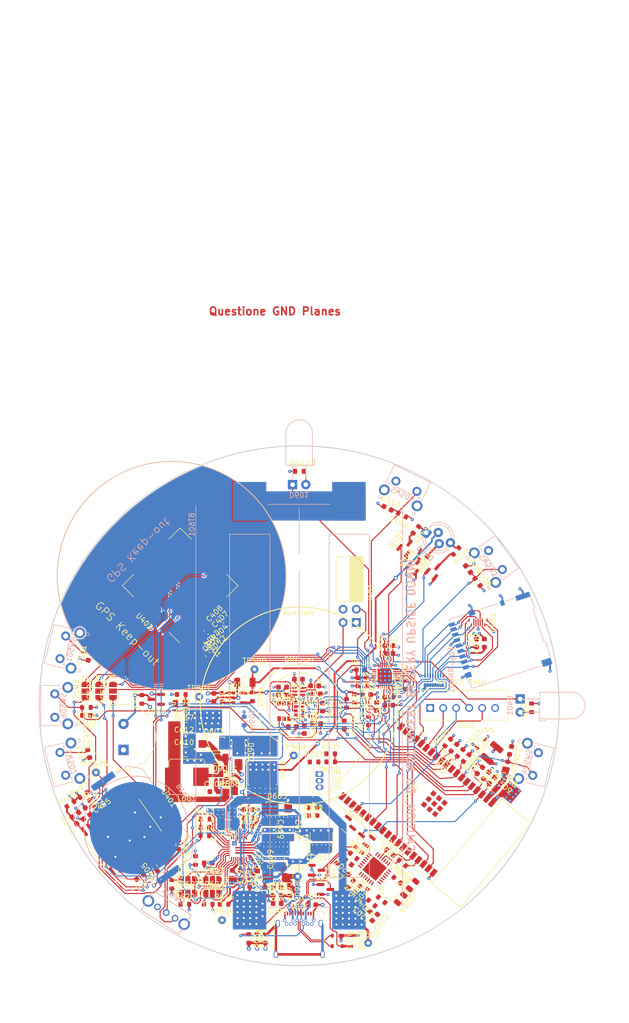
<source format=kicad_pcb>
(kicad_pcb (version 20211014) (generator pcbnew)
  (title_block (title "ICCI (Iperspectral Camera Calibration Instrument)") (date "2022-05-23") (rev "V0.9 Beta") (company "Simone Tollardo"))
  (layers (0 "F.Cu" signal) (1 "In1.Cu" power) (2 "In2.Cu" power) (31 "B.Cu" signal) (34 "B.Paste" user) (35 "F.Paste" user) (36 "B.SilkS" user "B.Silkscreen") (37 "F.SilkS" user "F.Silkscreen") (38 "B.Mask" user) (39 "F.Mask" user) (44 "Edge.Cuts" user))
  (net 0 "")
  (net 1 "+3V0")
  (net 2 "GND")
  (net 3 "+3V3")
  (net 4 "Net-(BZ401-Pad2)")
  (net 5 "VBUS")
  (net 6 "+1V8")
  (net 7 "/Sensors/DVI")
  (net 8 "/AUX + Peripherals/VDD")
  (net 9 "/AUX + Peripherals/BBS")
  (net 10 "/ESP/IO0")
  (net 11 "/ESP/VBAT_SENS")
  (net 12 "/ESP/EN")
  (net 13 "/ESP/LOG_EN")
  (net 14 "/ESP/RST_PROV")
  (net 15 "/ESP/RGB_CHRG")
  (net 16 "/ESP/SLEEP")
  (net 17 "/BATT + POWER/SW_VIN")
  (net 18 "/BATT + POWER/CSINP")
  (net 19 "/BATT + POWER/CSINN")
  (net 20 "/BATT + POWER/CHGIN")
  (net 21 "/BATT + POWER/SW_NODE")
  (net 22 "/BATT + POWER/SW_BST")
  (net 23 "/BATT + POWER/SW_NODE_OUT")
  (net 24 "/BATT + POWER/PVL")
  (net 25 "/BATT + POWER/AVL")
  (net 26 "/BATT + POWER/LX1")
  (net 27 "/BATT + POWER/BST1")
  (net 28 "/BATT + POWER/BST2")
  (net 29 "/BATT + POWER/LX2")
  (net 30 "+BATT")
  (net 31 "/BATT + POWER/SYSA")
  (net 32 "VCC")
  (net 33 "/USB/D+")
  (net 34 "/USB/D-")
  (net 35 "Net-(D203-Pad1)")
  (net 36 "Net-(D203-Pad2)")
  (net 37 "Net-(D204-Pad1)")
  (net 38 "Net-(D204-Pad2)")
  (net 39 "/AUX + Peripherals/~{SD_S_LED}")
  (net 40 "/AUX + Peripherals/SD_DAT2")
  (net 41 "/AUX + Peripherals/~{SD_CS}")
  (net 42 "/AUX + Peripherals/VSPI_MOSI")
  (net 43 "/AUX + Peripherals/VSPI_CLK")
  (net 44 "/AUX + Peripherals/VSPI_MISO")
  (net 45 "/AUX + Peripherals/SD_DAT1")
  (net 46 "Net-(D403-Pad1)")
  (net 47 "Net-(R623-Pad2)")
  (net 48 "Net-(D403-Pad3)")
  (net 49 "/USB/CC1")
  (net 51 "/USB/CC2")
  (net 53 "Net-(J201-PadS1)")
  (net 54 "/AUX + Peripherals/~{SD_DET}")
  (net 55 "/AUX + Peripherals/SCL0")
  (net 56 "/AUX + Peripherals/SCL1")
  (net 57 "/AUX + Peripherals/SDA1")
  (net 58 "/ESP/TMS")
  (net 59 "/ESP/TDI")
  (net 60 "/ESP/TCK")
  (net 61 "/ESP/TDO")
  (net 62 "/BATT + POWER/INLIM_R")
  (net 63 "/BATT + POWER/INLIM")
  (net 64 "/BATT + POWER/VSET_R")
  (net 65 "/BATT + POWER/VSET")
  (net 66 "/BATT + POWER/ISET")
  (net 67 "/BATT + POWER/ISET_R")
  (net 68 "/BATT + POWER/ITO_R")
  (net 69 "/BATT + POWER/ITO")
  (net 70 "/USB/~{DTR}")
  (net 71 "/USB/~{RTS}")
  (net 72 "/BATT + POWER/B1-B2")
  (net 73 "/AUX + Peripherals/GPS_VCC")
  (net 74 "/AUX + Peripherals/SDA0")
  (net 75 "/AUX + Peripherals/LED_R")
  (net 76 "Net-(Q403-Pad3)")
  (net 77 "/AUX + Peripherals/LED_G")
  (net 78 "Net-(Q404-Pad3)")
  (net 79 "/AUX + Peripherals/LED_B")
  (net 80 "Net-(Q405-Pad3)")
  (net 81 "Net-(R204-Pad2)")
  (net 82 "Net-(R206-Pad2)")
  (net 83 "Net-(R207-Pad2)")
  (net 84 "Net-(R208-Pad2)")
  (net 85 "/ESP/DS_DQ")
  (net 86 "/Sensors/ADDR")
  (net 87 "Net-(C313-Pad1)")
  (net 88 "/Sensors/SDA0_1V8")
  (net 89 "/Sensors/SCL0_1V8")
  (net 90 "/ESP/Buzzer")
  (net 91 "/ESP/TXDR")
  (net 92 "/AUX + Peripherals/~{GPS_EN}")
  (net 93 "/ESP/~{EXP_INT}")
  (net 94 "/BATT + POWER/1V8_EN")
  (net 95 "/BATT + POWER/~{BATT_S_LED}")
  (net 96 "Net-(R603-Pad2)")
  (net 97 "/BATT + POWER/MAX_INTB")
  (net 98 "/BATT + POWER/SW_FB")
  (net 99 "/USB/TXD")
  (net 100 "/BATT + POWER/STAT")
  (net 101 "/BATT + POWER/STBY")
  (net 102 "/BATT + POWER/THM")
  (net 103 "/BATT + POWER/DISQBAT")
  (net 104 "/BATT + POWER/OTGEN")
  (net 110 "/USB/CHREN")
  (net 111 "/USB/CHR1")
  (net 112 "/USB/CHR0")
  (net 114 "Net-(Q203-Pad1)")
  (net 125 "/AUX + Peripherals/GPS_TP")
  (net 129 "/AUX + Peripherals/~{GPS_RESET}")
  (net 130 "/AUX + Peripherals/GPS_EXTINT")
  (net 142 "Net-(D403-Pad4)")
  (net 144 "/ESP/~{EXP_RESET}")
  (net 149 "Net-(D604-Pad1)")
  (net 155 "/BATT + POWER/EN")
  (net 156 "Net-(D401-Pad2)")
  (net 157 "Net-(D601-Pad2)")
  (net 158 "/USB/RXD")
  (net 159 "/ESP/RXDR")
  (net 160 "/BATT + POWER/MAX_INOKB")
  (net 161 "/BATT + POWER/FUSE_OUT")
  (net 162 "/AUX + Peripherals/~{RTC_RST}")
  (net 163 "/AUX + Peripherals/RTC_CLKOUT")
  (net 164 "/AUX + Peripherals/~{RTC_INT}")
  (net 165 "Net-(JP501-Pad2)")
  (net 166 "Net-(JP502-Pad2)")
  (net 167 "Net-(JP503-Pad2)")
  (footprint "Resistor_SMD:R_0603_1608Metric" (layer "F.Cu") (at 74.3 158.8 -90)
    (fp_text reference "R202")
    (fp_text value "5.1k")
  )
  (footprint "Capacitor_SMD:C_1210_3225Metric" (layer "F.Cu") (at 121.05 123.1 50)
    (fp_text reference "C507")
    (fp_text value "47u")
  )
  (footprint "Resistor_SMD:R_0603_1608Metric" (layer "F.Cu") (at 97.95 151.949999 140)
    (fp_text reference "R204")
    (fp_text value "22.1k")
  )
  (footprint "Resistor_SMD:R_0603_1608Metric" (layer "F.Cu") (at 90.05 124.8 180)
    (fp_text reference "R506")
    (fp_text value "100k")
  )
  (footprint "LED_SMD:LED_0805_2012Metric" (layer "F.Cu") (at 103.523045 151.158566 -130)
    (fp_text reference "D204")
    (fp_text value "RX_LED")
  )
  (footprint "Resistor_SMD:R_0603_1608Metric" (layer "F.Cu") (at 101.45 142.25 -40)
    (fp_text reference "R512")
    (fp_text value "0R")
  )
  (footprint "Capacitor_SMD:C_1206_3216Metric" (layer "F.Cu") (at 77.9 143.55 90)
    (fp_text reference "C607")
    (fp_text value "10u")
  )
  (footprint "Capacitor_SMD:C_0603_1608Metric" (layer "F.Cu") (at 43.3 134.3 125)
    (fp_text reference "C403")
    (fp_text value "100n")
  )
  (footprint "Buzzer_Beeper:Buzzer_TDK_PS1240P02BT_D12.2mm_H6.5mm" (layer "F.Cu") (at 50.2 122.5 90)
    (fp_text reference "BZ401")
    (fp_text value "PS1240P02BT ")
  )
  (footprint "Resistor_SMD:R_0603_1608Metric" (layer "F.Cu") (at 119.925 127.425 -130)
    (fp_text reference "R507")
    (fp_text value "10k")
  )
  (footprint "Capacitor_SMD:C_0603_1608Metric" (layer "F.Cu") (at 66.5 144.25 180)
    (fp_text reference "C617")
    (fp_text value "1u")
  )
  (footprint "ICCI-LIB:VSSAF3L45HM3" (layer "F.Cu") (at 67.525 121.35)
    (fp_text reference "D603")
    (fp_text value "VSSAF3L45HM3_A/I")
  )
  (footprint "Capacitor_SMD:C_0603_1608Metric" (layer "F.Cu") (at 123.35 129.275 -40)
    (fp_text reference "C508")
    (fp_text value "4.7u")
  )
  (footprint "ICCI-LIB:MAX77960BEFV12+" (layer "F.Cu") (at 72.4 141.4 -90)
    (fp_text reference "U603")
    (fp_text value "MAX77960BEFV12+" hide)
  )
  (footprint "Resistor_SMD:R_0603_1608Metric" (layer "F.Cu") (at 92.65 117.7 -90)
    (fp_text reference "R302")
    (fp_text value "1k")
  )
  (footprint "Resistor_SMD:R_0603_1608Metric" (layer "F.Cu") (at 69.7 100.9 45)
    (fp_text reference "R404")
    (fp_text value "0R")
  )
  (footprint "LED_SMD:LED_0805_2012Metric" (layer "F.Cu") (at 61.125 113.575 180)
    (fp_text reference "D604")
    (fp_text value "3V3_LED")
  )
  (footprint "Package_TO_SOT_SMD:SOT-23" (layer "F.Cu") (at 89.05 149.35)
    (fp_text reference "Q204")
    (fp_text value "NX7002AK")
  )
  (footprint "Resistor_SMD:R_0603_1608Metric" (layer "F.Cu") (at 74.475 148 -90)
    (fp_text reference "R610")
    (fp_text value "10k")
  )
  (footprint "Capacitor_SMD:C_0603_1608Metric" (layer "F.Cu") (at 93.45 144.1 140)
    (fp_text reference "C207")
    (fp_text value "100n")
  )
  (footprint "Resistor_SMD:R_0603_1608Metric" (layer "F.Cu") (at 94.45 142.9 -40)
    (fp_text reference "R207")
    (fp_text value "22R")
  )
  (footprint "Resistor_SMD:R_0603_1608Metric" (layer "F.Cu") (at 71.525 128.225 90)
    (fp_text reference "R607")
    (fp_text value "10k")
  )
  (footprint "Capacitor_SMD:C_0603_1608Metric" (layer "F.Cu") (at 67.6 130.525)
    (fp_text reference "C608")
    (fp_text value "100n")
  )
  (footprint "Capacitor_SMD:C_0603_1608Metric" (layer "F.Cu") (at 96.9 109.4 -90)
    (fp_text reference "C517")
    (fp_text value "100n")
  )
  (footprint "Resistor_SMD:R_0603_1608Metric" (layer "F.Cu") (at 95.85 107.1)
    (fp_text reference "R514")
    (fp_text value "10k")
  )
  (footprint "Capacitor_SMD:C_0603_1608Metric" (layer "F.Cu") (at 66.1 99.9 -135)
    (fp_text reference "C404")
    (fp_text value "100n")
  )
  (footprint "Capacitor_SMD:C_0603_1608Metric" (layer "F.Cu") (at 68.7 97.3 45)
    (fp_text reference "C408")
    (fp_text value "100n")
  )
  (footprint "Capacitor_SMD:C_0603_1608Metric" (layer "F.Cu") (at 53.4 146.925 -145)
    (fp_text reference "C406")
    (fp_text value "1n")
  )
  (footprint "Capacitor_SMD:C_0603_1608Metric" (layer "F.Cu") (at 80.55 149.75 -90)
    (fp_text reference "C604")
    (fp_text value "15n")
  )
  (footprint "Resistor_SMD:R_0603_1608Metric" (layer "F.Cu") (at 62 152.2)
    (fp_text reference "R620")
    (fp_text value "86.6k")
  )
  (footprint "ICCI-LIB:USB_C_Receptacle_Amphenol_12401548E4-2A" (layer "F.Cu") (at 84 159)
    (fp_text reference "J201")
    (fp_text value "USB_C_Receptacle_USB2.0" hide)
  )
  (footprint "Resistor_SMD:R_0603_1608Metric" (layer "F.Cu") (at 95.15 149.299999 -130)
    (fp_text reference "R205")
    (fp_text value "47.5k")
  )
  (footprint "Capacitor_SMD:C_0603_1608Metric" (layer "F.Cu") (at 93.949999 148.299999 -130)
    (fp_text reference "C205")
    (fp_text value "4.7u")
  )
  (footprint "TestPoint:TestPoint_THTPad_D1.5mm_Drill0.7mm" (layer "F.Cu") (at 75.4 107)
    (fp_text reference "TP508")
    (fp_text value "TP_1V8")
  )
  (footprint "Capacitor_SMD:C_0603_1608Metric" (layer "F.Cu") (at 98.55 154.75 -130)
    (fp_text reference "C202")
    (fp_text value "4.7u")
  )
  (footprint "Resistor_SMD:R_0603_1608Metric" (layer "F.Cu") (at 116.130226 124.072182 -130)
    (fp_text reference "R502")
    (fp_text value "2.2k")
  )
  (footprint "Capacitor_SMD:C_0603_1608Metric" (layer "F.Cu") (at 75.2 145.7 180)
    (fp_text reference "C614")
    (fp_text value "0.22u")
  )
  (footprint "Resistor_SMD:R_0603_1608Metric" (layer "F.Cu") (at 95.45 141.699999 -40)
    (fp_text reference "R208")
    (fp_text value "22R")
  )
  (footprint "Capacitor_SMD:C_0603_1608Metric" (layer "F.Cu") (at 98.9 114.15 90)
    (fp_text reference "C313")
    (fp_text value "100n")
  )
  (footprint "Resistor_SMD:R_0603_1608Metric" (layer "F.Cu") (at 93.1 113.55 -90)
    (fp_text reference "R304")
    (fp_text value "DNP")
  )
  (footprint "Capacitor_SMD:C_0603_1608Metric" (layer "F.Cu") (at 121.1 128.4 50)
    (fp_text reference "C504")
    (fp_text value "1u")
  )
  (footprint "Capacitor_SMD:C_0603_1608Metric" (layer "F.Cu") (at 41.85 136.25 35)
    (fp_text reference "C405")
    (fp_text value "100n")
  )
  (footprint "TestPoint:TestPoint_THTPad_D1.5mm_Drill0.7mm" (layer "F.Cu") (at 82.95 123.575)
    (fp_text reference "TP503")
    (fp_text value "TP_VSYS")
  )
  (footprint "Jumper:SolderJumper-3_P1.3mm_Open_RoundedPad1.0x1.5mm_NumberLabels" (layer "F.Cu") (at 45.525 111.175 90)
    (fp_text reference "JP503")
    (fp_text value "SolderJumper_3_Bridged12")
  )
  (footprint "Resistor_SMD:R_0603_1608Metric" (layer "F.Cu") (at 64.05 143.775 90)
    (fp_text reference "R619")
    (fp_text value "DNP")
  )
  (footprint "Resistor_SMD:R_0603_1608Metric" (layer "F.Cu") (at 118.3 90.2 -54)
    (fp_text reference "R508")
    (fp_text value "10k")
  )
  (footprint "TestPoint:TestPoint_THTPad_D1.5mm_Drill0.7mm" (layer "F.Cu") (at 97.25 159.65)
    (fp_text reference "TP502")
    (fp_text value "TP_Li_Ion")
  )
  (footprint "ICCI-LIB:TSL2561" (layer "F.Cu") (at 81.1 115.025 -90)
    (fp_text reference "U305")
    (fp_text value "TSL2561")
  )
  (footprint "ICCI-LIB:NCV8164ASN180T1G" (layer "F.Cu") (at 72.1 112.5)
    (fp_text reference "U601")
    (fp_text value "NCV8164ASN180T1G")
  )
  (footprint "Resistor_SMD:R_1206_3216Metric" (layer "F.Cu") (at 61.825 118.125)
    (fp_text reference "R617")
    (fp_text value "0R BUCK TEST")
  )
  (footprint "Resistor_SMD:R_0603_1608Metric" (layer "F.Cu") (at 40 132.925 -145)
    (fp_text reference "R402")
    (fp_text value "330R")
  )
  (footprint "Resistor_SMD:R_0603_1608Metric" (layer "F.Cu") (at 90.05 123.25)
    (fp_text reference "R505")
    (fp_text value "200k")
  )
  (footprint "Capacitor_SMD:C_0603_1608Metric" (layer "F.Cu") (at 80.8 110.425 180)
    (fp_text reference "C301")
    (fp_text value "1u")
  )
  (footprint "Resistor_SMD:R_0603_1608Metric" (layer "F.Cu") (at 65.85 137.4)
    (fp_text reference "R611")
    (fp_text value "200k")
  )
  (footprint "Resistor_SMD:R_0603_1608Metric" (layer "F.Cu") (at 82.18 149.75 -90)
    (fp_text reference "R605")
    (fp_text value "10R")
  )
  (footprint "Capacitor_SMD:C_0603_1608Metric" (layer "F.Cu") (at 80.8 111.95 180)
    (fp_text reference "C306")
    (fp_text value "100n")
  )
  (footprint "Resistor_SMD:R_0603_1608Metric" (layer "F.Cu") (at 112.56812 121.08322 -130)
    (fp_text reference "R504")
    (fp_text value "2.2k")
  )
  (footprint "Capacitor_SMD:C_0603_1608Metric" (layer "F.Cu") (at 91.8 144.85 140)
    (fp_text reference "C206")
    (fp_text value "4.7u")
  )
  (footprint "Resistor_SMD:R_0603_1608Metric" (layer "F.Cu") (at 99.85 151.35 -40)
    (fp_text reference "R210")
    (fp_text value "510R")
  )
  (footprint "Capacitor_SMD:C_0603_1608Metric" (layer "F.Cu") (at 72.7 146.45 -90)
    (fp_text reference "C611")
    (fp_text value "4.7u")
  )
  (footprint "Capacitor_SMD:C_0603_1608Metric" (layer "F.Cu") (at 84.975 118.575 -90)
    (fp_text reference "C304")
    (fp_text value "1u")
  )
  (footprint "Jumper:SolderJumper-3_P1.3mm_Open_RoundedPad1.0x1.5mm_NumberLabels" (layer "F.Cu") (at 67.3 147.55)
    (fp_text reference "JP603")
    (fp_text value "SolderJumper_3_Bridged12")
  )
  (footprint "Jumper:SolderJumper-3_P1.3mm_Open_RoundedPad1.0x1.5mm_NumberLabels" (layer "F.Cu") (at 62.6 147.55)
    (fp_text reference "JP601")
    (fp_text value "SolderJumper_3_Bridged12")
  )
  (footprint "Capacitor_SMD:C_0603_1608Metric" (layer "F.Cu") (at 40.95 135 35)
    (fp_text reference "C402")
    (fp_text value "1u")
  )
  (footprint "ICCI-LIB:DS18B20 Hor." (layer "F.Cu") (at 87.9 127.15 -90)
    (fp_text reference "U301")
    (fp_text value "DS18B20" hide)
  )
  (footprint "Capacitor_SMD:C_0603_1608Metric" (layer "F.Cu") (at 101.225 102.425)
    (fp_text reference "C512")
    (fp_text value "4.7u")
  )
  (footprint "Capacitor_SMD:C_1206_3216Metric" (layer "F.Cu") (at 73.55 109.5 180)
    (fp_text reference "C603")
    (fp_text value "10u")
  )
  (footprint "ICCI-LIB:TCS34725FN" (layer "F.Cu") (at 83.9125 111.25 180)
    (fp_text reference "U304")
    (fp_text value "TCS34725FN" hide)
  )
  (footprint "Capacitor_SMD:C_0603_1608Metric" (layer "F.Cu") (at 95.3 109.4 -90)
    (fp_text reference "C516")
    (fp_text value "4.7u")
  )
  (footprint "Resistor_SMD:R_0603_1608Metric" (layer "F.Cu") (at 70.65 130.525)
    (fp_text reference "R606")
    (fp_text value "31.6k")
  )
  (footprint "Package_TO_SOT_SMD:SOT-23" (layer "F.Cu") (at 109.986278 88.005081 50)
    (fp_text reference "Q404")
    (fp_text value "PDTC114Y")
  )
  (footprint "Resistor_SMD:R_0603_1608Metric" (layer "F.Cu") (at 59.5 148.35 -90)
    (fp_text reference "R621")
    (fp_text value "54.9k")
  )
  (footprint "ICCI-LIB:VSSAF3L45HM3" (layer "F.Cu") (at 79.7125 133.8)
    (fp_text reference "D605")
    (fp_text value "VSSAF3L45HM3_A/I")
  )
  (footprint "Resistor_SMD:R_0603_1608Metric" (layer "F.Cu") (at 113.755489 122.079541 -130)
    (fp_text reference "R501")
    (fp_text value "2.2k")
  )
  (footprint "ICCI-LIB:BH1750FVI-TR" (layer "F.Cu") (at 86.4 114.7 -90)
    (fp_text reference "U303")
    (fp_text value "BH1750FVI-TR" hide)
  )
  (footprint "Diode_SMD:D_SOD-923" (layer "F.Cu") (at 117.778698 125.574781 50)
    (fp_text reference "D501")
    (fp_text value "DZ 3.3V 5mA")
  )
  (footprint "Capacitor_SMD:C_0603_1608Metric" (layer "F.Cu") (at 101.25 103.95)
    (fp_text reference "C514")
    (fp_text value "100n")
  )
  (footprint "ICCI-LIB:PCF2127AT" (layer "F.Cu") (at 50.05 138.799322 125)
    (fp_text reference "U401")
    (fp_text value "PCF2127AT")
  )
  (footprint "Diode_SMD:D_SOD-323" (layer "F.Cu") (at 94.1 159.25 -90)
    (fp_text reference "D202")
    (fp_text value "SD05_SOD323")
  )
  (footprint "TestPoint:TestPoint_THTPad_D1.5mm_Drill0.7mm" (layer "F.Cu") (at 44.9 126.85)
    (fp_text reference "TP505")
    (fp_text value "TP_3V_BAT")
  )
  (footprint "Capacitor_SMD:C_0603_1608Metric" (layer "F.Cu") (at 86.4 152.3)
    (fp_text reference "C201")
    (fp_text value "100n")
  )
  (footprint "Package_TO_SOT_SMD:TSOT-23-6" (layer "F.Cu") (at 68.95 127.45 -90)
    (fp_text reference "U602")
    (fp_text value "AP62301WU-7")
  )
  (footprint "Capacitor_SMD:C_0603_1608Metric" (layer "F.Cu") (at 79.75 152.05 180)
    (fp_text reference "C605")
    (fp_text value "100n")
  )
  (footprint "ICCI-LIB:SX1503I091TRT" (layer "F.Cu") (at 100.45 108.25 -90)
    (fp_text reference "U502")
    (fp_text value "SX1503I091TRT" hide)
  )
  (footprint "Capacitor_SMD:C_0603_1608Metric" (layer "F.Cu") (at 122.35 130.475 -40)
    (fp_text reference "C509")
    (fp_text value "100n")
  )
  (footprint "Package_TO_SOT_SMD:SOT-23" (layer "F.Cu") (at 106.324449 86.969235 50)
    (fp_text reference "Q405")
    (fp_text value "PDTC114Y")
  )
  (footprint "Resistor_SMD:R_0603_1608Metric" (layer "F.Cu") (at 77.5 158.8 90)
    (fp_text reference "R201")
    (fp_text value "0R")
  )
  (footprint "Resistor_SMD:R_0603_1608Metric" (layer "F.Cu") (at 108.018004 84.773359 140)
    (fp_text reference "R411")
    (fp_text value "220R")
  )
  (footprint "Resistor_SMD:R_0603_1608Metric" (layer "F.Cu") (at 114.942856 123.075862 -130)
    (fp_text reference "R503")
    (fp_text value "2.2k")
  )
  (footprint "Capacitor_SMD:C_0603_1608Metric" (layer "F.Cu") (at 69.8 98.4 45)
    (fp_text reference "C407")
    (fp_text value "4.7u")
  )
  (footprint "Jumper:SolderJumper-3_P1.3mm_Open_RoundedPad1.0x1.5mm_NumberLabels" (layer "F.Cu") (at 67.3 150.15)
    (fp_text reference "JP604")
    (fp_text value "SolderJumper_3_Bridged12")
  )
  (footprint "ICCI-LIB:ICCI_L_Bourns_SRP7028A_7.3x6.6mm" (layer "F.Cu") (at 62.375 127.675 180)
    (fp_text reference "L601")
    (fp_text value "3.3u")
  )
  (footprint "Capacitor_SMD:C_1206_3216Metric" (layer "F.Cu") (at 61.85 122.9)
    (fp_text reference "C610")
    (fp_text value "22u")
  )
  (footprint "Resistor_SMD:R_0603_1608Metric" (layer "F.Cu") (at 123.9 125.6 -104)
    (fp_text reference "R509")
    (fp_text value "10k")
  )
  (footprint "Resistor_SMD:R_0603_1608Metric" (layer "F.Cu") (at 60.8 140.75 -90)
    (fp_text reference "R623")
    (fp_text value "100k")
  )
  (footprint "Resistor_SMD:R_0603_1608Metric" (layer "F.Cu") (at 69.2 112.4 -90)
    (fp_text reference "R601")
    (fp_text value "10k")
  )
  (footprint "Resistor_SMD:R_0603_1608Metric" (layer "F.Cu") (at 114.163316 84.239373 -130)
    (fp_text reference "R410")
    (fp_text value "220R")
  )
  (footprint "ICCI-LIB:ICCI_ublox_SAM-M8Q" (layer "F.Cu") (at 61.1 90.9 135)
    (fp_text reference "U402")
    (fp_text value "SAM-M8Q")
  )
  (footprint "Package_TO_SOT_SMD:SOT-23" (layer "F.Cu") (at 87.35 145.65)
    (fp_text reference "Q203")
    (fp_text value "NX7002AK")
  )
  (footprint "Capacitor_SMD:C_1206_3216Metric" (layer "F.Cu") (at 70.3 136.8 180)
    (fp_text reference "C616")
    (fp_text value "10u")
  )
  (footprint "Resistor_SMD:R_0603_1608Metric" (layer "F.Cu") (at 74.2 135.6 180)
    (fp_text reference "R612")
    (fp_text value "10k")
  )
  (footprint "Resistor_SMD:R_0603_1608Metric" (layer "F.Cu") (at 66.4 104.1 -45)
    (fp_text reference "R401")
    (fp_text value "10k")
  )
  (footprint "Resistor_SMD:R_0603_1608Metric" (layer "F.Cu") (at 44.15 132.85 -55)
    (fp_text reference "R406")
    (fp_text value "10k")
  )
  (footprint "Capacitor_SMD:C_0603_1608Metric" (layer "F.Cu") (at 124.65 122.6 -104)
    (fp_text reference "C506")
    (fp_text value "100n")
  )
  (footprint "Resistor_SMD:R_0603_1608Metric" (layer "F.Cu") (at 42.525 131.175 35)
    (fp_text reference "R403")
    (fp_text value "10k")
  )
  (footprint "TestPoint:TestPoint_THTPad_D1.5mm_Drill0.7mm" (layer "F.Cu") (at 64.75 112.275)
    (fp_text reference "TP501")
    (fp_text value "TP_3V3")
  )
  (footprint "ICCI-LIB:PCA9306GM" (layer "F.Cu") (at 96.85 114.05 -90)
    (fp_text reference "U306")
    (fp_text value "PCA9306GM,125" hide)
  )
  (footprint "Capacitor_SMD:C_0603_1608Metric" (layer "F.Cu") (at 83.85 108.9 180)
    (fp_text reference "C302")
    (fp_text value "1u")
  )
  (footprint "ICCI-LIB:ESP32-WROVER-IE" (layer "F.Cu") (at 106.701867 132.071637 -130)
    (fp_text reference "U501")
    (fp_text value "ESP32-WROVER-IE/E")
  )
  (footprint "ICCI-LIB:SMAJ15A" (layer "F.Cu") (at 72.325 123.225 -90)
    (fp_text reference "D602")
    (fp_text value "SMAJ15A")
  )
  (footprint "Resistor_SMD:R_0603_1608Metric" (layer "F.Cu") (at 106.445865 80.14536 -130)
    (fp_text reference "R409")
    (fp_text value "330R")
  )
  (footprint "ICCI-LIB:Bourns_MF-LSMF" (layer "F.Cu") (at 76.7 124.775 -90)
    (fp_text reference "F601")
    (fp_text value "MF-LSMF075X")
  )
  (footprint "LED_SMD:LED_0805_2012Metric" (layer "F.Cu") (at 105.8 148.5 50)
    (fp_text reference "D203")
    (fp_text value "TX_LED")
  )
  (footprint "Resistor_SMD:R_0603_1608Metric" (layer "F.Cu") (at 43.075 114.325 180)
    (fp_text reference "R513")
    (fp_text value "10k")
  )
  (footprint "Jumper:SolderJumper-3_P1.3mm_Open_RoundedPad1.0x1.5mm_NumberLabels" (layer "F.Cu") (at 48.175 111.175 90)
    (fp_text reference "JP501")
    (fp_text value "SolderJumper_3_Bridged12")
  )
  (footprint "Resistor_SMD:R_0603_1608Metric" (layer "F.Cu") (at 61.325 111.825 180)
    (fp_text reference "R615")
    (fp_text value "510R")
  )
  (footprint "Resistor_SMD:R_0603_1608Metric" (layer "F.Cu") (at 97.33 116.9 90)
    (fp_text reference "R306")
    (fp_text value "200k")
  )
  (footprint "Resistor_SMD:R_0603_1608Metric" (layer "F.Cu") (at 65.85 135.8)
    (fp_text reference "R613")
    (fp_text value "200k")
  )
  (footprint "Capacitor_SMD:C_0603_1608Metric" (layer "F.Cu") (at 88.475 114.25 -90)
    (fp_text reference "C303")
    (fp_text value "1u")
  )
  (footprint "ICCI-LIB:ICCI_L_Coilcraft_XxL4040" (layer "F.Cu") (at 88.25 140.55 90)
    (fp_text reference "L602")
    (fp_text value "1.5u")
  )
  (footprint "ICCI-LIB:JST_B6B-XH-A" (layer "F.Cu") (at 115.4375 113.9)
    (fp_text reference "J501")
    (fp_text value "JTAG")
  )
  (footprint "Resistor_SMD:R_0603_1608Metric" (layer "F.Cu") (at 102.85 147.55 -40)
    (fp_text reference "R209")
    (fp_text value "510R")
  )
  (footprint "Capacitor_SMD:C_1206_3216Metric" (layer "F.Cu") (at 80.3 143.55 90)
    (fp_text reference "C609")
    (fp_text value "10u")
  )
  (footprint "Capacitor_SMD:C_0603_1608Metric" (layer "F.Cu") (at 43.6 104.5 76)
    (fp_text reference "C501")
    (fp_text value "100n")
  )
  (footprint "Resistor_SMD:R_0603_1608Metric" (layer "F.Cu") (at 56.225 145.075 125)
    (fp_text reference "R405")
    (fp_text value "10k")
  )
  (footprint "Resistor_SMD:R_0603_1608Metric" (layer "F.Cu") (at 84.042919 68.9)
    (fp_text reference "R602")
    (fp_text value "330R")
  )
  (footprint "Capacitor_SMD:C_0603_1608Metric" (layer "F.Cu") (at 118.0875 101.95 90)
    (fp_text reference "C410")
    (fp_text value "100n")
  )
  (footprint "Package_TO_SOT_SMD:SOT-23" (layer "F.Cu") (at 96.7 139.5 140)
    (fp_text reference "Q202")
    (fp_text value "PDTC114Y")
  )
  (footprint "Resistor_SMD:R_0603_1608Metric" (layer "F.Cu") (at 74.2 132.4 180)
    (fp_text reference "R622")
    (fp_text value "100k")
  )
  (footprint "Capacitor_SMD:C_0603_1608Metric" (layer "F.Cu") (at 101.225 112.325)
    (fp_text reference "C515")
    (fp_text value "100n")
  )
  (footprint "Capacitor_SMD:C_0603_1608Metric" (layer "F.Cu") (at 86.65 132.05 180)
    (fp_text reference "C310")
    (fp_text value "100n")
  )
  (footprint "Resistor_SMD:R_0603_1608Metric" (layer "F.Cu") (at 75 112.3 -90)
    (fp_text reference "R603")
    (fp_text value "100k")
  )
  (footprint "Resistor_SMD:R_0603_1608Metric" (layer "F.Cu") (at 103.8 77.3 154)
    (fp_text reference "R510")
    (fp_text value "10k")
  )
  (footprint "ICCI-LIB:ICCI_UDFN-9_1.0x3.8mm_P0.5mm" (layer "F.Cu") (at 118.4 97.975 -90)
    (fp_text reference "D402")
    (fp_text value "DT1240A-08LP3810")
  )
  (footprint "Resistor_SMD:R_0603_1608Metric" (layer "F.Cu") (at 66.5 152.2)
    (fp_text reference "R618")
    (fp_text value "178k")
  )
  (footprint "Capacitor_SMD:C_0603_1608Metric" (layer "F.Cu") (at 87.25 111.725 180)
    (fp_text reference "C308")
    (fp_text value "100n")
  )
  (footprint "TestPoint:TestPoint_THTPad_D1.5mm_Drill0.7mm" (layer "F.Cu") (at 69.15 155.25)
    (fp_text reference "TP504")
    (fp_text value "TP_GND")
  )
  (footprint "Capacitor_SMD:C_0603_1608Metric" (layer "F.Cu") (at 67.6 112.4 -90)
    (fp_text reference "C601")
    (fp_text value "1u")
  )
  (footprint "Capacitor_SMD:C_0603_1608Metric" (layer "F.Cu") (at 87.35 117.45)
    (fp_text reference "C311")
    (fp_text value "100n")
  )
  (footprint "ICCI-LIB:AS7431" (layer "F.Cu") (at 84 114.575)
    (fp_text reference "U302")
    (fp_text value "AS7341" hide)
  )
  (footprint "Capacitor_SMD:C_0603_1608Metric" (layer "F.Cu") (at 86.975 110.175 180)
    (fp_text reference "C307")
    (fp_text value "100n")
  )
  (footprint "Package_TO_SOT_SMD:SOT-23" (layer "F.Cu") (at 104.621421 83.437989 50)
    (fp_text reference "Q403")
    (fp_text value "PDTC114Y")
  )
  (footprint "Capacitor_SMD:C_0603_1608Metric" (layer "F.Cu") (at 96.95 153.099999 140)
    (fp_text reference "C203")
    (fp_text value "100n")
  )
  (footprint "Resistor_SMD:R_0603_1608Metric" (layer "F.Cu") (at 53.725 112.775 90)
    (fp_text reference "R408")
    (fp_text value "4.7k")
  )
  (footprint "Capacitor_SMD:C_0603_1608Metric" (layer "F.Cu") (at 92.949999 147.049999 -130)
    (fp_text reference "C204")
    (fp_text value "100n")
  )
  (footprint "Resistor_SMD:R_0603_1608Metric" (layer "F.Cu") (at 74.2 134 180)
    (fp_text reference "R614")
    (fp_text value "10k")
  )
  (footprint "Jumper:SolderJumper-3_P1.3mm_Open_RoundedPad1.0x1.5mm_NumberLabels" (layer "F.Cu") (at 42.875 111.175 90)
    (fp_text reference "JP502")
    (fp_text value "SolderJumper_3_Bridged12")
  )
  (footprint "Resistor_SMD:R_0603_1608Metric" (layer "F.Cu") (at 96.65 149.899999 50)
    (fp_text reference "R206")
    (fp_text value "1k")
  )
  (footprint "Capacitor_SMD:C_1210_3225Metric" (layer "F.Cu") (at 81.45 137.75 -90)
    (fp_text reference "C618")
    (fp_text value "47u")
  )
  (footprint "Capacitor_SMD:C_0603_1608Metric" (layer "F.Cu") (at 86.65 133.6 180)
    (fp_text reference "C305")
    (fp_text value "4.7u")
  )
  (footprint "Resistor_SMD:R_0603_1608Metric" (layer "F.Cu") (at 104.4 109.975 90)
    (fp_text reference "R515")
    (fp_text value "10k")
  )
  (footprint "Diode_SMD:D_SOD-323" (layer "F.Cu") (at 119 121.4 50)
    (fp_text reference "D502")
    (fp_text value "UCLAMP3301D.TCT")
  )
  (footprint "Capacitor_SMD:C_0603_1608Metric" (layer "F.Cu") (at 74.2 137.2)
    (fp_text reference "C615")
    (fp_text value "0.22u")
  )
  (footprint "Resistor_SMD:R_0603_1608Metric" (layer "F.Cu") (at 77.38 149.75 -90)
    (fp_text reference "R609")
    (fp_text value "10R")
  )
  (footprint "Resistor_SMD:R_0603_1608Metric" (layer "F.Cu") (at 103.85 144.25 140)
    (fp_text reference "R511")
    (fp_text value "0R")
  )
  (footprint "Capacitor_SMD:C_0603_1608Metric" (layer "F.Cu") (at 43.5 123.225 104)
    (fp_text reference "C503")
    (fp_text value "100n")
  )
  (footprint "Capacitor_SMD:C_0603_1608Metric" (layer "F.Cu") (at 71.15 146.45 -90)
    (fp_text reference "C613")
    (fp_text value "4.7u")
  )
  (footprint "Capacitor_SMD:C_0603_1608Metric" (layer "F.Cu") (at 82.675 118.025)
    (fp_text reference "C309")
    (fp_text value "100n")
  )
  (footprint "Jumper:SolderJumper-3_P1.3mm_Open_RoundedPad1.0x1.5mm_NumberLabels" (layer "F.Cu") (at 62.6 150.15)
    (fp_text reference "JP602")
    (fp_text value "SolderJumper_3_Bridged12")
  )
  (footprint "Resistor_SMD:R_0603_1608Metric" (layer "F.Cu") (at 128.7 114.4 90)
    (fp_text reference "R407")
    (fp_text value "330R")
  )
  (footprint "Connector_PinSocket_2.54mm:PinSocket_2x02_P2.54mm_Horizontal" (layer "F.Cu") (at 94.975 97.975 -90)
    (fp_text reference "J401")
    (fp_text value "EXP")
  )
  (footprint "Resistor_SMD:R_0603_1608Metric" (layer "F.Cu") (at 94.65 112.6 -90)
    (fp_text reference "R305")
    (fp_text value "DNP")
  )
  (footprint "Resistor_SMD:R_0603_1608Metric" (layer "F.Cu") (at 86.65 135.15)
    (fp_text reference "R301")
    (fp_text value "4.7k")
  )
  (footprint "Resistor_SMD:R_1206_3216Metric" (layer "F.Cu") (at 79.75 147.05 180)
    (fp_text reference "R608")
    (fp_text value "10m")
  )
  (footprint "Capacitor_SMD:C_0603_1608Metric" (layer "F.Cu") (at 101.225 113.9)
    (fp_text reference "C513")
    (fp_text value "4.7u")
  )
  (footprint "TestPoint:TestPoint_THTPad_D1.5mm_Drill0.7mm" (layer "F.Cu") (at 83.7 146.85)
    (fp_text reference "TP507")
    (fp_text value "TP_VBUS")
  )
  (footprint "Capacitor_SMD:C_0603_1608Metric" (layer "F.Cu") (at 96.95 111.85)
    (fp_text reference "C312")
    (fp_text value "100n")
  )
  (footprint "Resistor_SMD:R_0603_1608Metric" (layer "F.Cu") (at 65.85 139)
    (fp_text reference "R604")
    (fp_text value "10k")
  )
  (footprint "Resistor_SMD:R_0603_1608Metric" (layer "F.Cu") (at 86.86 124.82)
    (fp_text reference "R303")
    (fp_text value "1k")
  )
  (footprint "ICCI-LIB:RZM001P02" (layer "F.Cu") (at 67.8 102.8 45)
    (fp_text reference "Q401")
    (fp_text value "RZM001P02")
  )
  (footprint "Package_TO_SOT_SMD:SOT-143" (layer "F.Cu") (at 91.3 159.25 -90)
    (fp_text reference "D201")
    (fp_text value "PRTR5V0U2AX,215")
  )
  (footprint "Capacitor_SMD:C_0603_1608Metric" (layer "F.Cu") (at 43.075 115.875 180)
    (fp_text reference "C511")
    (fp_text value "100n")
  )
  (footprint "Capacitor_SMD:C_0603_1608Metric" (layer "F.Cu") (at 67.2 101 -135)
    (fp_text reference "C401")
    (fp_text value "4.7u")
  )
  (footprint "Capacitor_SMD:C_1206_3216Metric" (layer "F.Cu") (at 61.85 120.5)
    (fp_text reference "C612")
    (fp_text value "22u")
  )
  (footprint "Capacitor_SMD:C_0603_1608Metric" (layer "F.Cu") (at 119.6125 101.95 90)
    (fp_text reference "C409")
    (fp_text value "4.7u")
  )
  (footprint "Capacitor_SMD:C_0603_1608Metric" (layer "F.Cu") (at 78.98 149.75 -90)
    (fp_text reference "C606")
    (fp_text value "15n")
  )
  (footprint "Capacitor_SMD:C_0603_1608Metric" (layer "F.Cu") (at 116.475593 87.7133 -54)
    (fp_text reference "C505")
    (fp_text value "100n")
  )
  (footprint "Capacitor_SMD:C_0603_1608Metric" (layer "F.Cu") (at 118.75 126.45 50)
    (fp_text reference "C502")
    (fp_text value "1n")
  )
  (footprint "Capacitor_SMD:C_0603_1608Metric" (layer "F.Cu") (at 101 76 -26)
    (fp_text reference "C510")
    (fp_text value "100n")
  )
  (footprint "Package_TO_SOT_SMD:SOT-23" (layer "F.Cu") (at 56.475 112.775 180)
    (fp_text reference "Q402")
    (fp_text value "PDTC114Y")
  )
  (footprint "Package_DFN_QFN:QFN-28-1EP_5x5mm_P0.5mm_EP3.35x3.35mm" (layer "F.Cu") (at 98.5 145.35 -40)
    (fp_text reference "U201")
    (fp_text value "CP2102N-Axx-xQFN28")
  )
  (footprint "Capacitor_SMD:C_1206_3216Metric" (layer "F.Cu") (at 68.35 124.125 180)
    (fp_text reference "C602")
    (fp_text value "10u")
  )
  (footprint "Capacitor_SMD:C_1210_3225Metric" (layer "F.Cu") (at 78.15 137.75 -90)
    (fp_text reference "C619")
    (fp_text value "47u")
  )
  (footprint "Resistor_SMD:R_0603_1608Metric" (layer "F.Cu") (at 69.55 152.2)
    (fp_text reference "R616")
    (fp_text value "4.7R")
  )
  (footprint "Package_TO_SOT_SMD:SOT-23" (layer "F.Cu") (at 93.561871 136.904791 -40)
    (fp_text reference "Q201")
    (fp_text value "PDTC114Y")
  )
  (footprint "Resistor_SMD:R_0603_1608Metric" (layer "F.Cu") (at 75.9 158.8 -90)
    (fp_text reference "R203")
    (fp_text value "5.1k")
  )
  (footprint "ICCI-LIB:OS102011MA1QN1" (layer "B.Cu") (at 58.424807 153.793633 147)
    (fp_text reference "SW601")
    (fp_text value "SW_SPDT")
  )
  (footprint "ICCI-LIB:LED_D5.0mm-4_RGB_Staggered_Pins_Horizontal" (layer "B.Cu") (at 108.4 80.7 -40)
    (fp_text reference "D403")
    (fp_text value "LED RGB 5mm Horiz.")
  )
  (footprint "ICCI-LIB:ICCI_microSD_HC_Hirose_DM3AT-SF-PEJM5" (layer "B.Cu") (at 122.544178 101.580739 -72)
    (fp_text reference "J403")
    (fp_text value "DM3AT-SF-PEJM5")
  )
  (footprint "Button_Switch_THT:SW_Tactile_SPST_Angled_PTS645Vx83-2LFS" (layer "B.Cu") (at 37.991322 122.992163 -76)
    (fp_text reference "SW502")
    (fp_text value "SW_RST")
  )
  (footprint "Button_Switch_THT:SW_Tactile_SPST_Angled_PTS645Vx83-2LFS" (layer "B.Cu") (at 128.913982 127.407008 76)
    (fp_text reference "SW504")
    (fp_text value "SW_RST_PROV")
  )
  (footprint "Battery:BatteryHolder_Keystone_3034_1x20mm" (layer "B.Cu") (at 52.587332 137.547271 125)
    (fp_text reference "BT401")
    (fp_text value "2032 Cell")
  )
  (footprint "Resistor_SMD:R_Array_Convex_8x0602" (layer "B.Cu") (at 109.95 109.125 -90)
    (fp_text reference "RN401")
    (fp_text value "56k")
  )
  (footprint "LED_THT:LED_D5.0mm_Horizontal_O3.81mm_Z3.0mm" (layer "B.Cu") (at 82.725 71.460388)
    (fp_text reference "D601")
    (fp_text value "BATT_S_LED 5mm Horiz.")
  )
  (footprint "Button_Switch_THT:SW_Tactile_SPST_Angled_PTS645Vx83-2LFS" (layer "B.Cu") (at 106.637492 72.75379 154)
    (fp_text reference "SW505")
    (fp_text value "SW_RGB_CHRG")
  )
  (footprint "Button_Switch_THT:SW_Tactile_SPST_Angled_PTS645Vx83-2LFS" (layer "B.Cu") (at 123.066766 87.792774 126)
    (fp_text reference "SW503")
    (fp_text value "SW_LOG_SD_EN")
  )
  (footprint "Button_Switch_THT:SW_Tactile_SPST_Angled_PTS645Vx83-2LFS" (layer "B.Cu") (at 39.086018 100.585155 -104)
    (fp_text reference "SW501")
    (fp_text value "SW_BOOT")
  )
  (footprint "Button_Switch_THT:SW_Tactile_SPST_Angled_PTS645Vx83-2LFS" (layer "B.Cu") (at 37 111.725 -90)
    (fp_text reference "SW506")
    (fp_text value "SW_SLEEP")
  )
  (footprint "LED_THT:LED_D5.0mm_Horizontal_O3.81mm_Z3.0mm" (layer "B.Cu") (at 126.5 112.7 -90)
    (fp_text reference "D401")
    (fp_text value "uSD_S_LED 5mm Horiz.")
  )
  (footprint "Resistor_SMD:R_0603_1608Metric" (layer "B.Cu") (at 73.4 116.95 90)
    (fp_text reference "TH601")
    (fp_text value "NTC")
  )
  (footprint "ICCI-LIB:BAT_1048" (layer "B.Cu") (at 84 114 -90)
    (fp_text reference "BT601")
    (fp_text value "2S_Battery 18650")
  )
  (gr_circle locked (center 59.45 89) (end 81.45 89) (layer "B.SilkS") (width 0.15) (fill none))
  (gr_circle (center 52.587332 137.547271) (end 62.587332 137.547271) (layer "B.SilkS") (width 0.15) (fill none))
  (gr_circle (center 84 114) (end 90.25 114) (layer "F.SilkS") (width 0.15) (fill none))
  (gr_circle locked (center 59.5 89) (end 81.5 89) (layer "F.SilkS") (width 0.15) (fill none))
  (gr_circle (center 84 114) (end 103 114) (layer "F.SilkS") (width 0.2) (fill none))
  (gr_circle (center 84 114) (end 92 114) (layer "F.SilkS") (width 0.15) (fill none))
  (gr_circle locked (center 84 114) (end 134 114) (layer "Edge.Cuts") (width 0.2) (fill none))
  (gr_text "Questione GND Planes" (at 79.325 38.1) (layer "F.Cu") (effects (font (size 1.5 1.5) (thickness 0.3))))
  (gr_text "GPS Keep-out" (at 53 84.1 225) (layer "B.SilkS") (effects (font (size 1.5 1.5)) (justify mirror)))
  (gr_text "CAUTION, DO NOT INSERT BATTERY UPSIDE DOWN!" (at 105.4 114 270) (layer "B.SilkS") (effects (font (size 1.5 1.5) (thickness 0.3)) (justify mirror)))
  (gr_text "Aperture" (at 84 96.05) (layer "F.SilkS") (effects (font (size 1 1))))
  (gr_text "W: 3V3 Only!" (at 115.25 109.45) (layer "F.SilkS") (effects (font (size 1 1))))
  (gr_text "GPS Keep-out" (at 50.9 100.1 315) (layer "F.SilkS") (effects (font (size 1.5 1.5))))
  (gr_text "TVS" (at 120.3 118.85) (layer "F.SilkS") (effects (font (size 1 1))))
  (gr_text "Diffuser" (at 84 105.15) (layer "F.SilkS") (effects (font (size 1 1))))
  (segment (start 57.45 148.65) (end 57.45 147.425) (width 0.2) (layer "F.Cu") (net 1))
  (segment (start 45.575 131.474029) (end 45.575 129.05) (width 0.2) (layer "F.Cu") (net 1))
  (segment (start 44.9 126.85) (end 46.286595 128.236595) (width 0.2) (layer "F.Cu") (net 1))
  (segment (start 50.475 150.125) (end 54.248529 150.125) (width 0.2) (layer "F.Cu") (net 1))
  (segment (start 43.744522 134.934843) (end 43.744522 135.822674) (width 0.2) (layer "F.Cu") (net 1))
  (segment (start 43.744522 135.822674) (end 43.627115 135.904884) (width 0.2) (layer "F.Cu") (net 1))
  (segment (start 54.398529 149.975) (end 56.125 149.975) (width 0.2) (layer "F.Cu") (net 1))
  (segment (start 46.076114 128.548886) (end 46.286595 128.548886) (width 0.2) (layer "F.Cu") (net 1))
  (segment (start 45.525 139.525) (end 45.525 145.175) (width 0.2) (layer "F.Cu") (net 1))
  (segment (start 43.375 137.155884) (end 43.701588 137.482472) (width 0.2) (layer "F.Cu") (net 1))
  (segment (start 56.125 149.975) (end 57.45 148.65) (width 0.2) (layer "F.Cu") (net 1))
  (segment (start 46.286595 128.236595) (end 46.286595 128.548886) (width 0.2) (layer "F.Cu") (net 1))
  (segment (start 43.627115 135.904884) (end 43.375 136.156999) (width 0.2) (layer "F.Cu") (net 1))
  (segment (start 45.575 129.05) (end 46.076114 128.548886) (width 0.2) (layer "F.Cu") (net 1))
  (segment (start 54.248529 150.125) (end 54.398529 149.975) (width 0.2) (layer "F.Cu") (net 1))
  (segment (start 45.525 145.175) (end 50.475 150.125) (width 0.2) (layer "F.Cu") (net 1))
  (segment (start 43.744522 133.304507) (end 45.575 131.474029) (width 0.2) (layer "F.Cu") (net 1))
  (segment (start 43.744522 134.934843) (end 43.744522 133.304507) (width 0.2) (layer "F.Cu") (net 1))
  (segment (start 43.701588 137.482472) (end 43.701588 137.701588) (width 0.2) (layer "F.Cu") (net 1))
  (segment (start 43.375 136.156999) (end 43.375 137.155884) (width 0.2) (layer "F.Cu") (net 1))
  (segment (start 43.701588 137.701588) (end 45.525 139.525) (width 0.2) (layer "F.Cu") (net 1))
  (via (at 46.286595 128.548886) (size 0.6) (drill 0.2) (layers "F.Cu" "B.Cu") (net 1))
  (via (at 57.45 147.425) (size 0.6) (drill 0.2) (layers "F.Cu" "B.Cu") (net 1))
  (segment (start 52.765157 147.369522) (end 50.994522 147.369522) (width 0.2) (layer "F.Cu") (net 2))
  (segment (start 86.75 153.98) (end 86.75 153.5) (width 0.3) (layer "F.Cu") (net 2))
  (segment (start 80.15 113.575) (end 81.1 113.575) (width 0.2) (layer "F.Cu") (net 2))
  (segment (start 98.9 113.375) (end 98.9 112.5) (width 0.2) (layer "F.Cu") (net 2))
  (segment (start 80.025 111.95) (end 79.125 111.95) (width 0.2) (layer "F.Cu") (net 2))
  (segment (start 97.35 112.875) (end 97.725 112.5) (width 0.2) (layer "F.Cu") (net 2))
  (segment (start 66.925 145.2) (end 67.1 145.2) (width 0.5) (layer "F.Cu") (net 2))
  (segment (start 87.175 153.075) (end 87.175 152.3) (width 0.3) (layer "F.Cu") (net 2))
  (segment (start 82.715 112.95) (end 82.565 112.8) (width 0.2) (layer "F.Cu") (net 2))
  (segment (start 124.837489 121.848021) (end 125.075 120.85) (width 0.2) (layer "F.Cu") (net 2))
  (segment (start 98.675 111.85) (end 99.025 111.5) (width 0.35) (layer "F.Cu") (net 2))
  (segment (start 77.5 140.85) (end 78.15 140.2) (width 0.5) (layer "F.Cu") (net 2))
  (segment (start 65.7625 144.9125) (end 66.05 145.2) (width 0.5) (layer "F.Cu") (net 2))
  (segment (start 85.662002 113.087002) (end 85.662002 111.725) (width 0.2) (layer "F.Cu") (net 2))
  (segment (start 101.65 110.25) (end 102.493019 110.25) (width 0.2) (layer "F.Cu") (net 2))
  (segment (start 74.3 159.625) (end 74.3 160.725) (width 0.5) (layer "F.Cu") (net 2))
  (segment (start 92.65 118.525) (end 92.65 118.875) (width 0.2) (layer "F.Cu") (net 2))
  (segment (start 100.303435 75.660262) (end 99.735262 75.660262) (width 0.2) (layer "F.Cu") (net 2))
  (segment (start 80.55 148.65) (end 80.175 148.275) (width 0.275) (layer "F.Cu") (net 2))
  (segment (start 98.45 110.25) (end 98.35 110.35) (width 0.2) (layer "F.Cu") (net 2))
  (segment (start 42.855478 133.530478) (end 42.25 132.925) (width 0.35) (layer "F.Cu") (net 2))
  (segment (start 80 110.4) (end 79.1 110.4) (width 0.2) (layer "F.Cu") (net 2))
  (segment (start 122.1 127.225) (end 122.075 126.7) (width 0.2) (layer "F.Cu") (net 2))
  (segment (start 73.375 134) (end 72.575 134) (width 0.275) (layer "F.Cu") (net 2))
  (segment (start 102.075 112.25) (end 102 112.325) (width 0.35) (layer "F.Cu") (net 2))
  (segment (start 102.1 105.8) (end 102.1 104.025) (width 0.2) (layer "F.Cu") (net 2))
  (segment (start 97.675 110.175) (end 97.85 110.35) (width 0.2) (layer "F.Cu") (net 2))
  (segment (start 102 103.925) (end 102.025 103.95) (width 0.2) (layer "F.Cu") (net 2))
  (segment (start 80.125 148.225) (end 80.125 147.725) (width 0.275) (layer "F.Cu") (net 2))
  (segment (start 77.5 159.625) (end 75.9 159.625) (width 0.5) (layer "F.Cu") (net 2))
  (segment (start 77.5 159.625) (end 77.5 160.725) (width 0.5) (layer "F.Cu") (net 2))
  (segment (start 119.674927 120.595653) (end 120.275 119.925) (width 0.35) (layer "F.Cu") (net 2))
  (segment (start 82.715 114.875) (end 82.715 112.95) (width 0.2) (layer "F.Cu") (net 2))
  (segment (start 88.125 117.45) (end 88.125 119.325) (width 0.2) (layer "F.Cu") (net 2))
  (segment (start 49.11615 144.94115) (end 48.525 144.35) (width 0.2) (layer "F.Cu") (net 2))
  (segment (start 43.173021 123.976979) (end 43.687489 123.976979) (width 0.2) (layer "F.Cu") (net 2))
  (segment (start 78.98 148.975) (end 78.98 148.77) (width 0.275) (layer "F.Cu") (net 2))
  (segment (start 99.735262 75.660262) (end 99.125 75.05) (width 0.2) (layer "F.Cu") (net 2))
  (segment (start 104.74655 84.766804) (end 104.74655 85.60345) (width 0.35) (layer "F.Cu") (net 2))
  (segment (start 79.125 111.95) (end 79.1 111.925) (width 0.2) (layer "F.Cu") (net 2))
  (segment (start 78.98 148.77) (end 79.375 148.375) (width 0.275) (layer "F.Cu") (net 2))
  (segment (start 94.1 158.2) (end 92.1 158.2) (width 0.5) (layer "F.Cu") (net 2))
  (segment (start 72.575 134) (end 72.55 133.975) (width 0.275) (layer "F.Cu") (net 2))
  (segment (start 110.111407 89.663593) (end 109.15 90.625) (width 0.35) (layer "F.Cu") (net 2))
  (segment (start 68.95 142.718628) (end 68.95 143.7) (width 0.2) (layer "F.Cu") (net 2))
  (segment (start 41.584843 134.284843) (end 41 133.7) (width 0.35) (layer "F.Cu") (net 2))
  (segment (start 102 102.425) (end 102 103.925) (width 0.2) (layer "F.Cu") (net 2))
  (segment (start 76.325 140.875) (end 76.35 140.85) (width 0.5) (layer "F.Cu") (net 2))
  (segment (start 83.075 109.375) (end 83.075 108.9) (width 0.2) (layer "F.Cu") (net 2))
  (segment (start 79.475 148.275) (end 79.475 147.725) (width 0.275) (layer "F.Cu") (net 2))
  (segment (start 106.449578 89.475422) (end 106 89.925) (width 0.35) (layer "F.Cu") (net 2))
  (segment (start 65.725 144.25) (end 65.725 144.875) (width 0.5) (layer "F.Cu") (net 2))
  (segment (start 102.1 104.025) (end 102.025 103.95) (width 0.2) (layer "F.Cu") (net 2))
  (segment (start 86.4125 146.6) (end 87.925 146.6) (width 0.2) (layer "F.Cu") (net 2))
  (segment (start 97.85 110.35) (end 98.35 110.35) (width 0.2) (layer "F.Cu") (net 2))
  (segment (start 85.475 110.55) (end 84.7125 110.55) (width 0.2) (layer "F.Cu") (net 2))
  (segment (start 86.75 153.5) (end 87.175 153.075) (width 0.3) (layer "F.Cu") (net 2))
  (segment (start 72.95 127.225) (end 72.325 126.6) (width 0.5) (layer "F.Cu") (net 2))
  (segment (start 76.35 140.85) (end 77.5 140.85) (width 0.5) (layer "F.Cu") (net 2))
  (segment (start 42.484843 135.805478) (end 41.621495 135.805478) (width 0.35) (layer "F.Cu") (net 2))
  (segment (start 119.6125 101.0375) (end 119.6125 101.175) (width 0.35) (layer "F.Cu") (net 2))
  (segment (start 103.1 104.275) (end 102.35 104.275) (width 0.2) (layer "F.Cu") (net 2))
  (segment (start 65.725 144.875) (end 65.7625 144.9125) (width 0.5) (layer "F.Cu") (net 2))
  (segment (start 66.875 124.125) (end 68 125.25) (width 0.8) (layer "F.Cu") (net 2))
  (segment (start 74.475 148.825) (end 74.475 150.391668) (width 0.5) (layer "F.Cu") (net 2))
  (segment (start 118.2 125.075) (end 118.3 125.075) (width 0.2) (layer "F.Cu") (net 2))
  (segment (start 102.35 104.275) (end 102.025 103.95) (width 0.2) (layer "F.Cu") (net 2))
  (segment (start 59.5 149.175) (end 59.5 150.225) (width 0.275) (layer "F.Cu") (net 2))
  (segment (start 70.955 112.5) (end 72.3 112.5) (width 0.35) (layer "F.Cu") (net 2))
  (segment (start 74.475 150.391668) (end 74.533332 150.45) (width 0.5) (layer "F.Cu") (net 2))
  (segment (start 118.0875 100.6375) (end 118.0875 101.175) (width 0.35) (layer "F.Cu") (net 2))
  (segment (start 42.575 124.5) (end 42.65 124.5) (width 0.2) (layer "F.Cu") (net 2))
  (segment (start 80.875 112.8) (end 80.025 111.95) (width 0.2) (layer "F.Cu") (net 2))
  (segment (start 50.994522 147.369522) (end 49.11615 145.49115) (width 0.2) (layer "F.Cu") (net 2))
  (segment (start 79.375 148.375) (end 79.475 148.275) (width 0.275) (layer "F.Cu") (net 2))
  (segment (start 82.565 112.8) (end 80.875 112.8) (width 0.2) (layer "F.Cu") (net 2))
  (segment (start 101.65 106.25) (end 102.5 106.25) (width 0.2) (layer "F.Cu") (net 2))
  (segment (start 68 125.25) (end 68 126.3125) (width 0.8) (layer "F.Cu") (net 2))
  (segment (start 102.3 102.725) (end 102 102.425) (width 0.2) (layer "F.Cu") (net 2))
  (segment (start 66.05 145.2) (end 66.25 145.2) (width 0.5) (layer "F.Cu") (net 2))
  (segment (start 83.36 114.975) (end 82.815 114.975) (width 0.2) (layer "F.Cu") (net 2))
  (segment (start 42.251979 105.251979) (end 41.825 104.825) (width 0.2) (layer "F.Cu") (net 2))
  (segment (start 107.461876 121.287047) (end 108.325 120.275) (width 0.35) (layer "F.Cu") (net 2))
  (segment (start 98.9 112.5) (end 99.075 112.325) (width 0.2) (layer "F.Cu") (net 2))
  (segment (start 72.075 109.5) (end 72.075 112.275) (width 0.35) (layer "F.Cu") (net 2))
  (segment (start 85.85 110.175) (end 85.475 110.55) (width 0.2) (layer "F.Cu") (net 2))
  (segment (start 62.825 152.2) (end 62.825 153.25) (width 0.275) (layer "F.Cu") (net 2))
  (segment (start 47.862881 134.412881) (end 47.862881 134.568703) (width 0.2) (layer "F.Cu") (net 2))
  (segment (start 41.584843 134.555478) (end 41.584843 134.284843) (width 0.35) (layer "F.Cu") (net 2))
  (segment (start 41.621495 135.805478) (end 41.36672 135.550703) (width 0.35) (layer "F.Cu") (net 2))
  (segment (start 88.475 115.025) (end 89.675 115.025) (width 0.2) (layer "F.Cu") (net 2))
  (segment (start 103.1 102.725) (end 102.3 102.725) (width 0.2) (layer "F.Cu") (net 2))
  (segment (start 68.95 143.7) (end 68.15 144.5) (width 0.2) (layer "F.Cu") (net 2))
  (segment (start 73.375 135.6) (end 72.85 135.075) (width 0.275) (layer "F.Cu") (net 2))
  (segment (start 118.425 99.3) (end 118.4 99.275) (width 0.2) (layer "F.Cu") (net 2))
  (segment (start 42.65 124.5) (end 43.173021 123.976979) (width 0.2) (layer "F.Cu") (net 2))
  (segment (start 68.15 144.5) (end 68.15 144.9) (width 0.2) (layer "F.Cu") (net 2))
  (segment (start 103.474294 113.9) (end 102 113.9) (width 0.35) (layer "F.Cu") (net 2))
  (segment (start 83.45 118.025) (end 83.45 118.4995) (width 0.2) (layer "F.Cu") (net 2))
  (segment (start 85.9 113.325) (end 85.662002 113.087002) (width 0.2) (layer "F.Cu") (net 2))
  (segment (start 87.175 152.3) (end 88.475 152.3) (width 0.35) (layer "F.Cu") (net 2))
  (segment (start 118.048669 125.253042) (end 118.2 125.075) (width 0.2) (layer "F.Cu") (net 2))
  (segment (start 49.11615 145.49115) (end 49.11615 145.215267) (width 0.2) (layer "F.Cu") (net 2))
  (segment (start 92.05 158.25) (end 92.05 159.175) (width 0.5) (layer "F.Cu") (net 2))
  (segment (start 86.225 110.15) (end 86.2 110.175) (width 0.2) (layer "F.Cu") (net 2))
  (segment (start 86.75 153.98) (end 86.7375 153.9925) (width 0.3) (layer "F.Cu") (net 2))
  (segment (start 72.6 137.942678) (end 72.6 139.413) (width 0.2) (layer "F.Cu") (net 2))
  (segment (start 84.6625 110.6) (end 84.3 110.6) (width 0.2) (layer "F.Cu") (net 2))
  (segment (start 116.020059 87.086312) (end 117.188688 87.086312) (width 0.2) (layer "F.Cu") (net 2))
  (segment (start 83.45 118.4995) (end 82.775 119.1745) (width 0.2) (layer "F.Cu") (net 2))
  (segment (start 97.725 112.5) (end 97.725 111.85) (width 0.2) (layer "F.Cu") (net 2))
  (segment (start 70.412 142.001) (end 69.667628 142.001) (width 0.2) (layer "F.Cu") (net 2))
  (segment (start 72.925 128.425) (end 71.9 127.4) (width 0.5) (layer "F.Cu") (net 2))
  (segment (start 102 110.6) (end 102 112.325) (width 0.2) (layer "F.Cu") (net 2))
  (segment (start 80.025 110.425) (end 80 110.4) (width 0.2) (layer "F.Cu") (net 2))
  (segment (start 57.4125 111.825) (end 55.8 111.825) (width 0.35) (layer "F.Cu") (net 2))
  (segment (start 67.6 113.175) (end 66.5495 113.175) (width 0.35) (layer "F.Cu") (net 2))
  (segment (start 118.060341 125.253042) (end 118.62828 124.685103) (width 0.2) (layer "F.Cu") (net 2))
  (segment (start 72.85 135.075) (end 72.575 135.075) (width 0.275) (layer "F.Cu") (net 2))
  (segment (start 43.412511 105.251979) (end 42.251979 105.251979) (width 0.2) (layer "F.Cu") (net 2))
  (segment (start 72.075 112.275) (end 72.3 112.5) (width 0.35) (layer "F.Cu") (net 2))
  (segment (start 70.675 109.5) (end 70.65 109.475) (width 0.35) (layer "F.Cu") (net 2))
  (segment (start 86.225 109.1) (end 86.225 110.15) (width 0.2) (layer "F.Cu") (net 2))
  (segment (start 42.855478 133.665157) (end 42.855478 133.530478) (width 0.35) (layer "F.Cu") (net 2))
  (segment (start 96.9 110.175) (end 97.675 110.175) (width 0.2) (layer "F.Cu") (net 2))
  (segment (start 54.225 139.4) (end 54.225 139.25) (width 0.2) (layer "F.Cu") (net 2))
  (segment (start 81.2 155.29) (end 81.25 155.24) (width 0.3) (layer "F.Cu") (net 2))
  (segment (start 81.25 155.24) (end 81.25 153.98) (width 0.3) (layer "F.Cu") (net 2))
  (segment (start 106.449578 88.29805) (end 106.449578 89.475422) (width 0.35) (layer "F.Cu") (net 2))
  (segment (start 121.998112 121.970084) (end 121.25 122.825) (width 0.5) (layer "F.Cu") (net 2))
  (segment (start 72.925 128.5) (end 72.925 128.425) (width 0.5) (layer "F.Cu") (net 2))
  (segment (start 69.667628 142.001) (end 68.95 142.718628) (width 0.2) (layer "F.Cu") (net 2))
  (segment (start 55.358089 140.844614) (end 55.358089 140.533089) (width 0.2) (layer "F.Cu") (net 2))
  (segment (start 55.8 111.825) (end 55.625 111.65) (width 0.35) (layer "F.Cu") (net 2))
  (segment (start 117.188688 87.086312) (end 117.6 86.675) (width 0.2) (layer "F.Cu") (net 2))
  (segment (start 63.325 120.5) (end 63.325 122.9) (width 1) (layer "F.Cu") (net 2))
  (segment (start 118.4 99.275) (end 118.4 97.5) (width 0.2) (layer "F.Cu") (net 2))
  (segment (start 86.7375 155.2275) (end 86.8 155.29) (width 0.3) (layer "F.Cu") (net 2))
  (segment (start 103.624647 113.749647) (end 103.474294 113.9) (width 0.35) (layer "F.Cu") (net 2))
  (segment (start 99.25 106.25) (end 98.45 106.25) (width 0.2) (layer "F.Cu") (net 2))
  (segment (start 75.95 141.25) (end 76.325 140.875) (width 0.5) (layer "F.Cu") (net 2))
  (segment (start 97.725 111.85) (end 98.675 111.85) (width 0.35) (layer "F.Cu") (net 2))
  (segment (start 101.65 110.25) (end 102 110.6) (width 0.2) (layer "F.Cu") (net 2))
  (segment (start 92.1 158.2) (end 92.05 158.25) (width 0.5) (layer "F.Cu") (net 2))
  (segment (start 74.3 159.625) (end 75.9 159.625) (width 0.5) (layer "F.Cu") (net 2))
  (segment (start 73.187 141.311) (end 75.839 141.311) (width 0.3) (layer "F.Cu") (net 2))
  (segment (start 85.2 116.725) (end 84.64 116.165) (width 0.2) (layer "F.Cu") (net 2))
  (segment (start 64.05 141.9) (end 64.05 142.95) (width 0.275) (layer "F.Cu") (net 2))
  (segment (start 86.7375 153.9925) (end 86.7375 155.2275) (width 0.3) (layer "F.Cu") (net 2))
  (segment (start 104.74655 85.60345) (end 104.25 86.1) (width 0.35) (layer "F.Cu") (net 2))
  (segment (start 84.64 116.165) (end 84.64 115.775) (width 0.2) (layer "F.Cu") (net 2))
  (segment (start 80.55 148.975) (end 80.55 148.65) (width 0.275) (layer "F.Cu") (net 2))
  (segment (start 84.7125 110.55) (end 84.6625 110.6) (width 0.2) (layer "F.Cu") (net 2))
  (segment (start 83.075 108.9) (end 83.075 107.85) (width 0.2) (layer "F.Cu") (net 2))
  (segment (start 72.325 126.6) (end 72.325 125.34) (width 0.5) (layer "F.Cu") (net 2))
  (segment (start 103.375 112.25) (end 102.075 112.25) (width 0.35) (layer "F.Cu") (net 2))
  (segment (start 84.3 110.6) (end 83.075 109.375) (width 0.2) (layer "F.Cu") (net 2))
  (segment (start 79.7 113.575) (end 79.05 112.925) (width 0.2) (layer "F.Cu") (net 2))
  (segment (start 110.111407 89.333896) (end 110.111407 89.663593) (width 0.35) (layer "F.Cu") (net 2))
  (segment (start 102.5 106.25) (end 102.55 106.2) (width 0.2) (layer "F.Cu") (net 2))
  (segment (start 88.1125 150.3) (end 89.525 150.3) (width 0.2) (layer "F.Cu") (net 2))
  (segment (start 46.425 132.975) (end 47.862881 134.412881) (width 0.2) (layer "F.Cu") (net 2))
  (segment (start 83.975 119.35) (end 84.975 119.35) (width 0.2) (layer "F.Cu") (net 2))
  (segment (start 118.048669 125.253042) (end 118.060341 125.253042) (width 0.2) (layer "F.Cu") (net 2))
  (segment (start 80.175 148.275) (end 80.125 148.225) (width 0.275) (layer "F.Cu") (net 2))
  (segment (start 118.65 100.075) (end 119.6125 101.0375) (width 0.35) (layer "F.Cu") (net 2))
  (segment (start 60.5 111.825) (end 59.45 111.825) (width 0.2) (layer "F.Cu") (net 2))
  (segment (start 48.525 144.35) (end 48.525 143.2) (width 0.2) (layer "F.Cu") (net 2))
  (segment (start 85.662002 111.725) (end 86.475 111.725) (width 0.2) (layer "F.Cu") (net 2))
  (segment (start 75.839 141.311) (end 75.889 141.311) (width 0.35) (layer "F.Cu") (net 2))
  (segment (start 70.855 112.4) (end 70.955 112.5) (width 0.35) (layer "F.Cu") (net 2))
  (segment (start 49.11615 145.215267) (end 49.11615 144.94115) (width 0.2) (layer "F.Cu") (net 2))
  (segment (start 109.833363 146.121588) (end 108.925 147.2) (width 0.35) (layer "F.Cu") (net 2))
  (segment (start 72.075 109.5) (end 70.675 109.5) (width 0.35) (layer "F.Cu") (net 2))
  (segment (start 68.15 144.9) (end 67.85 145.2) (width 0.2) (layer "F.Cu") (net 2))
  (segment (start 72.690218 137.85246) (end 72.6 137.942678) (width 0.2) (layer "F.Cu") (net 2))
  (segment (start 99.25 110.25) (end 98.45 110.25) (width 0.2) (layer "F.Cu") (net 2))
  (segment (start 71.9 127.4) (end 71.525 127.4) (width 0.5) (layer "F.Cu") (net 2))
  (segment (start 82.815 114.975) (end 82.715 114.875) (width 0.2) (layer "F.Cu") (net 2))
  (segment (start 101.65 106.25) (end 102.1 105.8) (width 0.2) (layer "F.Cu") (net 2))
  (segment (start 67.325 152.2) (end 67.325 153.2) (width 0.275) (layer "F.Cu") (net 2))
  (segment (start 48.525 143.2) (end 48.65 143.075) (width 0.2) (layer "F.Cu") (net 2))
  (segment (start 97.35 113.45) (end 97.35 112.875) (width 0.2) (layer "F.Cu") (net 2))
  (segment (start 95.3 110.175) (end 94.175 110.175) (width 0.2) (layer "F.Cu") (net 2))
  (segment (start 80.15 113.575) (end 79.7 113.575) (width 0.2) (layer "F.Cu") (net 2))
  (segment (start 118.3 125.075) (end 119.24816 125.856316) (width 0.2) (layer "F.Cu") (net 2))
  (segment (start 86.2 110.175) (end 85.85 110.175) (width 0.2) (layer "F.Cu") (net 2))
  (segment (start 68.375 112.4) (end 70.855 112.4) (width 0.35) (layer "F.Cu") (net 2))
  (segment (start 92.65 118.875) (end 93.325 119.55) (width 0.2) (layer "F.Cu") (net 2))
  (segment (start 67.6 113.175) (end 68.375 112.4) (width 0.35) (layer "F.Cu") (net 2))
  (segment (start 67.85 145.2) (end 67.1 145.2) (width 0.2) (layer "F.Cu") (net 2))
  (segment (start 75.889 141.311) (end 75.95 141.25) (width 0.35) (layer "F.Cu") (net 2))
  (segment (start 43.85 115.875) (end 45.05 115.875) (width 0.2) (layer "F.Cu") (net 2))
  (segment (start 55.358089 140.533089) (end 54.225 139.4) (width 0.2) (layer "F.Cu") (net 2))
  (segment (start 121.59816 127.806316) (end 122.1 127.225) (width 0.2) (layer "F.Cu") (net 2))
  (segment (start 102.493019 110.25) (end 102.493519 110.2495) (width 0.2) (layer "F.Cu") (net 2))
  (segment (start 66.5495 113.175) (end 66.425 113.0505) (width 0.35) (layer "F.Cu") (net 2))
  (segment (start 66.25 145.2) (end 66.925 145.2) (width 0.5) (layer "F.Cu") (net 2))
  (segment (start 117.6 100.15) (end 118.0875 100.6375) (width 0.35) (layer "F.Cu") (net 2))
  (segment (start 75.9 159.625) (end 75.9 160.725) (width 0.5) (layer "F.Cu") (net 2))
  (segment (start 78.15 140.2) (end 78.15 139.225) (width 0.5) (layer "F.Cu") (net 2))
  (segment (start 94.1 158.2) (end 95.375 158.2) (width 0.5) (layer "F.Cu") (net 2))
  (via (at 65.075 124.55) (size 0.8) (drill 0.4) (layers "F.Cu" "B.Cu") (net 2))
  (via (at 124.95 130.35) (size 0.6) (drill 0.2) (layers "F.Cu" "B.Cu") (net 2))
  (via (at 124.55 132.25) (size 0.6) (drill 0.2) (layers "F.Cu" "B.Cu") (net 2))
  (via (at 125.075 131.575) (size 0.6) (drill 0.2) (layers "F.Cu" "B.Cu") (net 2))
  (via (at 66.55 134.125) (size 0.6) (drill 0.2) (layers "F.Cu" "B.Cu") (net 2))
  (via (at 57.375 135.5) (size 0.8) (drill 0.4) (layers "F.Cu" "B.Cu") (net 2))
  (via (at 89.675 115.025) (size 0.6) (drill 0.2) (layers "F.Cu" "B.Cu") (net 2))
  (via (at 72.95 127.225) (size 0.8) (drill 0.4) (layers "F.Cu" "B.Cu") (net 2))
  (via (at 77.975 140.25) (size 0.6) (drill 0.2) (layers "F.Cu" "B.Cu") (net 2))
  (via (at 79.05 112.925) (size 0.6) (drill 0.2) (layers "F.Cu" "B.Cu") (net 2))
  (via (at 68.425 134.125) (size 0.6) (drill 0.2) (layers "F.Cu" "B.Cu") (net 2))
  (via (at 109.15 90.625) (size 0.6) (drill 0.2) (layers "F.Cu" "B.Cu") (net 2))
  (via (at 41.825 104.825) (size 0.6) (drill 0.2) (layers "F.Cu" "B.Cu") (net 2))
  (via (at 104.25 86.1) (size 0.6) (drill 0.2) (layers "F.Cu" "B.Cu") (net 2))
  (via (at 68.825 135.525) (size 0.6) (drill 0.2) (layers "F.Cu" "B.Cu") (net 2))
  (via (at 92.05 159.175) (size 0.6) (drill 0.2) (layers "F.Cu" "B.Cu") (net 2))
  (via (at 123.825 131.65) (size 0.6) (drill 0.2) (layers "F.Cu" "B.Cu") (net 2))
  (via (at 124.375 131.025) (size 0.6) (drill 0.2) (layers "F.Cu" "B.Cu") (net 2))
  (via (at 79.1 142.15) (size 0.6) (drill 0.2) (layers "F.Cu" "B.Cu") (net 2))
  (via (at 103.375 112.25) (size 0.6) (drill 0.2) (layers "F.Cu" "B.Cu") (net 2))
  (via (at 79.45 141.125) (size 0.6) (drill 0.2) (layers "F.Cu" "B.Cu") (net 2))
  (via (at 122.075 126.7) (size 0.6) (drill 0.2) (layers "F.Cu" "B.Cu") (net 2))
  (via (at 72.116668 151.55) (size 0.8) (drill 0.4) (layers "F.Cu" "B.Cu") (net 2))
  (via (at 102.55 106.2) (size 0.6) (drill 0.2) (layers "F.Cu" "B.Cu") (net 2))
  (via (at 99.65 108.3) (size 0.6) (drill 0.2) (layers "F.Cu" "B.Cu") (net 2))
  (via (at 42.575 124.5) (size 0.6) (drill 0.2) (layers "F.Cu" "B.Cu") (net 2))
  (via (at 73.4 115.15) (size 0.6) (drill 0.2) (layers "F.Cu" "B.Cu") (net 2))
  (via (at 102.493519 110.2495) (size 0.6) (drill 0.2) (layers "F.Cu" "B.Cu") (net 2))
  (via (at 125.525 129.7) (size 0.6) (drill 0.2) (layers "F.Cu" "B.Cu") (net 2))
  (via (at 100.475 107.45) (size 0.6) (drill 0.2) (layers "F.Cu" "B.Cu") (net 2))
  (via (at 98.35 110.35) (size 0.6) (drill 0.2) (layers "F.Cu" "B.Cu") (net 2))
  (via (at 101.325 109.075) (size 0.6) (drill 0.2) (layers "F.Cu" "B.Cu") (net 2))
  (via (at 81.725 140.25) (size 0.6) (drill 0.2) (layers "F.Cu" "B.Cu") (net 2))
  (via (at 126.475 91.5) (size 0.6) (drill 0.2) (layers "F.Cu" "B.Cu") (net 2))
  (via (at 72.116668 152.65) (size 0.8) (drill 0.4) (layers "F.Cu" "B.Cu") (net 2))
  (via (at 73.333334 151.55) (size 0.8) (drill 0.4) (layers "F.Cu" "B.Cu") (net 2))
  (via (at 74.55 151.55) (size 0.8) (drill 0.4) (layers "F.Cu" "B.Cu") (net 2))
  (via (at 48.65 143.075) (size 0.8) (drill 0.4) (layers "F.Cu" "B.Cu") (net 2))
  (via (at 124.65 129.025) (size 0.6) (drill 0.2) (layers "F.Cu" "B.Cu") (net 2))
  (via (at 52.425 134.55) (size 0.8) (drill 0.4) (layers "F.Cu" "B.Cu") (net 2))
  (via (at 125.65 130.975) (size 0.6) (drill 0.2) (layers "F.Cu" "B.Cu") (net 2))
  (via (at 117.6 100.15) (size 0.6) (drill 0.2) (layers "F.Cu" "B.Cu") (net 2))
  (via (at 75.75 141.3) (size 0.6) (drill 0.2) (layers "F.Cu" "B.Cu") (net 2))
  (via (at 67.5 134.125) (size 0.6) (drill 0.2) (layers "F.Cu" "B.Cu") (net 2))
  (via (at 77.95 141.125) (size 0.6) (drill 0.2) (layers "F.Cu" "B.Cu") (net 2))
  (via (at 74.55 154.85) (size 0.8) (drill 0.4) (layers "F.Cu" "B.Cu") (net 2))
  (via (at 74.533332 150.45) (size 0.8) (drill 0.4) (layers "F.Cu" "B.Cu") (net 2))
  (via (at 82.775 119.1745) (size 0.6) (drill 0.2) (layers "F.Cu" "B.Cu") (net 2))
  (via (at 65.95 145.175) (size 0.6) (drill 0.2) (layers "F.Cu" "B.Cu") (net 2))
  (via (at 41.36672 135.550703) (size 0.6) (drill 0.2) (layers "F.Cu" "B.Cu") (net 2))
  (via (at 118.425 99.3) (size 0.6) (drill 0.2) (layers "F.Cu" "B.Cu") (net 2))
  (via (at 80.225 140.25) (size 0.6) (drill 0.2) (layers "F.Cu" "B.Cu") (net 2))
  (via (at 62.175 123) (size 0.8) (drill 0.4) (layers "F.Cu" "B.Cu") (net 2))
  (via (at 121.25 122.825) (size 0.6) (drill 0.2) (layers "F.Cu" "B.Cu") (net 2))
  (via (at 81.725 142.175) (size 0.6) (drill 0.2) (layers "F.Cu" "B.Cu") (net 2))
  (via (at 55.625 111.65) (size 0.8) (drill 0.4) (layers "F.Cu" "B.Cu") (net 2))
  (via (at 120.275 119.925) (size 0.6) (drill 0.2) (layers "F.Cu" "B.Cu") (net 2))
  (via (at 73.316666 150.45) (size 0.8) (drill 0.4) (layers "F.Cu" "B.Cu") (net 2))
  (via (at 74.55 156) (size 0.8) (drill 0.4) (layers "F.Cu" "B.Cu") (net 2))
  (via (at 64.05 141.9) (size 0.6) (drill 0.2) (layers "F.Cu" "B.Cu") (net 2))
  (via (at 94.175 110.175) (size 0.6) (drill 0.2) (layers "F.Cu" "B.Cu") (net 2))
  (via (at 70.75 148) (size 0.6) (drill 0.2) (layers "F.Cu" "B.Cu") (net 2))
  (via (at 67.325 153.2) (size 0.6) (drill 0.2) (layers "F.Cu" "B.Cu") (net 2))
  (via (at 83.975 119.35) (size 0.6) (drill 0.2) (layers "F.Cu" "B.Cu") (net 2))
  (via (at 72.575 135.075) (size 0.6) (drill 0.2) (layers "F.Cu" "B.Cu") (net 2))
  (via (at 83.075 107.85) (size 0.6) (drill 0.2) (layers "F.Cu" "B.Cu") (net 2))
  (via (at 103.1 102.725) (size 0.6) (drill 0.2) (layers "F.Cu" "B.Cu") (net 2))
  (via (at 98.45 106.25) (size 0.6) (drill 0.2) (layers "F.Cu" "B.Cu") (net 2))
  (via (at 99.65 109.1) (size 0.6) (drill 0.2) (layers "F.Cu" "B.Cu") (net 2))
  (via (at 108.325 120.275) (size 0.6) (drill 0.2) (layers "F.Cu" "B.Cu") (net 2))
  (via (at 76.95 154.5) (size 0.8) (drill 0.4) (layers "F.Cu" "B.Cu") (net 2))
  (via (at 74.55 152.65) (size 0.8) (drill 0.4) (layers "F.Cu" "B.Cu") (net 2))
  (via (at 42.25 132.925) (size 0.6) (drill 0.2) (layers "F.Cu" "B.Cu") (net 2))
  (via (at 99.025 111.5) (size 0.6) (drill 0.2) (layers "F.Cu" "B.Cu") (net 2))
  (via (at 101.325 107.45) (size 0.6) (drill 0.2) (layers "F.Cu" "B.Cu") (net 2))
  (via (at 75.9 160.725) (size 0.8) (drill 0.4) (layers "F.Cu" "B.Cu") (net 2))
  (via (at 62.15 121.35) (size 0.8) (drill 0.4) (layers "F.Cu" "B.Cu") (net 2))
  (via (at 99.65 107.45) (size 0.6) (drill 0.2) (layers "F.Cu" "B.Cu") (net 2))
  (via (at 59.5 150.225) (size 0.6) (drill 0.2) (layers "F.Cu" "B.Cu") (net 2))
  (via (at 88.475 152.3) (size 0.8) (drill 0.4) (layers "F.Cu" "B.Cu") (net 2))
  (via (at 75.766668 151.55) (size 0.8) (drill 0.4) (layers "F.Cu" "B.Cu") (net 2))
  (via (at 122 131.75) (size 0.6) (drill 0.2) (layers "F.Cu" "B.Cu") (net 2))
  (via (at 76.425 140.85) (size 0.6) (drill 0.2) (layers "F.Cu" "B.Cu") (net 2))
  (via (at 125.075 120.85) (size 0.6) (drill 0.2) (layers "F.Cu" "B.Cu") (net 2))
  (via (at 65.075 123.45) (size 0.8) (drill 0.4) (layers "F.Cu" "B.Cu") (net 2))
  (via (at 132.25 107.325) (size 0.6) (drill 0.2) (layers "F.Cu" "B.Cu") (net 2))
  (via (at 118.65 100.075) (size 0.6) (drill 0.2) (layers "F.Cu" "B.Cu") (net 2))
  (via (at 72.925 128.5) (size 0.8) (drill 0.4) (layers "F.Cu" "B.Cu") (net 2))
  (via (at 68.3 134.925) (size 0.6) (drill 0.2) (layers "F.Cu" "B.Cu") (net 2))
  (via (at 122.65 92.8) (size 0.6) (drill 0.2) (layers "F.Cu" "B.Cu") (net 2))
  (via (at 86.225 109.1) (size 0.6) (drill 0.2) (layers "F.Cu" "B.Cu") (net 2))
  (via (at 70.65 109.475) (size 0.8) (drill 0.4) (layers "F.Cu" "B.Cu") (net 2))
  (via (at 47.225 139.225) (size 0.8) (drill 0.4) (layers "F.Cu" "B.Cu") (net 2))
  (via (at 89.525 150.3) (size 0.6) (drill 0.2) (layers "F.Cu" "B.Cu") (net 2))
  (via (at 69.3 134.925) (size 0.6) (drill 0.2) (layers "F.Cu" "B.Cu") (net 2))
  (via (at 73.333334 153.75) (size 0.8) (drill 0.4) (layers "F.Cu" "B.Cu") (net 2))
  (via (at 126.225 130.35) (size 0.6) (drill 0.2) (layers "F.Cu" "B.Cu") (net 2))
  (via (at 73.333334 156) (size 0.8) (drill 0.4) (layers "F.Cu" "B.Cu") (net 2))
  (via (at 75.766668 153.75) (size 0.8) (drill 0.4) (layers "F.Cu" "B.Cu") (net 2))
  (via (at 117.6 86.675) (size 0.6) (drill 0.2) (layers "F.Cu" "B.Cu") (net 2))
  (via (at 79.475 140.25) (size 0.6) (drill 0.2) (layers "F.Cu" "B.Cu") (net 2))
  (via (at 103.624647 113.749647) (size 0.6) (drill 0.2) (layers "F.Cu" "B.Cu") (net 2))
  (via (at 74.3 160.725) (size 0.8) (drill 0.4) (layers "F.Cu" "B.Cu") (net 2))
  (via (at 80.95 141.125) (size 0.6) (drill 0.2) (layers "F.Cu" "B.Cu") (net 2))
  (via (at 100.5 109.1) (size 0.6) (drill 0.2) (layers "F.Cu" "B.Cu") (net 2))
  (via (at 41 133.7) (size 0.6) (drill 0.2) (layers "F.Cu" "B.Cu") (net 2))
  (via (at 62.15 119.9) (size 0.8) (drill 0.4) (layers "F.Cu" "B.Cu") (net 2))
  (via (at 72.116668 156) (size 0.8) (drill 0.4) (layers "F.Cu" "B.Cu") (net 2))
  (via (at 95.375 158.2) (size 0.6) (drill 0.2) (layers "F.Cu" "B.Cu") (net 2))
  (via (at 76.95 153.283334) (size 0.8) (drill 0.4) (layers "F.Cu" "B.Cu") (net 2))
  (via (at 113.15 102.275) (size 0.6) (drill 0.2) (layers "F.Cu" "B.Cu") (net 2))
  (via (at 66.925 145.2) (size 0.6) (drill 0.2) (layers "F.Cu" "B.Cu") (net 2))
  (via (at 72.55 133.975) (size 0.6) (drill 0.2) (layers "F.Cu" "B.Cu") (net 2))
  (via (at 75.75 150.45) (size 0.8) (drill 0.4) (layers "F.Cu" "B.Cu") (net 2))
  (via (at 75.766668 152.65) (size 0.8) (drill 0.4) (layers "F.Cu" "B.Cu") (net 2))
  (via (at 79.1 111.925) (size 0.6) (drill 0.2) (layers "F.Cu" "B.Cu") (net 2))
  (via (at 85.662002 111.725) (size 0.6) (drill 0.2) (layers "F.Cu" "B.Cu") (net 2))
  (via (at 45.05 115.875) (size 0.6) (drill 0.2) (layers "F.Cu" "B.Cu") (net 2))
  (via (at 72.690218 137.85246) (size 0.6) (drill 0.2) (layers "F.Cu" "B.Cu") (net 2))
  (via (at 77.2 141.125) (size 0.6) (drill 0.2) (layers "F.Cu" "B.Cu") (net 2))
  (via (at 72.116668 153.75) (size 0.8) (drill 0.4) (layers "F.Cu" "B.Cu") (net 2))
  (via (at 103.1 104.275) (size 0.6) (drill 0.2) (layers "F.Cu" "B.Cu") (net 2))
  (via (at 46.425 132.975) (size 0.8) (drill 0.4) (layers "F.Cu" "B.Cu") (net 2))
  (via (at 72.3 112.5) (size 0.8) (drill 0.4) (layers "F.Cu" "B.Cu") (net 2))
  (via (at 99.125 75.05) (size 0.6) (drill 0.2) (layers "F.Cu" "B.Cu") (net 2))
  (via (at 73.333334 152.65) (size 0.8) (drill 0.4) (layers "F.Cu" "B.Cu") (net 2))
  (via (at 79.475 147.725) (size 0.6) (drill 0.2) (layers "F.Cu" "B.Cu") (net 2))
  (via (at 80.125 147.725) (size 0.6) (drill 0.2) (layers "F.Cu" "B.Cu") (net 2))
  (via (at 108.925 147.2) (size 0.6) (drill 0.2) (layers "F.Cu" "B.Cu") (net 2))
  (via (at 79.8 139.25) (size 0.6) (drill 0.2) (layers "F.Cu" "B.Cu") (net 2))
  (via (at 78.7 141.125) (size 0.6) (drill 0.2) (layers "F.Cu" "B.Cu") (net 2))
  (via (at 77.225 140.25) (size 0.6) (drill 0.2) (layers "F.Cu" "B.Cu") (net 2))
  (via (at 73.333334 154.85) (size 0.8) (drill 0.4) (layers "F.Cu" "B.Cu") (net 2))
  (via (at 75.766668 156) (size 0.8) (drill 0.4) (layers "F.Cu" "B.Cu") (net 2))
  (via (at 51.4 139.95) (size 0.8) (drill 0.4) (layers "F.Cu" "B.Cu") (net 2))
  (via (at 80.2 141.125) (size 0.6) (drill 0.2) (layers "F.Cu" "B.Cu") (net 2))
  (via (at 78.725 140.25) (size 0.6) (drill 0.2) (layers "F.Cu" "B.Cu") (net 2))
  (via (at 115.4 108.525) (size 0.6) (drill 0.2) (layers "F.Cu" "B.Cu") (net 2))
  (via (at 62.825 153.25) (size 0.6) (drill 0.2) (layers "F.Cu" "B.Cu") (net 2))
  (via (at 80.975 140.25) (size 0.6) (drill 0.2) (layers "F.Cu" "B.Cu") (net 2))
  (via (at 99.075 112.325) (size 0.6) (drill 0.2) (layers "F.Cu" "B.Cu") (net 2))
  (via (at 88.125 119.325) (size 0.6) (drill 0.2) (layers "F.Cu" "B.Cu") (net 2))
  (via (at 77.5 160.725) (size 0.8) (drill 0.4) (layers "F.Cu" "B.Cu") (net 2))
  (via (at 54.225 139.25) (size 0.8) (drill 0.4) (layers "F.Cu" "B.Cu") (net 2))
  (via (at 71.375 148) (size 0.6) (drill 0.2) (layers "F.Cu" "B.Cu") (net 2))
  (via (at 100.5 108.275) (size 0.6) (drill 0.2) (layers "F.Cu" "B.Cu") (net 2))
  (via (at 63.8 124.55) (size 0.8) (drill 0.4) (layers "F.Cu" "B.Cu") (net 2))
  (via (at 85.2 116.725) (size 0.6) (drill 0.2) (layers "F.Cu" "B.Cu") (net 2))
  (via (at 55.35 137.275) (size 0.8) (drill 0.4) (layers "F.Cu" "B.Cu") (net 2))
  (via (at 76.95 152.066666) (size 0.8) (drill 0.4) (layers "F.Cu" "B.Cu") (net 2))
  (via (at 101.325 108.275) (size 0.6) (drill 0.2) (layers "F.Cu" "B.Cu") (net 2))
  (via (at 74.55 153.75) (size 0.8) (drill 0.4) (layers "F.Cu" "B.Cu") (net 2))
  (via (at 93.325 119.55) (size 0.6) (drill 0.2) (layers "F.Cu" "B.Cu") (net 2))
  (via (at 66.425 113.0505) (size 0.8) (drill 0.4) (layers "F.Cu" "B.Cu") (net 2))
  (via (at 72.1 150.45) (size 0.8) (drill 0.4) (layers "F.Cu" "B.Cu") (net 2))
  (via (at 118.62828 124.685103) (size 0.6) (drill 0.2) (layers "F.Cu" "B.Cu") (net 2))
  (via (at 81.7 141.125) (size 0.6) (drill 0.2) (layers "F.Cu" "B.Cu") (net 2))
  (via (at 87.925 146.6) (size 0.6) (drill 0.2) (layers "F.Cu" "B.Cu") (net 2))
  (via (at 69.3 134.125) (size 0.6) (drill 0.2) (layers "F.Cu" "B.Cu") (net 2))
  (via (at 79.1 110.4) (size 0.6) (drill 0.2) (layers "F.Cu" "B.Cu") (net 2))
  (via (at 75.766668 154.85) (size 0.8) (drill 0.4) (layers "F.Cu" "B.Cu") (net 2))
  (via (at 62.525 124.525) (size 0.8) (drill 0.4) (layers "F.Cu" "B.Cu") (net 2))
  (via (at 106 89.925) (size 0.6) (drill 0.2) (layers "F.Cu" "B.Cu") (net 2))
  (via (at 59.45 111.825) (size 0.6) (drill 0.2) (layers "F.Cu" "B.Cu") (net 2))
  (via (at 116.75 94.7) (size 0.6) (drill 0.2) (layers "F.Cu" "B.Cu") (net 2))
  (via (at 72.116668 154.85) (size 0.8) (drill 0.4) (layers "F.Cu" "B.Cu") (net 2))
  (segment (start 132.25 106.279133) (end 132.25 107.325) (width 0.35) (layer "B.Cu") (net 2))
  (segment (start 123.074319 93.224319) (end 122.65 92.8) (width 0.35) (layer "B.Cu") (net 2))
  (segment (start 76.55 140.65) (end 76.325 140.875) (width 0.5) (layer "B.Cu") (net 2))
  (segment (start 76.275 140.875) (end 75.839 141.311) (width 0.5) (layer "B.Cu") (net 2))
  (segment (start 131.620908 105.650041) (end 132.25 106.279133) (width 0.35) (layer "B.Cu") (net 2))
  (segment (start 116.533765 108.081215) (end 116.043785 108.081215) (width 0.35) (layer "B.Cu") (net 2))
  (segment (start 123.074319 94.232256) (end 123.074319 93.224319) (width 0.35) (layer "B.Cu") (net 2))
  (segment (start 72.8 140.313505) (end 72.617512 140.131017) (width 0.35) (layer "B.Cu") (net 2))
  (segment (start 114.048734 101.376266) (end 113.15 102.275) (width 0.35) (layer "B.Cu") (net 2))
  (segment (start 73.316666 148.591666) (end 72.8 148.075) (width 0.35) (layer "B.Cu") (net 2))
  (segment (start 73.4 116.125) (end 73.4 115.15) (width 0.2) (layer "B.Cu") (net 2))
  (segment (start 72.8 148.075) (end 72.8 140.313505) (width 0.35) (layer "B.Cu") (net 2))
  (segment (start 72.617512 137.925166) (end 72.690218 137.85246) (width 0.35) (layer "B.Cu") (net 2))
  (segment (start 127.021203 92.046203) (end 126.475 91.5) (width 0.35) (layer "B.Cu") (net 2))
  (segment (start 116.043785 108.081215) (end 115.6 108.525) (width 0.35) (layer "B.Cu") (net 2))
  (segment (start 73.316666 150.45) (end 73.316666 148.591666) (width 0.35) (layer "B.Cu") (net 2))
  (segment (start 72.617512 140.131017) (end 72.617512 137.925166) (width 0.35) (layer "B.Cu") (net 2))
  (segment (start 117.177768 95.127768) (end 116.75 94.7) (width 0.35) (layer "B.Cu") (net 2))
  (segment (start 114.355195 101.376266) (end 114.048734 101.376266) (width 0.35) (layer "B.Cu") (net 2))
  (segment (start 77.242858 140.65) (end 76.55 140.65) (width 0.5) (layer "B.Cu") (net 2))
  (segment (start 115.6 108.525) (end 115.4 108.525) (width 0.35) (layer "B.Cu") (net 2))
  (segment (start 127.021203 92.949836) (end 127.021203 92.046203) (width 0.35) (layer "B.Cu") (net 2))
  (segment (start 117.177768 96.148161) (end 117.177768 95.127768) (width 0.35) (layer "B.Cu") (net 2))
  (segment (start 76.325 140.875) (end 76.275 140.875) (width 0.5) (layer "B.Cu") (net 2))
  (segment (start 41.8492 131.648201) (end 41.479398 131.648201) (width 0.35) (layer "F.Cu") (net 3))
  (segment (start 100.275 111.85) (end 100.45 112.025) (width 0.2) (layer "F.Cu") (net 3))
  (segment (start 67.6 111.625) (end 66.45 111.625) (width 0.35) (layer "F.Cu") (net 3))
  (segment (start 84.625 109.8) (end 84.625 108.9) (width 0.2) (layer "F.Cu") (net 3))
  (segment (start 69.2 111.575) (end 70.93 111.575) (width 0.35) (layer "F.Cu") (net 3))
  (segment (start 113.09842 120.451233) (end 113.725 119.7) (width 0.35) (layer "F.Cu") (net 3))
  (segment (start 70.93 111.575) (end 70.955 111.55) (width 0.35) (layer "F.Cu") (net 3))
  (segment (start 98.45 108.65) (end 96.925 108.65) (width 0.2) (layer "F.Cu") (net 3))
  (segment (start 128.7 113.575) (end 130.1 113.575) (width 0.2) (layer "F.Cu") (net 3))
  (segment (start 116.7625 103.825) (end 119.0625 103.825) (width 0.35) (layer "F.Cu") (net 3))
  (segment (start 54.675 113.6) (end 55.3 114.225) (width 0.2) (layer "F.Cu") (net 3))
  (segment (start 95.025 108.35) (end 95.3 108.625) (width 0.35) (layer "F.Cu") (net 3))
  (segment (start 100.475 103.95) (end 100.25 104.175) (width 0.275) (layer "F.Cu") (net 3))
  (segment (start 120.15 98.45) (end 121.45 99.75) (width 0.2) (layer "F.Cu") (net 3))
  (segment (start 41.8492 131.648201) (end 41.8492 131.4742) (width 0.35) (layer "F.Cu") (net 3))
  (segment (start 40.6758 132.451799) (end 40.6758 132.2258) (width 0.35) (layer "F.Cu") (net 3))
  (segment (start 100.45 112.325) (end 100.45 113.9) (width 0.35) (layer "F.Cu") (net 3))
  (segment (start 95.025 107.1) (end 95.025 108.35) (width 0.35) (layer "F.Cu") (net 3))
  (segment (start 95.3 108.625) (end 94.15 108.625) (width 0.35) (layer "F.Cu") (net 3))
  (segment (start 100.475 103.95) (end 100.475 104.1) (width 0.275) (layer "F.Cu") (net 3))
  (segment (start 44.5255 131.675) (end 44.175999 131.675) (width 0.35) (layer "F.Cu") (net 3))
  (segment (start 100.45 101.1745) (end 100.4255 101.15) (width 0.275) (layer "F.Cu") (net 3))
  (segment (start 84.975 117.45) (end 84.975 117.8) (width 0.2) (layer "F.Cu") (net 3))
  (segment (start 88.475 113.475) (end 89.55 113.475) (width 0.2) (layer "F.Cu") (net 3))
  (segment (start 82.025 114.825) (end 82.05 114.8) (width 0.2) (layer "F.Cu") (net 3))
  (segment (start 100.45 103.925) (end 100.475 103.95) (width 0.275) (layer "F.Cu") (net 3))
  (segment (start 84.6625 111.9) (end 84.6625 112.316191) (width 0.2) (layer "F.Cu") (net 3))
  (segment (start 100.45 110.825) (end 100.275 111) (width 0.2) (layer "F.Cu") (net 3))
  (segment (start 118.325073 122.204347) (end 117.375 121.375) (width 0.35) (layer "F.Cu") (net 3))
  (segment (start 60.1875 113.575) (end 60.1625 113.6) (width 0.2) (layer "F.Cu") (net 3))
  (segment (start 83.217919 68.9) (end 82.2 68.9) (width 0.2) (layer "F.Cu") (net 3))
  (segment (start 87.1005 114.025) (end 86.9 113.8245) (width 0.2) (layer "F.Cu") (net 3))
  (segment (start 41.8492 131.4742) (end 41.15 130.775) (width 0.35) (layer "F.Cu") (net 3))
  (segment (start 100.45 110.25) (end 100.45 110.825) (width 0.2) (layer "F.Cu") (net 3))
  (segment (start 84.6625 112.316191) (end 84.876247 112.529938) (width 0.2) (layer "F.Cu") (net 3))
  (segment (start 100.45 112.025) (end 100.45 112.325) (width 0.35) (layer "F.Cu") (net 3))
  (segment (start 43.9 114.325) (end 45 114.325) (width 0.2) (layer "F.Cu") (net 3))
  (segment (start 100.45 113.9) (end 100.425 113.925) (width 0.35) (layer "F.Cu") (net 3))
  (segment (start 104.541505 77.661656) (end 105.236656 77.661656) (width 0.2) (layer "F.Cu") (net 3))
  (segment (start 119.6125 103.275) (end 119.6125 102.725) (width 0.35) (layer "F.Cu") (net 3))
  (segment (start 84.3 116.775) (end 84.975 117.45) (width 0.2) (layer "F.Cu") (net 3))
  (segment (start 114.285789 121.447554) (end 114.925 120.7) (width 0.35) (layer "F.Cu") (net 3))
  (segment (start 100.475 104.1) (end 100.393446 104.181554) (width 0.275) (layer "F.Cu") (net 3))
  (segment (start 97.33 118.4805) (end 97.35 118.5005) (width 0.2) (layer "F.Cu") (net 3))
  (segment (start 96.9 108.625) (end 95.3 108.625) (width 0.35) (layer "F.Cu") (net 3))
  (segment (start 105.236656 77.661656) (end 105.75 78.175) (width 0.2) (layer "F.Cu") (net 3))
  (segment (start 94.3 107.1) (end 94 107.4) (width 0.35) (layer "F.Cu") (net 3))
  (segment (start 41.975999 131.775) (end 41.8492 131.648201) (width 0.35) (layer "F.Cu") (net 3))
  (segment (start 44.175999 131.675) (end 43.676799 132.1742) (width 0.35) (layer "F.Cu") (net 3))
  (segment (start 67.65 111.575) (end 67.6 111.625) (width 0.35) (layer "F.Cu") (net 3))
  (segment (start 60.1625 113.6) (end 59.175 113.6) (width 0.2) (layer "F.Cu") (net 3))
  (segment (start 118.784923 91.084923) (end 119.55 91.85) (width 0.2) (layer "F.Cu") (net 3))
  (segment (start 120.4553 126.793013) (end 121.1 126.05) (width 0.2) (layer "F.Cu") (net 3))
  (segment (start 97.33 117.725) (end 97.33 118.4805) (width 0.2) (layer "F.Cu") (net 3))
  (segment (start 100.45 102.425) (end 100.45 101.1745) (width 0.275) (layer "F.Cu") (net 3))
  (segment (start 100.45 105.368628) (end 100.45 106.25) (width 0.2) (layer "F.Cu") (net 3))
  (segment (start 88.975 111.725) (end 88.025 111.725) (width 0.2) (layer "F.Cu") (net 3))
  (segment (start 95.025 107.1) (end 94.3 107.1) (width 0.35) (layer "F.Cu") (net 3))
  (segment (start 100.25 104.175) (end 100.25 105.168628) (width 0.275) (layer "F.Cu") (net 3))
  (segment (start 56.698201 147.976799) (end 56.698201 145.7508) (width 0.2) (layer "F.Cu") (net 3))
  (segment (start 119.0625 103.825) (end 119.6125 103.275) (width 0.35) (layer "F.Cu") (net 3))
  (segment (start 87.95 110.375) (end 87.75 110.175) (width 0.2) (layer "F.Cu") (net 3))
  (segment (start 100.25 105.168628) (end 100.45 105.368628) (width 0.2) (layer "F.Cu") (net 3))
  (segment (start 82.05 114.8) (end 82.05 113.575) (width 0.2) (layer "F.Cu") (net 3))
  (segment (start 89.2 111.5) (end 88.975 111.725) (width 0.2) (layer "F.Cu") (net 3))
  (segment (start 105.488589 110.988589) (end 105.3 110.8) (width 0.2) (layer "F.Cu") (net 3))
  (segment (start 100.45 102.425) (end 100.45 103.925) (width 0.275) (layer "F.Cu") (net 3))
  (segment (start 119.7 98.45) (end 120.15 98.45) (width 0.2) (layer "F.Cu") (net 3))
  (segment (start 96.925 108.65) (end 96.9 108.625) (width 0.35) (layer "F.Cu") (net 3))
  (segment (start 40.6758 132.2258) (end 39.9 131.45) (width 0.35) (layer "F.Cu") (net 3))
  (segment (start 118.0875 102.725) (end 116.8125 102.725) (width 0.35) (layer "F.Cu") (net 3))
  (segment (start 105.3 110.8) (end 104.4 110.8) (width 0.2) (layer "F.Cu") (net 3))
  (segment (start 100.275 111) (end 100.275 111.85) (width 0.2) (layer "F.Cu") (net 3))
  (segment (start 81.275 118.025) (end 80.8 117.55) (width 0.2) (layer "F.Cu") (net 3))
  (segment (start 41.479398 131.648201) (end 40.6758 132.451799) (width 0.35) (layer "F.Cu") (net 3))
  (segment (start 53.725 113.6) (end 54.675 113.6) (width 0.2) (layer "F.Cu") (net 3))
  (segment (start 56.075 148.6) (end 56.698201 147.976799) (width 0.2) (layer "F.Cu") (net 3))
  (segment (start 88.95 110.375) (end 87.95 110.375) (width 0.2) (layer "F.Cu") (net 3))
  (segment (start 118.784923 90.867439) (end 118.784923 91.084923) (width 0.2) (layer "F.Cu") (net 3))
  (segment (start 45 114.325) (end 45.025 114.3) (width 0.2) (layer "F.Cu") (net 3))
  (segment (start 100.425 113.925) (end 100.425 114.85) (width 0.35) (layer "F.Cu") (net 3))
  (segment (start 86.9 113.8245) (end 86.9 113.325) (width 0.2) (layer "F.Cu") (net 3))
  (segment (start 116.660526 123.440195) (end 117.325 122.7) (width 0.35) (layer "F.Cu") (net 3))
  (segment (start 115.473156 122.443875) (end 116.125 121.7) (width 0.35) (layer "F.Cu") (net 3))
  (segment (start 121.125 125.125) (end 121.875 125.175) (width 0.5) (layer "F.Cu") (net 3))
  (segment (start 69.2 111.575) (end 67.65 111.575) (width 0.35) (layer "F.Cu") (net 3))
  (segment (start 120.101888 124.229916) (end 121.125 125.125) (width 0.5) (layer "F.Cu") (net 3))
  (segment (start 81.9 118.025) (end 81.275 118.025) (width 0.2) (layer "F.Cu") (net 3))
  (via (at 56.075 148.6) (size 0.8) (drill 0.4) (layers "F.Cu" "B.Cu") (net 3))
  (via (at 59.175 113.6) (size 0.6) (drill 0.2) (layers "F.Cu" "B.Cu") (net 3))
  (via (at 45.025 114.3) (size 0.6) (drill 0.2) (layers "F.Cu" "B.Cu") (net 3))
  (via (at 122.275 129.4) (size 0.6) (drill 0.2) (layers "F.Cu" "B.Cu") (net 3))
  (via (at 66.05 117.425) (size 0.8) (drill 0.4) (layers "F.Cu" "B.Cu") (net 3))
  (via (at 116.7625 103.825) (size 0.6) (drill 0.2) (layers "F.Cu" "B.Cu") (net 3))
  (via (at 94.15 108.625) (size 0.6) (drill 0.2) (layers "F.Cu" "B.Cu") (net 3))
  (via (at 117.375 121.375) (size 0.6) (drill 0.2) (layers "F.Cu" "B.Cu") (net 3))
  (via (at 67.425 116.375) (size 0.8) (drill 0.4) (layers "F.Cu" "B.Cu") (net 3))
  (via (at 80.8 117.55) (size 0.6) (drill 0.2) (layers "F.Cu" "B.Cu") (net 3))
  (via (at 116.125 121.7) (size 0.6) (drill 0.2) (layers "F.Cu" "B.Cu") (net 3))
  (via (at 64.875 117.425) (size 0.8) (drill 0.4) (layers "F.Cu" "B.Cu") (net 3))
  (via (at 121 130.875) (size 0.6) (drill 0.2) (layers "F.Cu" "B.Cu") (net 3))
  (via (at 130.1 113.575) (size 0.6) (drill 0.2) (layers "F.Cu" "B.Cu") (net 3))
  (via (at 67.225 117.4) (size 0.8) (drill 0.4) (layers "F.Cu" "B.Cu") (net 3))
  (via (at 66.275 115.35) (size 0.8) (drill 0.4) (layers "F.Cu" "B.Cu") (net 3))
  (via (at 67.425 115.375) (size 0.8) (drill 0.4) (layers "F.Cu" "B.Cu") (net 3))
  (via (at 84.876247 112.529938) (size 0.6) (drill 0.2) (layers "F.Cu" "B.Cu") (net 3))
  (via (at 121.875 125.175) (size 0.6) (drill 0.2) (layers "F.Cu" "B.Cu") (net 3))
  (via (at 117.325 122.7) (size 0.6) (drill 0.2) (layers "F.Cu" "B.Cu") (net 3))
  (via (at 66.275 116.35) (size 0.8) (drill 0.4) (layers "F.Cu" "B.Cu") (net 3))
  (via (at 114.925 120.7) (size 0.6) (drill 0.2) (layers "F.Cu" "B.Cu") (net 3))
  (via (at 65.075 116.35) (size 0.8) (drill 0.4) (layers "F.Cu" "B.Cu") (net 3))
  (via (at 64.9 118.525) (size 0.8) (drill 0.4) (layers "F.Cu" "B.Cu") (net 3))
  (via (at 89.55 113.475) (size 0.6) (drill 0.2) (layers "F.Cu" "B.Cu") (net 3))
  (via (at 84.3 116.775) (size 0.6) (drill 0.2) (layers "F.Cu" "B.Cu") (net 3))
  (via (at 41.15 130.775) (size 0.6) (drill 0.2) (layers "F.Cu" "B.Cu") (net 3))
  (via (at 62.725 115.375) (size 0.8) (drill 0.4) (layers "F.Cu" "B.Cu") (net 3))
  (via (at 89.2 111.5) (size 0.6) (drill 0.2) (layers "F.Cu" "B.Cu") (net 3))
  (via (at 68.625 116.375) (size 0.8) (drill 0.4) (layers "F.Cu" "B.Cu") (net 3))
  (via (at 66.075 118.525) (size 0.8) (drill 0.4) (layers "F.Cu" "B.Cu") (net 3))
  (via (at 121.1 126.05) (size 0.6) (drill 0.2) (layers "F.Cu" "B.Cu") (net 3))
  (via (at 123.125 127.325) (size 0.6) (drill 0.2) (layers "F.Cu" "B.Cu") (net 3))
  (via (at 82.025 114.825) (size 0.6) (drill 0.2) (layers "F.Cu" "B.Cu") (net 3))
  (via (at 68.45 118.5) (size 0.8) (drill 0.4) (layers "F.Cu" "B.Cu") (net 3))
  (via (at 63.9 115.375) (size 0.8) (drill 0.4) (layers "F.Cu" "B.Cu") (net 3))
  (via (at 123.3 128.1) (size 0.6) (drill 0.2) (layers "F.Cu" "B.Cu") (net 3))
  (via (at 39.9 131.45) (size 0.6) (drill 0.2) (layers "F.Cu" "B.Cu") (net 3))
  (via (at 66.45 111.625) (size 0.8) (drill 0.4) (layers "F.Cu" "B.Cu") (net 3))
  (via (at 105.488589 110.988589) (size 0.6) (drill 0.2) (layers "F.Cu" "B.Cu") (net 3))
  (via (at 121.45 99.75) (size 0.6) (drill 0.2) (layers "F.Cu" "B.Cu") (net 3))
  (via (at 63.9 116.375) (size 0.8) (drill 0.4) (layers "F.Cu" "B.Cu") (net 3))
  (via (at 82.2 68.9) (size 0.6) (drill 0.2) (layers "F.Cu" "B.Cu") (net 3))
  (via (at 105.75 78.175) (size 0.6) (drill 0.2) (layers "F.Cu" "B.Cu") (net 3))
  (via (at 107.8 111) (size 0.6) (drill 0.2) (layers "F.Cu" "B.Cu") (net 3))
  (via (at 55.3 114.225) (size 0.8) (drill 0.4) (layers "F.Cu" "B.Cu") (net 3))
  (via (at 84.625 109.8) (size 0.6) (drill 0.2) (layers "F.Cu" "B.Cu") (net 3))
  (via (at 88.95 110.375) (size 0.6) (drill 0.2) (layers "F.Cu" "B.Cu") (net 3))
  (via (at 44.5255 131.675) (size 0.6) (drill 0.2) (layers "F.Cu" "B.Cu") (net 3))
  (via (at 100.4255 101.15) (size 0.6) (drill 0.2) (layers "F.Cu" "B.Cu") (net 3))
  (via (at 123.8 127.525) (size 0.6) (drill 0.2) (layers "F.Cu" "B.Cu") (net 3))
  (via (at 67.25 118.5) (size 0.8) (drill 0.4) (layers "F.Cu" "B.Cu") (net 3))
  (via (at 65.075 115.35) (size 0.8) (drill 0.4) (layers "F.Cu" "B.Cu") (net 3))
  (via (at 97.35 118.5005) (size 0.6) (drill 0.2) (layers "F.Cu" "B.Cu") (net 3))
  (via (at 62.725 116.375) (size 0.8) (drill 0.4) (layers "F.Cu" "B.Cu") (net 3))
  (via (at 116.8125 102.725) (size 0.6) (drill 0.2) (layers "F.Cu" "B.Cu") (net 3))
  (via (at 68.425 117.4) (size 0.8) (drill 0.4) (layers "F.Cu" "B.Cu") (net 3))
  (via (at 100.425 114.85) (size 0.6) (drill 0.2) (layers "F.Cu" "B.Cu") (net 3))
  (via (at 68.625 115.375) (size 0.8) (drill 0.4) (layers "F.Cu" "B.Cu") (net 3))
  (via (at 119.55 91.85) (size 0.6) (drill 0.2) (layers "F.Cu" "B.Cu") (net 3))
  (via (at 94 107.4) (size 0.6) (drill 0.2) (layers "F.Cu" "B.Cu") (net 3))
  (via (at 87.1005 114.025) (size 0.6) (drill 0.2) (layers "F.Cu" "B.Cu") (net 3))
  (via (at 113.725 119.7) (size 0.6) (drill 0.2) (layers "F.Cu" "B.Cu") (net 3))
  (segment (start 109.7 110.025) (end 109.2 110.025) (width 0.5) (layer "B.Cu") (net 3))
  (segment (start 111.2 110.025) (end 110.7 110.025) (width 0.5) (layer "B.Cu") (net 3))
  (segment (start 116.406091 103.468591) (end 116.7625 103.825) (width 0.35) (layer "B.Cu") (net 3))
  (segment (start 111.7 110.025) (end 111.2 110.025) (width 0.5) (layer "B.Cu") (net 3))
  (segment (start 109.2 110.025) (end 108.7 110.025) (width 0.5) (layer "B.Cu") (net 3))
  (segment (start 108.2 110.6) (end 107.8 111) (width 0.5) (layer "B.Cu") (net 3))
  (segment (start 115.035032 103.468591) (end 116.068909 103.468591) (width 0.35) (layer "B.Cu") (net 3))
  (segment (start 116.068909 103.468591) (end 116.8125 102.725) (width 0.35) (layer "B.Cu") (net 3))
  (segment (start 110.7 110.025) (end 110.2 110.025) (width 0.5) (layer "B.Cu") (net 3))
  (segment (start 108.2 110.025) (end 108.7 110.025) (width 0.5) (layer "B.Cu") (net 3))
  (segment (start 116.068909 103.468591) (end 116.406091 103.468591) (width 0.35) (layer "B.Cu") (net 3))
  (segment (start 108.2 110.025) (end 108.2 110.6) (width 0.5) (layer "B.Cu") (net 3))
  (segment (start 110.2 110.025) (end 109.7 110.025) (width 0.5) (layer "B.Cu") (net 3))
  (segment (start 54.7125 111.95) (end 55.5375 112.775) (width 0.35) (layer "F.Cu") (net 4))
  (segment (start 53.725 111.95) (end 54.7125 111.95) (width 0.35) (layer "F.Cu") (net 4))
  (segment (start 53.7 111.975) (end 53.725 111.95) (width 0.35) (layer "F.Cu") (net 4))
  (segment (start 52.425 111.975) (end 53.7 111.975) (width 0.35) (layer "F.Cu") (net 4))
  (via (at 52.425 111.975) (size 0.8) (drill 0.4) (layers "F.Cu" "B.Cu") (net 4))
  (segment (start 52.425 115.275) (end 52.425 111.975) (width 0.35) (layer "B.Cu") (net 4))
  (segment (start 50.2 117.5) (end 52.425 115.275) (width 0.35) (layer "B.Cu") (net 4))
  (segment (start 82.18 148.0175) (end 81.2125 147.05) (width 1) (layer "F.Cu") (net 5))
  (segment (start 91.25 159.875) (end 91.625 160.25) (width 0.2) (layer "F.Cu") (net 5))
  (segment (start 94.05 160.25) (end 94.1 160.3) (width 0.5) (layer "F.Cu") (net 5))
  (segment (start 82.75 153.5) (end 82.75 153.98) (width 0.3) (layer "F.Cu") (net 5))
  (segment (start 85.25 153.45) (end 85.625 153.075) (width 0.3) (layer "F.Cu") (net 5))
  (segment (start 86.35 151) (end 88.65 151) (width 0.2) (layer "F.Cu") (net 5))
  (segment (start 83.5 150.95) (end 83.5 149.975) (width 1) (layer "F.Cu") (net 5))
  (segment (start 88.65 151) (end 89.95 152.3) (width 0.2) (layer "F.Cu") (net 5))
  (segment (start 91.25 157.675) (end 91.25 159.875) (width 0.2) (layer "F.Cu") (net 5))
  (segment (start 85.625 152.3) (end 85.625 151.725) (width 0.35) (layer "F.Cu") (net 5))
  (segment (start 85.25 155.24) (end 85.2 155.29) (width 0.3) (layer "F.Cu") (net 5))
  (segment (start 83.7 146.85) (end 81.4125 146.85) (width 1) (layer "F.Cu") (net 5))
  (segment (start 82.75 153.98) (end 82.75 155.24) (width 0.3) (layer "F.Cu") (net 5))
  (segment (start 89.95 152.3) (end 89.95 156.8) (width 0.2) (layer "F.Cu") (net 5))
  (segment (start 91.625 160.25) (end 92.25 160.25) (width 0.2) (layer "F.Cu") (net 5))
  (segment (start 82.1 152.85) (end 82.75 153.5) (width 0.3) (layer "F.Cu") (net 5))
  (segment (start 85.625 153.075) (end 85.625 152.3) (width 0.3) (layer "F.Cu") (net 5))
  (segment (start 85.25 153.98) (end 85.25 153.45) (width 0.3) (layer "F.Cu") (net 5))
  (segment (start 82.75 155.24) (end 82.8 155.29) (width 0.3) (layer "F.Cu") (net 5))
  (segment (start 85.25 153.98) (end 85.25 155.24) (width 0.3) (layer "F.Cu") (net 5))
  (segment (start 90.525 157.375) (end 90.95 157.375) (width 0.2) (layer "F.Cu") (net 5))
  (segment (start 90.95 157.375) (end 91.25 157.675) (width 0.2) (layer "F.Cu") (net 5))
  (segment (start 89.95 156.8) (end 90.525 157.375) (width 0.2) (layer "F.Cu") (net 5))
  (segment (start 82.18 148.925) (end 82.18 148.0175) (width 1) (layer "F.Cu") (net 5))
  (segment (start 82.45 148.925) (end 82.18 148.925) (width 1) (layer "F.Cu") (net 5))
  (segment (start 92.25 160.25) (end 94.05 160.25) (width 0.5) (layer "F.Cu") (net 5))
  (segment (start 83.5 149.975) (end 82.45 148.925) (width 1) (layer "F.Cu") (net 5))
  (segment (start 82.8 155.2) (end 82.8 155.29) (width 0.275) (layer "F.Cu") (net 5))
  (segment (start 85.2 155.29) (end 85.2 155.206116) (width 0.275) (layer "F.Cu") (net 5))
  (segment (start 85.625 151.725) (end 86.35 151) (width 0.35) (layer "F.Cu") (net 5))
  (via (at 82.1 152.85) (size 0.8) (drill 0.4) (layers "F.Cu" "B.Cu") (net 5))
  (via (at 86.35 151) (size 0.8) (drill 0.4) (layers "F.Cu" "B.Cu") (net 5))
  (via (at 83.5 150.95) (size 0.8) (drill 0.4) (layers "F.Cu" "B.Cu") (net 5))
  (segment (start 82.1 152.05) (end 82.6 151.55) (width 0.35) (layer "B.Cu") (net 5))
  (segment (start 86.025 151.325) (end 86.35 151) (width 0.35) (layer "B.Cu") (net 5))
  (segment (start 82.75 155.24) (end 82.75 154.075) (width 0.35) (layer "B.Cu") (net 5))
  (segment (start 82.1 153.425) (end 82.1 152.85) (width 0.35) (layer "B.Cu") (net 5))
  (segment (start 83.175 151.55) (end 83.5 151.225) (width 0.35) (layer "B.Cu") (net 5))
  (segment (start 85.25 153.425) (end 86.025 152.65) (width 0.35) (layer "B.Cu") (net 5))
  (segment (start 85.2 155.29) (end 85.25 155.24) (width 0.35) (layer "B.Cu") (net 5))
  (segment (start 86.3 150.95) (end 86.35 151) (width 0.35) (layer "B.Cu") (net 5))
  (segment (start 82.1 152.85) (end 82.1 152.05) (width 0.35) (layer "B.Cu") (net 5))
  (segment (start 86.025 152.65) (end 86.025 151.325) (width 0.35) (layer "B.Cu") (net 5))
  (segment (start 85.25 155.24) (end 85.25 153.425) (width 0.35) (layer "B.Cu") (net 5))
  (segment (start 82.8 155.29) (end 82.75 155.24) (width 0.35) (layer "B.Cu") (net 5))
  (segment (start 83.5 150.95) (end 86.3 150.95) (width 0.35) (layer "B.Cu") (net 5))
  (segment (start 83.5 151.225) (end 83.5 150.95) (width 0.35) (layer "B.Cu") (net 5))
  (segment (start 83.7 146.85) (end 83.7 150.75) (width 1) (layer "B.Cu") (net 5))
  (segment (start 83.7 150.75) (end 83.5 150.95) (width 1) (layer "B.Cu") (net 5))
  (segment (start 82.75 154.075) (end 82.1 153.425) (width 0.35) (layer "B.Cu") (net 5))
  (segment (start 82.6 151.55) (end 83.175 151.55) (width 0.35) (layer "B.Cu") (net 5))
  (segment (start 73.245 111.55) (end 74.925 111.55) (width 0.35) (layer "F.Cu") (net 6))
  (segment (start 75.4 107.45) (end 75.4 107) (width 0.35) (layer "F.Cu") (net 6))
  (segment (start 96.175 111.85) (end 96.175 112.05) (width 0.35) (layer "F.Cu") (net 6))
  (segment (start 93.1 111.375) (end 93.1 112.725) (width 0.35) (layer "F.Cu") (net 6))
  (segment (start 82.046814 111.95) (end 81.575 111.95) (width 0.35) (layer "F.Cu") (net 6))
  (segment (start 83.05 112.4) (end 82.496814 112.4) (width 0.35) (layer "F.Cu") (net 6))
  (segment (start 83.36 113.375) (end 83.36 112.71) (width 0.35) (layer "F.Cu") (net 6))
  (segment (start 83.36 112.71) (end 83.05 112.4) (width 0.35) (layer "F.Cu") (net 6))
  (segment (start 79.025 106.8) (end 76.325 109.5) (width 0.35) (layer "F.Cu") (net 6))
  (segment (start 93.1 111.375) (end 94.25 111.375) (width 0.35) (layer "F.Cu") (net 6))
  (segment (start 96.1 111.775) (end 96.175 111.85) (width 0.35) (layer "F.Cu") (net 6))
  (segment (start 82.496814 112.4) (end 82.046814 111.95) (width 0.35) (layer "F.Cu") (net 6))
  (segment (start 96.175 112.05) (end 96.85 112.725) (width 0.2) (layer "F.Cu") (net 6))
  (segment (start 80.85 111.2) (end 80.85 111.15) (width 0.35) (layer "F.Cu") (net 6))
  (segment (start 94.25 111.375) (end 94.65 111.775) (width 0.35) (layer "F.Cu") (net 6))
  (segment (start 87.7 106.8) (end 79.025 106.8) (width 0.35) (layer "F.Cu") (net 6))
  (segment (start 80.85 111.2) (end 80.85 111.225) (width 0.35) (layer "F.Cu") (net 6))
  (segment (start 74.925 111.55) (end 75 111.475) (width 0.35) (layer "F.Cu") (net 6))
  (segment (start 80.85 111.15) (end 81.575 110.425) (width 0.35) (layer "F.Cu") (net 6))
  (segment (start 76.325 109.5) (end 75.025 109.5) (width 0.35) (layer "F.Cu") (net 6))
  (segment (start 75.025 107.825) (end 75.4 107.45) (width 0.35) (layer "F.Cu") (net 6))
  (segment (start 96.85 112.725) (end 96.85 113.45) (width 0.2) (layer "F.Cu") (net 6))
  (segment (start 75.025 109.5) (end 75.025 111.45) (width 0.35) (layer "F.Cu") (net 6))
  (segment (start 80.85 111.225) (end 81.575 111.95) (width 0.35) (layer "F.Cu") (net 6))
  (segment (start 75.025 109.5) (end 75.025 107.825) (width 0.35) (layer "F.Cu") (net 6))
  (segment (start 94.65 111.775) (end 96.1 111.775) (width 0.35) (layer "F.Cu") (net 6))
  (segment (start 75 111.475) (end 77.625 111.475) (width 0.35) (layer "F.Cu") (net 6))
  (segment (start 75.025 111.45) (end 75 111.475) (width 0.35) (layer "F.Cu") (net 6))
  (via (at 87.7 106.8) (size 0.8) (drill 0.4) (layers "F.Cu" "B.Cu") (net 6))
  (via (at 93.1 111.375) (size 0.8) (drill 0.4) (layers "F.Cu" "B.Cu") (net 6))
  (via (at 80.85 111.2) (size 0.6) (drill 0.2) (layers "F.Cu" "B.Cu") (net 6))
  (via (at 77.625 111.475) (size 0.8) (drill 0.4) (layers "F.Cu" "B.Cu") (net 6))
  (segment (start 92.3 111.375) (end 93.1 111.375) (width 0.35) (layer "B.Cu") (net 6))
  (segment (start 77.9 111.2) (end 80.85 111.2) (width 0.35) (layer "B.Cu") (net 6))
  (segment (start 77.625 111.475) (end 77.9 111.2) (width 0.35) (layer "B.Cu") (net 6))
  (segment (start 87.725 106.8) (end 92.3 111.375) (width 0.35) (layer "B.Cu") (net 6))
  (segment (start 87.7 106.8) (end 87.725 106.8) (width 0.35) (layer "B.Cu") (net 6))
  (segment (start 86.4 117.275) (end 86.4 116.075) (width 0.2) (layer "F.Cu") (net 7))
  (segment (start 86.575 117.45) (end 86.4 117.275) (width 0.2) (layer "F.Cu") (net 7))
  (segment (start 39.3242 133.398201) (end 39.3242 134.453565) (width 0.35) (layer "F.Cu") (net 8))
  (segment (start 40.315157 135.794522) (end 41.215157 136.694522) (width 0.35) (layer "F.Cu") (net 8))
  (segment (start 41.215157 136.694522) (end 41.215157 136.764806) (width 0.35) (layer "F.Cu") (net 8))
  (segment (start 39.3242 134.453565) (end 40.315157 135.444522) (width 0.35) (layer "F.Cu") (net 8))
  (segment (start 41.215157 136.764806) (end 42.661265 138.210914) (width 0.35) (layer "F.Cu") (net 8))
  (segment (start 40.315157 135.444522) (end 40.315157 135.794522) (width 0.35) (layer "F.Cu") (net 8))
  (segment (start 52.237119 143.029941) (end 52.237119 143.237119) (width 0.2) (layer "F.Cu") (net 9))
  (segment (start 54 149.525) (end 53.975 149.5) (width 0.2) (layer "F.Cu") (net 9))
  (segment (start 50.425 149.5) (end 46.125 145.2) (width 0.2) (layer "F.Cu") (net 9))
  (segment (start 52.237119 143.237119) (end 54.034843 145.034843) (width 0.2) (layer "F.Cu") (net 9))
  (segment (start 53.975 149.5) (end 50.425 149.5) (width 0.2) (layer "F.Cu") (net 9))
  (segment (start 46.125 145.2) (end 46.125 138.137119) (width 0.2) (layer "F.Cu") (net 9))
  (segment (start 46.125 138.137119) (end 44.741911 136.75403) (width 0.2) (layer "F.Cu") (net 9))
  (segment (start 54.683922 147.129557) (end 54.034843 146.480478) (width 0.2) (layer "F.Cu") (net 9))
  (segment (start 54.034843 145.034843) (end 54.034843 146.480478) (width 0.2) (layer "F.Cu") (net 9))
  (segment (start 54.683922 147.4005) (end 54.683922 147.129557) (width 0.2) (layer "F.Cu") (net 9))
  (via (at 54.683922 147.4005) (size 0.6) (drill 0.2) (layers "F.Cu" "B.Cu") (net 9))
  (via (at 54 149.525) (size 0.6) (drill 0.2) (layers "F.Cu" "B.Cu") (net 9))
  (segment (start 54.683922 147.4005) (end 54 148.084422) (width 0.2) (layer "B.Cu") (net 9))
  (segment (start 54 148.084422) (end 54 149.525) (width 0.2) (layer "B.Cu") (net 9))
  (segment (start 39.086018 100.585155) (end 42.248884 103.748021) (width 0.2) (layer "F.Cu") (net 10))
  (segment (start 42.248884 103.748021) (end 43.787489 103.748021) (width 0.2) (layer "F.Cu") (net 10))
  (segment (start 117.8 127.85) (end 119.05 128.9) (width 0.2) (layer "F.Cu") (net 11))
  (segment (start 105.025 124.8) (end 90.875 124.8) (width 0.2) (layer "F.Cu") (net 11))
  (segment (start 117.5 131.1) (end 112.125 131.1) (width 0.2) (layer "F.Cu") (net 11))
  (segment (start 119.025 129.175) (end 118.163517 130.26679) (width 0.2) (layer "F.Cu") (net 11))
  (segment (start 117.508727 125.89652) (end 117.325 126.125) (width 0.2) (layer "F.Cu") (net 11))
  (segment (start 90.875 124.8) (end 90.875 123.25) (width 0.2) (layer "F.Cu") (net 11))
  (segment (start 117.75 127.6) (end 117.8 127.85) (width 0.2) (layer "F.Cu") (net 11))
  (segment (start 112.125 131.1) (end 107.05 126.825) (width 0.2) (layer "F.Cu") (net 11))
  (segment (start 117.35 126.275) (end 118.25184 127.043684) (width 0.2) (layer "F.Cu") (net 11))
  (segment (start 117.325 126.125) (end 117.35 126.275) (width 0.2) (layer "F.Cu") (net 11))
  (segment (start 107.05 126.825) (end 105.025 124.8) (width 0.2) (layer "F.Cu") (net 11))
  (segment (start 119.05 128.9) (end 119.025 129.175) (width 0.2) (layer "F.Cu") (net 11))
  (segment (start 118.163517 130.26679) (end 117.5 131.1) (width 0.2) (layer "F.Cu") (net 11))
  (segment (start 118.25184 127.043684) (end 117.75 127.6) (width 0.2) (layer "F.Cu") (net 11))
  (segment (start 42.793369 122.992163) (end 37.991322 122.992163) (width 0.2) (layer "F.Cu") (net 12))
  (segment (start 95.981833 138.897387) (end 96.7 138) (width 0.2) (layer "F.Cu") (net 12))
  (segment (start 95.981833 138.897387) (end 95.981833 138.893167) (width 0.2) (layer "F.Cu") (net 12))
  (segment (start 43.312511 122.473021) (end 42.793369 122.992163) (width 0.2) (layer "F.Cu") (net 12))
  (segment (start 120.175 129.875) (end 120.15 129.55) (width 0.2) (layer "F.Cu") (net 12))
  (segment (start 117.925 132.325) (end 117.925 132.294524) (width 0.2) (layer "F.Cu") (net 12))
  (segment (start 117.925 132.294524) (end 119.136394 131.08313) (width 0.2) (layer "F.Cu") (net 12))
  (segment (start 119.136394 131.08313) (end 120.175 129.875) (width 0.2) (layer "F.Cu") (net 12))
  (segment (start 119.3947 128.056987) (end 120.60184 128.993684) (width 0.2) (layer "F.Cu") (net 12))
  (segment (start 120.15 129.55) (end 120.60184 128.993684) (width 0.2) (layer "F.Cu") (net 12))
  (via (at 96.7 138) (size 0.6) (drill 0.2) (layers "F.Cu" "B.Cu") (net 12))
  (via (at 117.925 132.325) (size 0.6) (drill 0.2) (layers "F.Cu" "B.Cu") (net 12))
  (segment (start 96.7 138) (end 99.25 138) (width 0.2) (layer "B.Cu") (net 12))
  (segment (start 113.95 136.3) (end 117.925 132.325) (width 0.2) (layer "B.Cu") (net 12))
  (segment (start 99.25 138) (end 100.95 136.3) (width 0.2) (layer "B.Cu") (net 12))
  (segment (start 100.95 136.3) (end 113.95 136.3) (width 0.2) (layer "B.Cu") (net 12))
  (segment (start 119.554864 87.792774) (end 123.066766 87.792774) (width 0.2) (layer "F.Cu") (net 13))
  (segment (start 117.815077 89.224238) (end 116.931127 88.340288) (width 0.2) (layer "F.Cu") (net 13))
  (segment (start 117.815077 89.532561) (end 117.815077 89.224238) (width 0.2) (layer "F.Cu") (net 13))
  (segment (start 116.625 90.4) (end 116.947638 90.4) (width 0.2) (layer "F.Cu") (net 13))
  (segment (start 117.815077 89.532561) (end 119.554864 87.792774) (width 0.2) (layer "F.Cu") (net 13))
  (segment (start 105.425 107.45) (end 102.45 107.45) (width 0.2) (layer "F.Cu") (net 13))
  (segment (start 116.947638 90.4) (end 117.815077 89.532561) (width 0.2) (layer "F.Cu") (net 13))
  (segment (start 105.8 107.825) (end 105.425 107.45) (width 0.2) (layer "F.Cu") (net 13))
  (via (at 116.625 90.4) (size 0.6) (drill 0.2) (layers "F.Cu" "B.Cu") (net 13))
  (via (at 105.8 107.825) (size 0.6) (drill 0.2) (layers "F.Cu" "B.Cu") (net 13))
  (segment (start 107.8 99.225) (end 116.625 90.4) (width 0.2) (layer "B.Cu") (net 13))
  (segment (start 107.8 105.398529) (end 107.8 99.225) (width 0.2) (layer "B.Cu") (net 13))
  (segment (start 105.8 107.825) (end 105.8 107.398529) (width 0.2) (layer "B.Cu") (net 13))
  (segment (start 105.8 107.398529) (end 107.8 105.398529) (width 0.2) (layer "B.Cu") (net 13))
  (segment (start 127.975 125.85) (end 124.099586 124.799506) (width 0.2) (layer "F.Cu") (net 14))
  (segment (start 128.913982 127.407008) (end 127.975 125.85) (width 0.2) (layer "F.Cu") (net 14))
  (segment (start 124.099586 124.799506) (end 124.462511 123.351979) (width 0.2) (layer "F.Cu") (net 14))
  (segment (start 116.15 126.75) (end 115.244888 127.817769) (width 0.2) (layer "F.Cu") (net 14))
  (segment (start 124.099586 124.799506) (end 123.1 124.55) (width 0.2) (layer "F.Cu") (net 14))
  (via (at 116.15 126.75) (size 0.6) (drill 0.2) (layers "F.Cu" "B.Cu") (net 14))
  (via (at 123.1 124.55) (size 0.6) (drill 0.2) (layers "F.Cu" "B.Cu") (net 14))
  (segment (start 123.1 124.55) (end 118.725 123.625) (width 0.2) (layer "B.Cu") (net 14))
  (segment (start 118.725 123.625) (end 116.15 126.75) (width 0.2) (layer "B.Cu") (net 14))
  (segment (start 106.637492 73.112508) (end 106.637492 72.75379) (width 0.2) (layer "F.Cu") (net 15))
  (segment (start 103.058495 76.938344) (end 103.058495 76.691505) (width 0.2) (layer "F.Cu") (net 15))
  (segment (start 97.875 102.375) (end 97.875 82.3375) (width 0.2) (layer "F.Cu") (net 15))
  (segment (start 101.696565 76.339738) (end 102.459889 76.339738) (width 0.2) (layer "F.Cu") (net 15))
  (segment (start 103.058495 77.154005) (end 103.058495 76.938344) (width 0.2) (layer "F.Cu") (net 15))
  (segment (start 97.875 82.3375) (end 103.058495 77.154005) (width 0.2) (layer "F.Cu") (net 15))
  (segment (start 103.058495 76.691505) (end 106.637492 73.112508) (width 0.2) (layer "F.Cu") (net 15))
  (segment (start 102.459889 76.339738) (end 103.058495 76.938344) (width 0.2) (layer "F.Cu") (net 15))
  (segment (start 100.925 111.3) (end 100.85 111.225) (width 0.2) (layer "F.Cu") (net 15))
  (segment (start 100.85 111.225) (end 100.85 110.25) (width 0.2) (layer "F.Cu") (net 15))
  (via (at 97.875 102.375) (size 0.6) (drill 0.2) (layers "F.Cu" "B.Cu") (net 15))
  (via (at 100.925 111.3) (size 0.6) (drill 0.2) (layers "F.Cu" "B.Cu") (net 15))
  (segment (start 104.075 110.375) (end 104.075 107.775) (width 0.2) (layer "B.Cu") (net 15))
  (segment (start 102.275 110.85) (end 103.6 110.85) (width 0.2) (layer "B.Cu") (net 15))
  (segment (start 100.925 111.3) (end 101.825 111.3) (width 0.2) (layer "B.Cu") (net 15))
  (segment (start 99.95 106.85) (end 98.225 105.125) (width 0.2) (layer "B.Cu") (net 15))
  (segment (start 103.6 110.85) (end 104.075 110.375) (width 0.2) (layer "B.Cu") (net 15))
  (segment (start 104.075 107.775) (end 103.15 106.85) (width 0.2) (layer "B.Cu") (net 15))
  (segment (start 101.825 111.3) (end 102.275 110.85) (width 0.2) (layer "B.Cu") (net 15))
  (segment (start 98.225 105.125) (end 98.225 102.725) (width 0.2) (layer "B.Cu") (net 15))
  (segment (start 98.225 102.725) (end 97.875 102.375) (width 0.2) (layer "B.Cu") (net 15))
  (segment (start 103.15 106.85) (end 99.95 106.85) (width 0.2) (layer "B.Cu") (net 15))
  (segment (start 91.15 120.575) (end 91.475 120.25) (width 0.2) (layer "F.Cu") (net 16))
  (segment (start 39.6 114.325) (end 42.25 114.325) (width 0.2) (layer "F.Cu") (net 16))
  (segment (start 70.775 114.4) (end 74.925 118.55) (width 0.2) (layer "F.Cu") (net 16))
  (segment (start 81.9 120.575) (end 91.15 120.575) (width 0.2) (layer "F.Cu") (net 16))
  (segment (start 37 111.725) (end 39.6 114.325) (width 0.2) (layer "F.Cu") (net 16))
  (segment (start 42.3 115.875) (end 43.075 116.65) (width 0.2) (layer "F.Cu") (net 16))
  (segment (start 98.675 124) (end 94.925 120.25) (width 0.2) (layer "F.Cu") (net 16))
  (segment (start 45.35 116.65) (end 47 115) (width 0.2) (layer "F.Cu") (net 16))
  (segment (start 61.8 114.6) (end 62.531479 114.6) (width 0.2) (layer "F.Cu") (net 16))
  (segment (start 47 115) (end 61.4 115) (width 0.2) (layer "F.Cu") (net 16))
  (segment (start 43.075 116.65) (end 45.35 116.65) (width 0.2) (layer "F.Cu") (net 16))
  (segment (start 116.217764 128.634109) (end 115.425 129.575) (width 0.2) (layer "F.Cu") (net 16))
  (segment (start 111.740686 129.575) (end 107.8 126.15) (width 0.2) (layer "F.Cu") (net 16))
  (segment (start 74.925 118.55) (end 79.875 118.55) (width 0.2) (layer "F.Cu") (net 16))
  (segment (start 61.4 115) (end 61.8 114.6) (width 0.2) (layer "F.Cu") (net 16))
  (segment (start 42.25 114.325) (end 42.25 115.825) (width 0.2) (layer "F.Cu") (net 16))
  (segment (start 42.25 115.825) (end 42.3 115.875) (width 0.2) (layer "F.Cu") (net 16))
  (segment (start 62.531479 114.6) (end 62.731479 114.4) (width 0.2) (layer "F.Cu") (net 16))
  (segment (start 107.8 126.15) (end 105.65 124) (width 0.2) (layer "F.Cu") (net 16))
  (segment (start 105.65 124) (end 98.675 124) (width 0.2) (layer "F.Cu") (net 16))
  (segment (start 79.875 118.55) (end 81.9 120.575) (width 0.2) (layer "F.Cu") (net 16))
  (segment (start 62.731479 114.4) (end 70.775 114.4) (width 0.2) (layer "F.Cu") (net 16))
  (segment (start 115.425 129.575) (end 111.740686 129.575) (width 0.2) (layer "F.Cu") (net 16))
  (via (at 91.475 120.25) (size 0.6) (drill 0.2) (layers "F.Cu" "B.Cu") (net 16))
  (via (at 94.925 120.25) (size 0.6) (drill 0.2) (layers "F.Cu" "B.Cu") (net 16))
  (segment (start 94.925 120.25) (end 91.475 120.25) (width 0.2) (layer "B.Cu") (net 16))
  (segment (start 68.3 123.675) (end 68.75 124.125) (width 1) (layer "F.Cu") (net 17))
  (segment (start 69.9 124.2) (end 69.825 124.125) (width 0.8) (layer "F.Cu") (net 17))
  (segment (start 71.05 131.725) (end 71.05 131.65) (width 0.2) (layer "F.Cu") (net 17))
  (segment (start 68.3 123.05) (end 68.3 123.675) (width 1) (layer "F.Cu") (net 17))
  (segment (start 69.575 133.2) (end 71.05 131.725) (width 0.2) (layer "F.Cu") (net 17))
  (segment (start 65.36 121.51) (end 65.36 121.35) (width 0.8) (layer "F.Cu") (net 17))
  (segment (start 68.75 124.125) (end 69.825 124.125) (width 1) (layer "F.Cu") (net 17))
  (segment (start 70.875 124.225) (end 69.925 124.225) (width 0.2) (layer "F.Cu") (net 17))
  (segment (start 64.625 133.2) (end 69.575 133.2) (width 0.2) (layer "F.Cu") (net 17))
  (segment (start 65.36 121.35) (end 66.6 121.35) (width 1) (layer "F.Cu") (net 17))
  (segment (start 60.8 137.025) (end 64.625 133.2) (width 0.2) (layer "F.Cu") (net 17))
  (segment (start 69.9 126.3125) (end 69.9 124.2) (width 0.8) (layer "F.Cu") (net 17))
  (segment (start 69.925 124.225) (end 69.825 124.125) (width 0.2) (layer "F.Cu") (net 17))
  (segment (start 66.6 121.35) (end 68.3 123.05) (width 1) (layer "F.Cu") (net 17))
  (segment (start 60.8 139.925) (end 60.8 137.025) (width 0.2) (layer "F.Cu") (net 17))
  (via (at 70.875 124.225) (size 0.6) (drill 0.2) (layers "F.Cu" "B.Cu") (net 17))
  (via (at 71.05 131.65) (size 0.6) (drill 0.2) (layers "F.Cu" "B.Cu") (net 17))
  (segment (start 71.05 124.4) (end 70.875 124.225) (width 0.2) (layer "B.Cu") (net 17))
  (segment (start 71.05 131.65) (end 71.05 124.4) (width 0.2) (layer "B.Cu") (net 17))
  (segment (start 81.45 151.55) (end 81.025 151.55) (width 0.2) (layer "F.Cu") (net 18))
  (segment (start 80.55 152.025) (end 80.525 152.05) (width 0.5) (layer "F.Cu") (net 18))
  (segment (start 81.025 151.55) (end 80.525 152.05) (width 0.2) (layer "F.Cu") (net 18))
  (segment (start 80.55 150.525) (end 80.55 152.025) (width 0.5) (layer "F.Cu") (net 18))
  (segment (start 74.016721 144.751035) (end 74.811791 144.751035) (width 0.2) (layer "F.Cu") (net 18))
  (segment (start 73.4 143.387) (end 73.4 144.134314) (width 0.2) (layer "F.Cu") (net 18))
  (segment (start 82.18 150.575) (end 80.6 150.575) (width 0.5) (layer "F.Cu") (net 18))
  (segment (start 73.4 144.134314) (end 74.016721 144.751035) (width 0.2) (layer "F.Cu") (net 18))
  (segment (start 80.6 150.575) (end 80.55 150.525) (width 0.5) (layer "F.Cu") (net 18))
  (via (at 81.45 151.55) (size 0.6) (drill 0.2) (layers "F.Cu" "B.Cu") (net 18))
  (via (at 74.811791 144.751035) (size 0.6) (drill 0.2) (layers "F.Cu" "B.Cu") (net 18))
  (segment (start 76.705 148.905) (end 74.714444 146.914444) (width 0.2) (layer "B.Cu") (net 18))
  (segment (start 81.45 151.55) (end 78.805 148.905) (width 0.2) (layer "B.Cu") (net 18))
  (segment (start 78.805 148.905) (end 76.705 148.905) (width 0.2) (layer "B.Cu") (net 18))
  (segment (start 74.714444 146.914444) (end 74.714444 144.848382) (width 0.2) (layer "B.Cu") (net 18))
  (segment (start 74.714444 144.848382) (end 74.811791 144.751035) (width 0.2) (layer "B.Cu") (net 18))
  (segment (start 78.93 150.575) (end 78.98 150.525) (width 0.5) (layer "F.Cu") (net 19))
  (segment (start 78.98 150.525) (end 78.98 152.045) (width 0.5) (layer "F.Cu") (net 19))
  (segment (start 74.30837 144.201535) (end 74.151535 144.201535) (width 0.2) (layer "F.Cu") (net 19))
  (segment (start 74.151535 144.201535) (end 73.8 143.85) (width 0.2) (layer "F.Cu") (net 19))
  (segment (start 78.475 151.55) (end 78.975 152.05) (width 0.2) (layer "F.Cu") (net 19))
  (segment (start 78.98 152.045) (end 78.975 152.05) (width 0.5) (layer "F.Cu") (net 19))
  (segment (start 73.8 143.85) (end 73.8 143.387) (width 0.2) (layer "F.Cu") (net 19))
  (segment (start 77.38 150.575) (end 78.93 150.575) (width 0.5) (layer "F.Cu") (net 19))
  (segment (start 78.1 151.55) (end 78.475 151.55) (width 0.2) (layer "F.Cu") (net 19))
  (via (at 74.30837 144.201535) (size 0.6) (drill 0.2) (layers "F.Cu" "B.Cu") (net 19))
  (via (at 78.1 151.55) (size 0.6) (drill 0.2) (layers "F.Cu" "B.Cu") (net 19))
  (segment (start 74.314444 147.080129) (end 74.314444 145.102217) (width 0.2) (layer "B.Cu") (net 19))
  (segment (start 78.1 151.55) (end 78.1 149.6) (width 0.2) (layer "B.Cu") (net 19))
  (segment (start 77.805 149.305) (end 76.539314 149.305) (width 0.2) (layer "B.Cu") (net 19))
  (segment (start 74.211791 144.999564) (end 74.211791 144.298114) (width 0.2) (layer "B.Cu") (net 19))
  (segment (start 74.314444 145.102217) (end 74.211791 144.999564) (width 0.2) (layer "B.Cu") (net 19))
  (segment (start 78.1 149.6) (end 77.805 149.305) (width 0.2) (layer "B.Cu") (net 19))
  (segment (start 76.539314 149.305) (end 74.314444 147.080129) (width 0.2) (layer "B.Cu") (net 19))
  (segment (start 74.211791 144.298114) (end 74.30837 144.201535) (width 0.2) (layer "B.Cu") (net 19))
  (segment (start 73.188 142.311) (end 75.061 142.311) (width 0.3) (layer "F.Cu") (net 20))
  (segment (start 78.25 147.05) (end 77.38 147.92) (width 0.5) (layer "F.Cu") (net 20))
  (segment (start 77.38 147.92) (end 77.38 148.925) (width 0.5) (layer "F.Cu") (net 20))
  (segment (start 78.2875 147.05) (end 78.25 147.05) (width 0.5) (layer "F.Cu") (net 20))
  (segment (start 75.061 142.311) (end 75.35 142.6) (width 0.3) (layer "F.Cu") (net 20))
  (via (at 77.3 147.75) (size 0.6) (drill 0.2) (layers "F.Cu" "B.Cu") (net 20))
  (via (at 76.275 143.7) (size 0.6) (drill 0.2) (layers "F.Cu" "B.Cu") (net 20))
  (via (at 75.75 143.1) (size 0.6) (drill 0.2) (layers "F.Cu" "B.Cu") (net 20))
  (via (at 77.35 145.975) (size 0.6) (drill 0.2) (layers "F.Cu" "B.Cu") (net 20))
  (via (at 79.1 145.45) (size 0.6) (drill 0.2) (layers "F.Cu" "B.Cu") (net 20))
  (via (at 79.1 144.475) (size 0.6) (drill 0.2) (layers "F.Cu" "B.Cu") (net 20))
  (via (at 76.8 144.3) (size 0.6) (drill 0.2) (layers "F.Cu" "B.Cu") (net 20))
  (segment (start 68 128.5875) (end 68 130.15) (width 0.8) (layer "F.Cu") (net 22))
  (segment (start 68 130.15) (end 68.375 130.525) (width 0.8) (layer "F.Cu") (net 22))
  (segment (start 72.129595 148.2) (end 73.048528 148.2) (width 0.35) (layer "F.Cu") (net 24))
  (segment (start 69.6005 149.2) (end 69.55 149.2) (width 0.2) (layer "F.Cu") (net 24))
  (segment (start 68.725 152.2) (end 68.725 152.175) (width 0.35) (layer "F.Cu") (net 24))
  (segment (start 70.6995 150.2005) (end 70.6995 148.95) (width 0.35) (layer "F.Cu") (net 24))
  (segment (start 63.9 150.15) (end 63.9 147.55) (width 0.2) (layer "F.Cu") (net 24))
  (segment (start 65.025 137.4) (end 65.025 139) (width 0.2) (layer "F.Cu") (net 24))
  (segment (start 72.7 145.9) (end 72.7 145.675) (width 0.35) (layer "F.Cu") (net 24))
  (segment (start 69.8 143) (end 69.8 144.05) (width 0.2) (layer "F.Cu") (net 24))
  (segment (start 71.379595 148.95) (end 72.129595 148.2) (width 0.35) (layer "F.Cu") (net 24))
  (segment (start 66 146.65) (end 66 147.55) (width 0.2) (layer "F.Cu") (net 24))
  (segment (start 72.8 144.75) (end 72.6 144.55) (width 0.2) (layer "F.Cu") (net 24))
  (segment (start 68.95 145.784314) (end 68.684314 146.05) (width 0.2) (layer "F.Cu") (net 24))
  (segment (start 64.15 151.4505) (end 63.75 151.0505) (width 0.2) (layer "F.Cu") (net 24))
  (segment (start 69.55 149.2) (end 68.6 150.15) (width 0.2) (layer "F.Cu") (net 24))
  (segment (start 70.412 142.801) (end 69.999 142.801) (width 0.2) (layer "F.Cu") (net 24))
  (segment (start 64.425 139.95) (end 64.8 139.95) (width 0.2) (layer "F.Cu") (net 24))
  (segment (start 67.234314 146.4) (end 66.25 146.4) (width 0.2) (layer "F.Cu") (net 24))
  (segment (start 69.999 142.801) (end 69.8 143) (width 0.2) (layer "F.Cu") (net 24))
  (segment (start 73.55 146.75) (end 72.7 145.9) (width 0.35) (layer "F.Cu") (net 24))
  (segment (start 68.725 152.175) (end 70.6995 150.2005) (width 0.35) (layer "F.Cu") (net 24))
  (segment (start 68.684314 146.05) (end 67.584314 146.05) (width 0.2) (layer "F.Cu") (net 24))
  (segment (start 68.95 144.9) (end 68.95 145.784314) (width 0.2) (layer "F.Cu") (net 24))
  (segment (start 64.8 139.95) (end 65.025 139.725) (width 0.2) (layer "F.Cu") (net 24))
  (segment (start 72.6 144.55) (end 72.6 143.387) (width 0.2) (layer "F.Cu") (net 24))
  (segment (start 70.6995 148.95) (end 71.379595 148.95) (width 0.35) (layer "F.Cu") (net 24))
  (segment (start 63.75 151.0505) (end 63.75 150.3) (width 0.2) (layer "F.Cu") (net 24))
  (segment (start 63.9 147.55) (end 66 147.55) (width 0.2) (layer "F.Cu") (net 24))
  (segment (start 72.725 144.825) (end 72.725 145.7) (width 0.5) (layer "F.Cu") (net 24))
  (segment (start 73.048528 148.2) (end 73.55 147.698528) (width 0.35) (layer "F.Cu") (net 24))
  (segment (start 65.025 135.8) (end 65.025 137.4) (width 0.2) (layer "F.Cu") (net 24))
  (segment (start 63.75 150.3) (end 63.9 150.15) (width 0.2) (layer "F.Cu") (net 24))
  (segment (start 65.025 139.725) (end 65.025 139) (width 0.2) (layer "F.Cu") (net 24))
  (segment (start 69.8 144.05) (end 68.95 144.9) (width 0.2) (layer "F.Cu") (net 24))
  (segment (start 66.25 146.4) (end 66 146.65) (width 0.2) (layer "F.Cu") (net 24))
  (segment (start 67.584314 146.05) (end 67.234314 146.4) (width 0.2) (layer "F.Cu") (net 24))
  (segment (start 73.55 147.698528) (end 73.55 146.75) (width 0.35) (layer "F.Cu") (net 24))
  (via (at 64.425 139.95) (size 0.6) (drill 0.2) (layers "F.Cu" "B.Cu") (net 24))
  (via (at 70.6995 148.95) (size 0.6) (drill 0.2) (layers "F.Cu" "B.Cu") (net 24))
  (via (at 64.15 151.4505) (size 0.6) (drill 0.2) (layers "F.Cu" "B.Cu") (net 24))
  (via (at 69.6005 149.2) (size 0.6) (drill 0.2) (layers "F.Cu" "B.Cu") (net 24))
  (segment (start 64.5505 151.05) (end 64.15 151.4505) (width 0.2) (layer "B.Cu") (net 24))
  (segment (start 67.7505 151.05) (end 64.5505 151.05) (width 0.2) (layer "B.Cu") (net 24))
  (segment (start 61.643027 148.943527) (end 61.643027 142.731973) (width 0.2) (layer "B.Cu") (net 24))
  (segment (start 70.6995 148.95) (end 69.8505 148.95) (width 0.2) (layer "B.Cu") (net 24))
  (segment (start 61.643027 142.731973) (end 64.425 139.95) (width 0.2) (layer "B.Cu") (net 24))
  (segment (start 69.8505 148.95) (end 69.6005 149.2) (width 0.2) (layer "B.Cu") (net 24))
  (segment (start 69.6005 149.2) (end 67.7505 151.05) (width 0.2) (layer "B.Cu") (net 24))
  (segment (start 64.15 151.4505) (end 61.643027 148.943527) (width 0.2) (layer "B.Cu") (net 24))
  (segment (start 72.65 148.9) (end 72.553984 148.9) (width 0.35) (layer "F.Cu") (net 25))
  (segment (start 75.45 148.617893) (end 74.942247 148.11014) (width 0.2) (layer "F.Cu") (net 25))
  (segment (start 71.075 145.7) (end 71.075 145.621751) (width 0.5) (layer "F.Cu") (net 25))
  (segment (start 71.9 146.5) (end 71.9 146.425) (width 0.35) (layer "F.Cu") (net 25))
  (segment (start 72.021751 144.675) (end 72.021751 144.671751) (width 0.5) (layer "F.Cu") (net 25))
  (segment (start 71.075 145.621751) (end 72.021751 144.675) (width 0.5) (layer "F.Cu") (net 25))
  (segment (start 75.025 132.4) (end 74.2 133.225) (width 0.2) (layer "F.Cu") (net 25))
  (segment (start 72.553984 148.9) (end 71.2495 150.204484) (width 0.35) (layer "F.Cu") (net 25))
  (segment (start 75.45 149.105498) (end 75.45 148.617893) (width 0.2) (layer "F.Cu") (net 25))
  (segment (start 73.175 148.9) (end 72.65 148.9) (width 0.2) (layer "F.Cu") (net 25))
  (segment (start 72.2 144.45) (end 72 144.65) (width 0.2) (layer "F.Cu") (net 25))
  (segment (start 74.2 133.225) (end 74.2 134.9) (width 0.2) (layer "F.Cu") (net 25))
  (segment (start 71.2495 150.204484) (end 71.2495 151.3255) (width 0.35) (layer "F.Cu") (net 25))
  (segment (start 72.2 143.387) (end 72.2 144.45) (width 0.2) (layer "F.Cu") (net 25))
  (segment (start 71.9 146.425) (end 71.15 145.675) (width 0.35) (layer "F.Cu") (net 25))
  (segment (start 71.2495 151.3255) (end 70.375 152.2) (width 0.35) (layer "F.Cu") (net 25))
  (segment (start 74.942247 148.11014) (end 73.96486 148.11014) (width 0.2) (layer "F.Cu") (net 25))
  (segment (start 73.96486 148.11014) (end 73.175 148.9) (width 0.2) (layer "F.Cu") (net 25))
  (via (at 71.9 146.5) (size 0.6) (drill 0.2) (layers "F.Cu" "B.Cu") (net 25))
  (via (at 75.45 149.105498) (size 0.6) (drill 0.2) (layers "F.Cu" "B.Cu") (net 25))
  (via (at 72.65 148.9) (size 0.6) (drill 0.2) (layers "F.Cu" "B.Cu") (net 25))
  (via (at 74.2 134.9) (size 0.6) (drill 0.2) (layers "F.Cu" "B.Cu") (net 25))
  (segment (start 72.65 148.9) (end 72.125 148.375) (width 0.35) (layer "B.Cu") (net 25))
  (segment (start 73.35 147.4) (end 75.055498 149.105498) (width 0.2) (layer "B.Cu") (net 25))
  (segment (start 72.125 146.725) (end 71.9 146.5) (width 0.35) (layer "B.Cu") (net 25))
  (segment (start 74.2 134.9) (end 74.2 138.725) (width 0.2) (layer "B.Cu") (net 25))
  (segment (start 74.2 138.725) (end 73.35 139.575) (width 0.2) (layer "B.Cu") (net 25))
  (segment (start 72.125 148.375) (end 72.125 146.725) (width 0.35) (layer "B.Cu") (net 25))
  (segment (start 73.35 139.575) (end 73.35 147.4) (width 0.2) (layer "B.Cu") (net 25))
  (segment (start 75.055498 149.105498) (end 75.45 149.105498) (width 0.2) (layer "B.Cu") (net 25))
  (segment (start 76.0625 142.2625) (end 75.611 141.811) (width 0.2) (layer "F.Cu") (net 26))
  (segment (start 82.35 143.95) (end 81.95 143.55) (width 0.5) (layer "F.Cu") (net 26))
  (segment (start 76.6375 142.8375) (end 76.0625 142.2625) (width 0.5) (layer "F.Cu") (net 26))
  (segment (start 78.69 143.4) (end 77.55 143.4) (width 0.5) (layer "F.Cu") (net 26))
  (segment (start 82.8 143.95) (end 82.35 143.95) (width 1) (layer "F.Cu") (net 26))
  (segment (start 75.75 146.95) (end 75.675 146.95) (width 0.5) (layer "F.Cu") (net 26))
  (segment (start 77.2 143.4) (end 76.6375 142.8375) (width 0.5) (layer "F.Cu") (net 26))
  (segment (start 85.575 143.475) (end 85.1 143.95) (width 1) (layer "F.Cu") (net 26))
  (segment (start 84.3 143.95) (end 82.8 143.95) (width 1) (layer "F.Cu") (net 26))
  (segment (start 88.25 141.735) (end 87.315 141.735) (width 1) (layer "F.Cu") (net 26))
  (segment (start 75.611 141.811) (end 73.188 141.811) (width 0.2) (layer "F.Cu") (net 26))
  (segment (start 81.95 143.55) (end 81.8 143.4) (width 0.5) (layer "F.Cu") (net 26))
  (segment (start 81.8 143.4) (end 81.07 143.4) (width 0.5) (layer "F.Cu") (net 26))
  (segment (start 85.1 143.95) (end 84.3 143.95) (width 1) (layer "F.Cu") (net 26))
  (segment (start 87.315 141.735) (end 86.625 142.425) (width 1) (layer "F.Cu") (net 26))
  (segment (start 86.425 142.625) (end 85.575 143.475) (width 1) (layer "F.Cu") (net 26))
  (segment (start 75.675 146.95) (end 74.425 145.7) (width 0.5) (layer "F.Cu") (net 26))
  (segment (start 81.07 143.4) (end 80.28 143.4) (width 0.5) (layer "F.Cu") (net 26))
  (segment (start 77.55 143.4) (end 77.2 143.4) (width 0.5) (layer "F.Cu") (net 26))
  (segment (start 86.625 142.425) (end 86.425 142.625) (width 1) (layer "F.Cu") (net 26))
  (segment (start 79.53 143.4) (end 78.69 143.4) (width 0.5) (layer "F.Cu") (net 26))
  (segment (start 80.28 143.4) (end 79.53 143.4) (width 0.5) (layer "F.Cu") (net 26))
  (via (at 77.55 143.4) (size 0.6) (drill 0.2) (layers "F.Cu" "B.Cu") (net 26))
  (via (at 78.69 143.4) (size 0.6) (drill 0.2) (layers "F.Cu" "B.Cu") (net 26))
  (via (at 86.425 142.625) (size 0.8) (drill 0.4) (layers "F.Cu" "B.Cu") (net 26))
  (via (at 85.575 143.475) (size 0.8) (drill 0.4) (layers "F.Cu" "B.Cu") (net 26))
  (via (at 76.0625 142.2625) (size 0.6) (drill 0.2) (layers "F.Cu" "B.Cu") (net 26))
  (via (at 80.28 143.4) (size 0.6) (drill 0.2) (layers "F.Cu" "B.Cu") (net 26))
  (via (at 76.6375 142.8375) (size 0.6) (drill 0.2) (layers "F.Cu" "B.Cu") (net 26))
  (via (at 88.275 140.8) (size 0.6) (drill 0.2) (layers "F.Cu" "B.Cu") (net 26))
  (via (at 81.07 143.4) (size 0.6) (drill 0.2) (layers "F.Cu" "B.Cu") (net 26))
  (via (at 82.8 143.95) (size 0.8) (drill 0.4) (layers "F.Cu" "B.Cu") (net 26))
  (via (at 79.53 143.4) (size 0.6) (drill 0.2) (layers "F.Cu" "B.Cu") (net 26))
  (via (at 89.125 140.8) (size 0.6) (drill 0.2) (layers "F.Cu" "B.Cu") (net 26))
  (via (at 87.375 140.8) (size 0.6) (drill 0.2) (layers "F.Cu" "B.Cu") (net 26))
  (via (at 86.525 140.8) (size 0.6) (drill 0.2) (layers "F.Cu" "B.Cu") (net 26))
  (via (at 75.75 146.95) (size 0.8) (drill 0.4) (layers "F.Cu" "B.Cu") (net 26))
  (via (at 89.975 140.8) (size 0.6) (drill 0.2) (layers "F.Cu" "B.Cu") (net 26))
  (via (at 84.3 143.95) (size 0.8) (drill 0.4) (layers "F.Cu" "B.Cu") (net 26))
  (segment (start 81.79 143.4) (end 82.34 143.95) (width 0.5) (layer "B.Cu") (net 26))
  (segment (start 82.34 143.95) (end 82.8 143.95) (width 0.5) (layer "B.Cu") (net 26))
  (segment (start 78.69 143.4) (end 77.55 143.4) (width 0.5) (layer "B.Cu") (net 26))
  (segment (start 78.69 143.4) (end 79.53 143.4) (width 0.5) (layer "B.Cu") (net 26))
  (segment (start 77.55 143.4) (end 77.2 143.4) (width 0.5) (layer "B.Cu") (net 26))
  (segment (start 81.07 143.4) (end 81.79 143.4) (width 0.5) (layer "B.Cu") (net 26))
  (segment (start 80.28 143.4) (end 81.07 143.4) (width 0.5) (layer "B.Cu") (net 26))
  (segment (start 79.53 143.4) (end 80.28 143.4) (width 0.5) (layer "B.Cu") (net 26))
  (segment (start 79.8 146.95) (end 75.75 146.95) (width 0.5) (layer "B.Cu") (net 26))
  (segment (start 82.8 143.95) (end 79.8 146.95) (width 0.5) (layer "B.Cu") (net 26))
  (segment (start 77.2 143.4) (end 76.0625 142.2625) (width 0.5) (layer "B.Cu") (net 26))
  (via (at 75.2 144) (size 0.6) (drill 0.2) (layers "F.Cu" "B.Cu") (net 27))
  (via (at 74.65 143.45) (size 0.6) (drill 0.2) (layers "F.Cu" "B.Cu") (net 27))
  (via (at 75.314444 145.635556) (size 0.6) (drill 0.2) (layers "F.Cu" "B.Cu") (net 27))
  (via (at 75.625 144.7) (size 0.6) (drill 0.2) (layers "F.Cu" "B.Cu") (net 27))
  (segment (start 73.425 136.5245) (end 73.425 137.2) (width 0.5) (layer "F.Cu") (net 28))
  (segment (start 73.6 137.925) (end 73.6 137.981496) (width 0.5) (layer "F.Cu") (net 28))
  (segment (start 73 138.617557) (end 73.217512 138.400045) (width 0.2) (layer "F.Cu") (net 28))
  (segment (start 73 139.413) (end 73 138.617557) (width 0.2) (layer "F.Cu") (net 28))
  (segment (start 73.6 137.925) (end 73.6 137.375) (width 0.5) (layer "F.Cu") (net 28))
  (segment (start 73.6 137.375) (end 73.425 137.2) (width 0.5) (layer "F.Cu") (net 28))
  (segment (start 73.6 137.981496) (end 73.199481 138.382015) (width 0.5) (layer "F.Cu") (net 28))
  (segment (start 73.4 136.4995) (end 73.425 136.5245) (width 0.35) (layer "F.Cu") (net 28))
  (via (at 73.6 137.925) (size 0.6) (drill 0.2) (layers "F.Cu" "B.Cu") (net 28))
  (via (at 73.217512 138.400045) (size 0.6) (drill 0.2) (layers "F.Cu" "B.Cu") (net 28))
  (via (at 73.4 136.4995) (size 0.6) (drill 0.2) (layers "F.Cu" "B.Cu") (net 28))
  (segment (start 73.6 137.525) (end 73.425 137.35) (width 0.5) (layer "B.Cu") (net 28))
  (segment (start 73.425 137.35) (end 73.425 136.5245) (width 0.5) (layer "B.Cu") (net 28))
  (segment (start 73.4 136.4995) (end 73.425 136.5245) (width 0.35) (layer "B.Cu") (net 28))
  (segment (start 73.6 137.925) (end 73.6 137.525) (width 0.5) (layer "B.Cu") (net 28))
  (segment (start 73.6 137.925) (end 73.6 138.017557) (width 0.5) (layer "B.Cu") (net 28))
  (segment (start 73.6 138.017557) (end 73.217512 138.400045) (width 0.5) (layer "B.Cu") (net 28))
  (segment (start 76.15 139.575) (end 76.175 139.55) (width 0.25) (layer "F.Cu") (net 29))
  (segment (start 76.175 139.55) (end 76.175 138.952818) (width 0.25) (layer "F.Cu") (net 29))
  (segment (start 76.1 135.3) (end 75.95 135.45) (width 0.5) (layer "F.Cu") (net 29))
  (segment (start 76.175 138.952818) (end 76.4125 138.715318) (width 0.25) (layer "F.Cu") (net 29))
  (segment (start 75.95 136.225) (end 74.975 137.2) (width 0.5) (layer "F.Cu") (net 29))
  (segment (start 77.15 137.9) (end 77.4 137.9) (width 0.5) (layer "F.Cu") (net 29))
  (segment (start 75.95 135.45) (end 75.95 136.225) (width 0.5) (layer "F.Cu") (net 29))
  (segment (start 75.6875 140.3125) (end 75.214 140.786) (width 0.25) (layer "F.Cu") (net 29))
  (segment (start 76.15 139.85) (end 75.6875 140.3125) (width 0.25) (layer "F.Cu") (net 29))
  (segment (start 76.95 138.1) (end 77.15 137.9) (width 0.5) (layer "F.Cu") (net 29))
  (segment (start 76.4125 138.715318) (end 76.4125 138.6375) (width 0.25) (layer "F.Cu") (net 29))
  (segment (start 75.214 140.786) (end 73.687 140.786) (width 0.25) (layer "F.Cu") (net 29))
  (segment (start 76.4125 138.6375) (end 76.95 138.1) (width 0.25) (layer "F.Cu") (net 29))
  (segment (start 76.15 139.575) (end 76.15 139.85) (width 0.25) (layer "F.Cu") (net 29))
  (via (at 85.45 138.9) (size 0.8) (drill 0.4) (layers "F.Cu" "B.Cu") (net 29))
  (via (at 82.2 137.9) (size 0.8) (drill 0.4) (layers "F.Cu" "B.Cu") (net 29))
  (via (at 76.4125 138.6375) (size 0.6) (drill 0.2) (layers "F.Cu" "B.Cu") (net 29))
  (via (at 77.4 137.9) (size 0.8) (drill 0.4) (layers "F.Cu" "B.Cu") (net 29))
  (via (at 85.45 138) (size 0.8) (drill 0.4) (layers "F.Cu" "B.Cu") (net 29))
  (via (at 76.15 139.575) (size 0.6) (drill 0.2) (layers "F.Cu" "B.Cu") (net 29))
  (via (at 79.1 137.9) (size 0.8) (drill 0.4) (layers "F.Cu" "B.Cu") (net 29))
  (via (at 86.8 138) (size 0.8) (drill 0.4) (layers "F.Cu" "B.Cu") (net 29))
  (via (at 84.15 138) (size 0.8) (drill 0.4) (layers "F.Cu" "B.Cu") (net 29))
  (via (at 75.6875 140.3125) (size 0.6) (drill 0.2) (layers "F.Cu" "B.Cu") (net 29))
  (via (at 76.1 135.3) (size 0.8) (drill 0.4) (layers "F.Cu" "B.Cu") (net 29))
  (via (at 88.15 138) (size 0.8) (drill 0.4) (layers "F.Cu" "B.Cu") (net 29))
  (via (at 89.55 138) (size 0.8) (drill 0.4) (layers "F.Cu" "B.Cu") (net 29))
  (via (at 80.6 137.9) (size 0.8) (drill 0.4) (layers "F.Cu" "B.Cu") (net 29))
  (segment (start 76.15 139.575) (end 76.175 139.55) (width 0.25) (layer "B.Cu") (net 29))
  (segment (start 75.6875 140.3125) (end 76.15 139.85) (width 0.25) (layer "B.Cu") (net 29))
  (segment (start 77.125 134.125) (end 76.1 135.15) (width 0.5) (layer "B.Cu") (net 29))
  (segment (start 84.15 135.125) (end 83.15 134.125) (width 0.5) (layer "B.Cu") (net 29))
  (segment (start 76.175 139.55) (end 76.175 138.952818) (width 0.25) (layer "B.Cu") (net 29))
  (segment (start 76.4125 138.715318) (end 76.4125 138.6375) (width 0.25) (layer "B.Cu") (net 29))
  (segment (start 84.15 138) (end 84.15 135.125) (width 0.5) (layer "B.Cu") (net 29))
  (segment (start 76.4125 138.6375) (end 77.15 137.9) (width 0.25) (layer "B.Cu") (net 29))
  (segment (start 77.15 137.9) (end 77.4 137.9) (width 0.25) (layer "B.Cu") (net 29))
  (segment (start 76.15 139.85) (end 76.15 139.575) (width 0.25) (layer "B.Cu") (net 29))
  (segment (start 76.175 138.952818) (end 76.4125 138.715318) (width 0.25) (layer "B.Cu") (net 29))
  (segment (start 83.15 134.125) (end 77.125 134.125) (width 0.5) (layer "B.Cu") (net 29))
  (segment (start 76.1 135.15) (end 76.1 135.3) (width 0.5) (layer "B.Cu") (net 29))
  (segment (start 81.8775 133.8) (end 81.8775 132.1275) (width 1.5) (layer "F.Cu") (net 30))
  (segment (start 81.875 132.125) (end 81.875 132.175) (width 1) (layer "F.Cu") (net 30))
  (segment (start 96 156.1) (end 97.25 157.35) (width 0.5) (layer "F.Cu") (net 30))
  (segment (start 97.25 157.35) (end 97.25 159.65) (width 0.5) (layer "F.Cu") (net 30))
  (segment (start 71.725 136.75) (end 71.775 136.8) (width 0.5) (layer "F.Cu") (net 30))
  (segment (start 81.8775 132.1275) (end 81.875 132.125) (width 1.5) (layer "F.Cu") (net 30))
  (segment (start 70.65 136.75) (end 71.725 136.75) (width 0.5) (layer "F.Cu") (net 30))
  (via (at 92.366666 154.95) (size 0.8) (drill 0.4) (layers "F.Cu" "B.Cu") (net 30))
  (via (at 70.65 136.75) (size 0.6) (drill 0.2) (layers "F.Cu" "B.Cu") (net 30))
  (via (at 71.95 138) (size 0.6) (drill 0.2) (layers "F.Cu" "B.Cu") (net 30))
  (via (at 91.15 153.85) (size 0.8) (drill 0.4) (layers "F.Cu" "B.Cu") (net 30))
  (via (at 70.7 137.55) (size 0.6) (drill 0.2) (layers "F.Cu" "B.Cu") (net 30))
  (via (at 91.15 156.1) (size 0.8) (drill 0.4) (layers "F.Cu" "B.Cu") (net 30))
  (via (at 92.366666 156.1) (size 0.8) (drill 0.4) (layers "F.Cu" "B.Cu") (net 30))
  (via (at 91.15 151.65) (size 0.8) (drill 0.4) (layers "F.Cu" "B.Cu") (net 30))
  (via (at 94.8 153.85) (size 0.8) (drill 0.4) (layers "F.Cu" "B.Cu") (net 30))
  (via (at 93.583332 156.1) (size 0.8) (drill 0.4) (layers "F.Cu" "B.Cu") (net 30))
  (via (at 96 156.1) (size 0.8) (drill 0.4) (layers "F.Cu" "B.Cu") (net 30))
  (via (at 70.725 133.725) (size 0.6) (drill 0.2) (layers "F.Cu" "B.Cu") (net 30))
  (via (at 72 138.7) (size 0.6) (drill 0.2) (layers "F.Cu" "B.Cu") (net 30))
  (via (at 94.8 151.65) (size 0.8) (drill 0.4) (layers "F.Cu" "B.Cu") (net 30))
  (via (at 96 154.95) (size 0.8) (drill 0.4) (layers "F.Cu" "B.Cu") (net 30))
  (via (at 91.15 152.75) (size 0.8) (drill 0.4) (layers "F.Cu" "B.Cu") (net 30))
  (via (at 70.725 135.291666) (size 0.6) (drill 0.2) (layers "F.Cu" "B.Cu") (net 30))
  (via (at 93.583332 153.85) (size 0.8) (drill 0.4) (layers "F.Cu" "B.Cu") (net 30))
  (via (at 92.366666 153.85) (size 0.8) (drill 0.4) (layers "F.Cu" "B.Cu") (net 30))
  (via (at 91.15 154.95) (size 0.8) (drill 0.4) (layers "F.Cu" "B.Cu") (net 30))
  (via (at 81.875 132.175) (size 1) (drill 0.5) (layers "F.Cu" "B.Cu") (net 30))
  (via (at 92.366666 151.65) (size 0.8) (drill 0.4) (layers "F.Cu" "B.Cu") (net 30))
  (via (at 94.8 154.95) (size 0.8) (drill 0.4) (layers "F.Cu" "B.Cu") (net 30))
  (via (at 93.583332 152.75) (size 0.8) (drill 0.4) (layers "F.Cu" "B.Cu") (net 30))
  (via (at 96 153.85) (size 0.8) (drill 0.4) (layers "F.Cu" "B.Cu") (net 30))
  (via (at 92.349998 150.55) (size 0.8) (drill 0.4) (layers "F.Cu" "B.Cu") (net 30))
  (via (at 71.575 135.3) (size 0.6) (drill 0.2) (layers "F.Cu" "B.Cu") (net 30))
  (via (at 91.133332 150.55) (size 0.8) (drill 0.4) (layers "F.Cu" "B.Cu") (net 30))
  (via (at 71.4 140.5) (size 0.6) (drill 0.2) (layers "F.Cu" "B.Cu") (net 30))
  (via (at 93.566664 150.55) (size 0.8) (drill 0.4) (layers "F.Cu" "B.Cu") (net 30))
  (via (at 94.8 156.1) (size 0.8) (drill 0.4) (layers "F.Cu" "B.Cu") (net 30))
  (via (at 94.8 152.75) (size 0.8) (drill 0.4) (layers "F.Cu" "B.Cu") (net 30))
  (via (at 71.575 134.5) (size 0.6) (drill 0.2) (layers "F.Cu" "B.Cu") (net 30))
  (via (at 70.725 134.508333) (size 0.6) (drill 0.2) (layers "F.Cu" "B.Cu") (net 30))
  (via (at 70.725 136.075) (size 0.6) (drill 0.2) (layers "F.Cu" "B.Cu") (net 30))
  (via (at 93.583332 154.95) (size 0.8) (drill 0.4) (layers "F.Cu" "B.Cu") (net 30))
  (via (at 71.575 133.725) (size 0.6) (drill 0.2) (layers "F.Cu" "B.Cu") (net 30))
  (via (at 93.583332 151.65) (size 0.8) (drill 0.4) (layers "F.Cu" "B.Cu") (net 30))
  (via (at 92.366666 152.75) (size 0.8) (drill 0.4) (layers "F.Cu" "B.Cu") (net 30))
  (segment (start 72 138.7) (end 72 138.15) (width 0.5) (layer "B.Cu") (net 30))
  (segment (start 72 138.1) (end 70.65 136.75) (width 0.5) (layer "B.Cu") (net 30))
  (segment (start 72.375 132.125) (end 70.75 133.75) (width 1.5) (layer "B.Cu") (net 30))
  (segment (start 92.349998 150.55) (end 92.349998 136.999998) (width 1.5) (layer "B.Cu") (net 30))
  (segment (start 92.349998 136.999998) (end 87.475 132.125) (width 1.5) (layer "B.Cu") (net 30))
  (segment (start 87.475 132.125) (end 72.375 132.125) (width 1.5) (layer "B.Cu") (net 30))
  (segment (start 72 138.15) (end 72 138.1) (width 0.35) (layer "B.Cu") (net 30))
  (segment (start 68.325 143.125) (end 68.55 142.9) (width 0.2) (layer "F.Cu") (net 31))
  (segment (start 68.55 142.25) (end 69.199 141.601) (width 0.2) (layer "F.Cu") (net 31))
  (segment (start 67.275 144.175) (end 67.275 144.25) (width 0.5) (layer "F.Cu") (net 31))
  (segment (start 68.55 142.9) (end 68.55 142.25) (width 0.2) (layer "F.Cu") (net 31))
  (segment (start 68.3 143.15) (end 67.85 143.6) (width 0.5) (layer "F.Cu") (net 31))
  (segment (start 68.3 143.15) (end 68.325 143.125) (width 0.2) (layer "F.Cu") (net 31))
  (segment (start 69.199 141.601) (end 70.412 141.601) (width 0.2) (layer "F.Cu") (net 31))
  (segment (start 66.6 144.25) (end 67.275 144.25) (width 0.2) (layer "F.Cu") (net 31))
  (segment (start 67.85 143.6) (end 67.275 144.175) (width 0.5) (layer "F.Cu") (net 31))
  (via (at 66.6 144.25) (size 0.6) (drill 0.2) (layers "F.Cu" "B.Cu") (net 31))
  (via (at 68.325 143.125) (size 0.6) (drill 0.2) (layers "F.Cu" "B.Cu") (net 31))
  (via (at 67.85 143.6) (size 0.6) (drill 0.2) (layers "F.Cu" "B.Cu") (net 31))
  (segment (start 67.85 143.6) (end 67.2 144.25) (width 0.5) (layer "B.Cu") (net 31))
  (segment (start 67.2 144.25) (end 66.6 144.25) (width 0.5) (layer "B.Cu") (net 31))
  (segment (start 68.325 143.125) (end 67.85 143.6) (width 0.5) (layer "B.Cu") (net 31))
  (segment (start 87.55 121.325) (end 82.65 126.225) (width 0.35) (layer "F.Cu") (net 32))
  (segment (start 75.3 139.725) (end 75.3 139.55) (width 0.2) (layer "F.Cu") (net 32))
  (segment (start 81.225 125.3) (end 82.95 123.575) (width 0.2) (layer "F.Cu") (net 32))
  (segment (start 82.65 126.225) (end 82.65 126.275) (width 0.35) (layer "F.Cu") (net 32))
  (segment (start 90.8 107.825) (end 93.2 105.425) (width 0.35) (layer "F.Cu") (net 32))
  (segment (start 74.714 140.311) (end 75.3 139.725) (width 0.2) (layer "F.Cu") (net 32))
  (segment (start 73.487 140.311) (end 74.714 140.311) (width 0.2) (layer "F.Cu") (net 32))
  (segment (start 96.1 105.425) (end 98.7 102.825) (width 0.35) (layer "F.Cu") (net 32))
  (segment (start 89.6 119.2) (end 90.8 118) (width 0.35) (layer "F.Cu") (net 32))
  (segment (start 82.95 123.575) (end 82.95 123.6) (width 1) (layer "F.Cu") (net 32))
  (segment (start 93.2 105.425) (end 96.1 105.425) (width 0.35) (layer "F.Cu") (net 32))
  (segment (start 98.7 93.25) (end 102.55 89.4) (width 0.35) (layer "F.Cu") (net 32))
  (segment (start 82.575 126.35) (end 79.225 126.35) (width 0.35) (layer "F.Cu") (net 32))
  (segment (start 98.7 102.825) (end 98.7 93.25) (width 0.35) (layer "F.Cu") (net 32))
  (segment (start 82.65 126.275) (end 82.575 126.35) (width 0.35) (layer "F.Cu") (net 32))
  (segment (start 79.2 125.3) (end 81.225 125.3) (width 0.2) (layer "F.Cu") (net 32))
  (segment (start 90.8 118) (end 90.8 107.825) (width 0.35) (layer "F.Cu") (net 32))
  (via (at 75.95 138.125) (size 0.6) (drill 0.2) (layers "F.Cu" "B.Cu") (net 32))
  (via (at 77.475 130.85) (size 0.6) (drill 0.2) (layers "F.Cu" "B.Cu") (net 32))
  (via (at 75.475 130.825) (size 0.6) (drill 0.2) (layers "F.Cu" "B.Cu") (net 32))
  (via (at 76.925 125.3) (size 0.8) (drill 0.4) (layers "F.Cu" "B.Cu") (net 32))
  (via (at 75.475 129.875) (size 0.6) (drill 0.2) (layers "F.Cu" "B.Cu") (net 32))
  (via (at 76.95 126.3) (size 0.8) (drill 0.4) (layers "F.Cu" "B.Cu") (net 32))
  (via (at 79.5 129.9) (size 0.6) (drill 0.2) (layers "F.Cu" "B.Cu") (net 32))
  (via (at 79.2 125.3) (size 0.8) (drill 0.4) (layers "F.Cu" "B.Cu") (net 32))
  (via (at 89.6 119.2) (size 0.8) (drill 0.4) (layers "F.Cu" "B.Cu") (net 32))
  (via (at 78.05 125.3) (size 0.8) (drill 0.4) (layers "F.Cu" "B.Cu") (net 32))
  (via (at 83.35 135.425) (size 0.6) (drill 0.2) (layers "F.Cu" "B.Cu") (net 32))
  (via (at 79.45 133.4) (size 0.6) (drill 0.2) (layers "F.Cu" "B.Cu") (net 32))
  (via (at 75.625 138.825) (size 0.6) (drill 0.2) (layers "F.Cu" "B.Cu") (net 32))
  (via (at 82.56875 135.4) (size 0.6) (drill 0.2) (layers "F.Cu" "B.Cu") (net 32))
  (via (at 74.625 126.3) (size 0.8) (drill 0.4) (layers "F.Cu" "B.Cu") (net 32))
  (via (at 78.5 130.85) (size 0.6) (drill 0.2) (layers "F.Cu" "B.Cu") (net 32))
  (via (at 79.8 136.75) (size 0.6) (drill 0.2) (layers "F.Cu" "B.Cu") (net 32))
  (via (at 75.775 125.3) (size 0.8) (drill 0.4) (layers "F.Cu" "B.Cu") (net 32))
  (via (at 79.44375 135.4) (size 0.6) (drill 0.2) (layers "F.Cu" "B.Cu") (net 32))
  (via (at 81.00625 135.4) (size 0.6) (drill 0.2) (layers "F.Cu" "B.Cu") (net 32))
  (via (at 79.8 136.1) (size 0.6) (drill 0.2) (layers "F.Cu" "B.Cu") (net 32))
  (via (at 77.475 129.9) (size 0.6) (drill 0.2) (layers "F.Cu" "B.Cu") (net 32))
  (via (at 74.6 125.3) (size 0.8) (drill 0.4) (layers "F.Cu" "B.Cu") (net 32))
  (via (at 87.55 121.325) (size 0.8) (drill 0.4) (layers "F.Cu" "B.Cu") (net 32))
  (via (at 78.65 133.4) (size 0.6) (drill 0.2) (layers "F.Cu" "B.Cu") (net 32))
  (via (at 83.375 136.625) (size 0.6) (drill 0.2) (layers "F.Cu" "B.Cu") (net 32))
  (via (at 76.25 137.5) (size 0.6) (drill 0.2) (layers "F.Cu" "B.Cu") (net 32))
  (via (at 83.375 136.025) (size 0.6) (drill 0.2) (layers "F.Cu" "B.Cu") (net 32))
  (via (at 75.3 139.55) (size 0.6) (drill 0.2) (layers "F.Cu" "B.Cu") (net 32))
  (via (at 75.775 126.3) (size 0.8) (drill 0.4) (layers "F.Cu" "B.Cu") (net 32))
  (via (at 79.5 130.85) (size 0.6) (drill 0.2) (layers "F.Cu" "B.Cu") (net 32))
  (via (at 77.88125 135.4) (size 0.6) (drill 0.2) (layers "F.Cu" "B.Cu") (net 32))
  (via (at 76.475 129.875) (size 0.6) (drill 0.2) (layers "F.Cu" "B.Cu") (net 32))
  (via (at 77.1 135.4) (size 0.6) (drill 0.2) (layers "F.Cu" "B.Cu") (net 32))
  (via (at 76.475 130.825) (size 0.6) (drill 0.2) (layers "F.Cu" "B.Cu") (net 32))
  (via (at 102.55 89.4) (size 0.8) (drill 0.4) (layers "F.Cu" "B.Cu") (net 32))
  (via (at 78.5 129.9) (size 0.6) (drill 0.2) (layers "F.Cu" "B.Cu") (net 32))
  (via (at 74.425 130.825) (size 0.6) (drill 0.2) (layers "F.Cu" "B.Cu") (net 32))
  (via (at 79.225 126.35) (size 0.8) (drill 0.4) (layers "F.Cu" "B.Cu") (net 32))
  (via (at 80.225 135.4) (size 0.6) (drill 0.2) (layers "F.Cu" "B.Cu") (net 32))
  (via (at 78.6625 135.4) (size 0.6) (drill 0.2) (layers "F.Cu" "B.Cu") (net 32))
  (via (at 74.425 129.875) (size 0.6) (drill 0.2) (layers "F.Cu" "B.Cu") (net 32))
  (via (at 81.7875 135.4) (size 0.6) (drill 0.2) (layers "F.Cu" "B.Cu") (net 32))
  (via (at 78.05 126.325) (size 0.8) (drill 0.4) (layers "F.Cu" "B.Cu") (net 32))
  (via (at 76.575 136.875) (size 0.6) (drill 0.2) (layers "F.Cu" "B.Cu") (net 32))
  (segment (start 109.525 81.875) (end 109.54206 81.875) (width 0.35) (layer "B.Cu") (net 32))
  (segment (start 109.54206 81.875) (end 110.741635 80.675425) (width 0.35) (layer "B.Cu") (net 32))
  (segment (start 102.55 89.4) (end 109.525 82.425) (width 0.35) (layer "B.Cu") (net 32))
  (segment (start 87.55 121.25) (end 89.6 119.2) (width 0.35) (layer "B.Cu") (net 32))
  (segment (start 87.55 121.325) (end 87.55 121.25) (width 0.35) (layer "B.Cu") (net 32))
  (segment (start 109.525 82.425) (end 109.525 81.875) (width 0.35) (layer "B.Cu") (net 32))
  (segment (start 83.45 152.65) (end 83.75 152.95) (width 0.2) (layer "F.Cu") (net 33))
  (segment (start 88.377 147.373) (end 89.3865 146.3635) (width 0.2) (layer "F.Cu") (net 33))
  (segment (start 84.4 155.4) (end 84.1635 155.6365) (width 0.2) (layer "F.Cu") (net 33))
  (segment (start 90.35 158.25) (end 89.824999 158.25) (width 0.2) (layer "F.Cu") (net 33))
  (segment (start 86.064552 147.373) (end 88.377 147.373) (width 0.2) (layer "F.Cu") (net 33))
  (segment (start 85.4365 150.232276) (end 85.4365 148.001052) (width 0.2) (layer "F.Cu") (net 33))
  (segment (start 84.4 155.29) (end 84.4 155.084) (width 0.2) (layer "F.Cu") (net 33))
  (segment (start 84.4 155.29) (end 84.4 155.4) (width 0.2) (layer "F.Cu") (net 33))
  (segment (start 84.1635 155.6365) (end 84.1635 156.882276) (width 0.2) (layer "F.Cu") (net 33))
  (segment (start 89.824999 158.25) (end 88.988499 159.0865) (width 0.2) (layer "F.Cu") (net 33))
  (segment (start 89.3865 146.3635) (end 89.3865 144.551052) (width 0.2) (layer "F.Cu") (net 33))
  (segment (start 88.988499 159.0865) (end 86.367724 159.0865) (width 0.2) (layer "F.Cu") (net 33))
  (segment (start 88.2875 145.65) (end 88.287552 145.65) (width 0.2) (layer "F.Cu") (net 33))
  (segment (start 83.45 152.65) (end 83.45 152.218776) (width 0.2) (layer "F.Cu") (net 33))
  (segment (start 94.818013 141.169699) (end 94.769699 141.169699) (width 0.2) (layer "F.Cu") (net 33))
  (segment (start 85.4365 148.001052) (end 86.064552 147.373) (width 0.2) (layer "F.Cu") (net 33))
  (segment (start 92.767853 141.169699) (end 94.818013 141.169699) (width 0.2) (layer "F.Cu") (net 33))
  (segment (start 84.165612 156.884388) (end 84.1635 156.882276) (width 0.2) (layer "F.Cu") (net 33))
  (segment (start 83.45 152.218776) (end 85.4365 150.232276) (width 0.2) (layer "F.Cu") (net 33))
  (segment (start 83.75 152.95) (end 83.75 153.98) (width 0.2) (layer "F.Cu") (net 33))
  (segment (start 89.3865 144.551052) (end 92.767853 141.169699) (width 0.2) (layer "F.Cu") (net 33))
  (segment (start 86.367724 159.0865) (end 84.1635 156.882276) (width 0.2) (layer "F.Cu") (net 33))
  (segment (start 88.287552 145.65) (end 89.3865 144.551052) (width 0.2) (layer "F.Cu") (net 33))
  (via (at 83.45 152.65) (size 0.6) (drill 0.2) (layers "F.Cu" "B.Cu") (net 33))
  (segment (start 84.677 152.79758) (end 84.677 152.40242) (width 0.2) (layer "B.Cu") (net 33))
  (segment (start 84.39758 152.123) (end 83.977 152.123) (width 0.2) (layer "B.Cu") (net 33))
  (segment (start 84.4 153.07458) (end 84.677 152.79758) (width 0.2) (layer "B.Cu") (net 33))
  (segment (start 84.677 152.40242) (end 84.39758 152.123) (width 0.2) (layer "B.Cu") (net 33))
  (segment (start 83.977 152.123) (end 83.45 152.65) (width 0.2) (layer "B.Cu") (net 33))
  (segment (start 84.4 155.29) (end 84.4 153.07458) (width 0.2) (layer "B.Cu") (net 33))
  (segment (start 89.9875 148.3875) (end 89.3 147.7) (width 0.2) (layer "F.Cu") (net 34))
  (segment (start 84.025 152.425) (end 84.2 152.6) (width 0.2) (layer "F.Cu") (net 34))
  (segment (start 83.8365 157.017724) (end 83.8365 155.5265) (width 0.2) (layer "F.Cu") (net 34))
  (segment (start 89.824999 160.25) (end 88.988499 159.4135) (width 0.2) (layer "F.Cu") (net 34))
  (segment (start 86.2 147.7) (end 85.7635 148.1365) (width 0.2) (layer "F.Cu") (net 34))
  (segment (start 89.7135 146.498948) (end 88.512448 147.7) (width 0.2) (layer "F.Cu") (net 34))
  (segment (start 89.3 147.7) (end 88.512448 147.7) (width 0.2) (layer "F.Cu") (net 34))
  (segment (start 84.025 152.106224) (end 84.025 152.425) (width 0.2) (layer "F.Cu") (net 34))
  (segment (start 83.934388 157.115612) (end 83.8365 157.017724) (width 0.2) (layer "F.Cu") (net 34))
  (segment (start 93.818013 142.368013) (end 93 141.55) (width 0.2) (layer "F.Cu") (net 34))
  (segment (start 86.232276 159.4135) (end 83.8365 157.017724) (width 0.2) (layer "F.Cu") (net 34))
  (segment (start 90.35 160.25) (end 89.824999 160.25) (width 0.2) (layer "F.Cu") (net 34))
  (segment (start 83.8365 155.5265) (end 83.6 155.29) (width 0.2) (layer "F.Cu") (net 34))
  (segment (start 93.818013 142.3697) (end 93.818013 142.368013) (width 0.2) (layer "F.Cu") (net 34))
  (segment (start 92.85 141.55) (end 89.7135 144.6865) (width 0.2) (layer "F.Cu") (net 34))
  (segment (start 84.25 152.65) (end 84.25 153.98) (width 0.2) (layer "F.Cu") (net 34))
  (segment (start 89.9875 148.3875) (end 89.9875 149.35) (width 0.2) (layer "F.Cu") (net 34))
  (segment (start 93 141.55) (end 92.85 141.55) (width 0.2) (layer "F.Cu") (net 34))
  (segment (start 85.7635 150.367724) (end 84.025 152.106224) (width 0.2) (layer "F.Cu") (net 34))
  (segment (start 85.7635 148.1365) (end 85.7635 150.367724) (width 0.2) (layer "F.Cu") (net 34))
  (segment (start 84.2 152.6) (end 84.25 152.65) (width 0.2) (layer "F.Cu") (net 34))
  (segment (start 89.7135 144.6865) (end 89.7135 146.498948) (width 0.2) (layer "F.Cu") (net 34))
  (segment (start 88.512448 147.7) (end 86.2 147.7) (width 0.2) (layer "F.Cu") (net 34))
  (segment (start 88.988499 159.4135) (end 86.232276 159.4135) (width 0.2) (layer "F.Cu") (net 34))
  (via (at 84.2 152.6) (size 0.6) (drill 0.2) (layers "F.Cu" "B.Cu") (net 34))
  (segment (start 84.05 153.8) (end 84.05 154) (width 0.2) (layer "B.Cu") (net 34))
  (segment (start 83.15 153.35) (end 83.15 153.55) (width 0.2) (layer "B.Cu") (net 34))
  (segment (start 84.2 152.6) (end 83.6 153.2) (width 0.2) (layer "B.Cu") (net 34))
  (segment (start 83.3 153.2) (end 83.15 153.35) (width 0.2) (layer "B.Cu") (net 34))
  (segment (start 84.05 154) (end 83.6 154.45) (width 0.2) (layer "B.Cu") (net 34))
  (segment (start 83.6 154.45) (end 83.6 155.29) (width 0.2) (layer "B.Cu") (net 34))
  (segment (start 83.25 153.65) (end 83.9 153.65) (width 0.2) (layer "B.Cu") (net 34))
  (segment (start 83.6 153.2) (end 83.3 153.2) (width 0.2) (layer "B.Cu") (net 34))
  (segment (start 83.15 153.55) (end 83.25 153.65) (width 0.2) (layer "B.Cu") (net 34))
  (segment (start 83.9 153.65) (end 84.05 153.8) (width 0.2) (layer "B.Cu") (net 34))
  (segment (start 109.35 105.55) (end 116.5 112.7) (width 0.2) (layer "F.Cu") (net 39))
  (segment (start 99 105.05) (end 99 105.025) (width 0.2) (layer "F.Cu") (net 39))
  (segment (start 99.65 105.7) (end 99.475 105.525) (width 0.2) (layer "F.Cu") (net 39))
  (segment (start 116.5 112.7) (end 126.5 112.7) (width 0.2) (layer "F.Cu") (net 39))
  (segment (start 99.475 105.525) (end 99 105.05) (width 0.2) (layer "F.Cu") (net 39))
  (segment (start 99.65 106.25) (end 99.65 105.7) (width 0.2) (layer "F.Cu") (net 39))
  (segment (start 106.8 105.55) (end 109.35 105.55) (width 0.2) (layer "F.Cu") (net 39))
  (via (at 99 105.025) (size 0.6) (drill 0.2) (layers "F.Cu" "B.Cu") (net 39))
  (via (at 106.8 105.55) (size 0.6) (drill 0.2) (layers "F.Cu" "B.Cu") (net 39))
  (segment (start 99.926471 105.951471) (end 101.95 105.951471) (width 0.2) (layer "B.Cu") (net 39))
  (segment (start 99 105.025) (end 99.926471 105.951471) (width 0.2) (layer "B.Cu") (net 39))
  (segment (start 101.95 105.951471) (end 102.351471 105.55) (width 0.2) (layer "B.Cu") (net 39))
  (segment (start 102.351471 105.55) (end 106.8 105.55) (width 0.2) (layer "B.Cu") (net 39))
  (segment (start 118.35 106.45) (end 117.475 106.45) (width 0.2) (layer "F.Cu") (net 40))
  (segment (start 122.15 102.65) (end 118.35 106.45) (width 0.2) (layer "F.Cu") (net 40))
  (segment (start 122.15 99.55) (end 122.15 102.65) (width 0.2) (layer "F.Cu") (net 40))
  (segment (start 120.1 97.5) (end 122.15 99.55) (width 0.2) (layer "F.Cu") (net 40))
  (via (at 117.475 106.45) (size 0.6) (drill 0.2) (layers "F.Cu" "B.Cu") (net 40))
  (segment (start 111.2 108.225) (end 111.2 107.575) (width 0.2) (layer "B.Cu") (net 40))
  (segment (start 111.2 107.575) (end 112.167923 106.607077) (width 0.2) (layer "B.Cu") (net 40))
  (segment (start 112.167923 106.607077) (end 116.054789 106.607077) (width 0.2) (layer "B.Cu") (net 40))
  (segment (start 116.211866 106.45) (end 116.054789 106.607077) (width 0.2) (layer "B.Cu") (net 40))
  (segment (start 117.475 106.45) (end 116.211866 106.45) (width 0.2) (layer "B.Cu") (net 40))
  (segment (start 119.025 105.2) (end 117.1 105.2) (width 0.2) (layer "F.Cu") (net 41))
  (segment (start 119.2 97.5) (end 119.2 98.875) (width 0.2) (layer "F.Cu") (net 41))
  (segment (start 108.775 142.75) (end 108.775 143.45) (width 0.2) (layer "F.Cu") (net 41))
  (segment (start 108.775 143.45) (end 107.887611 144.488908) (width 0.2) (layer "F.Cu") (net 41))
  (segment (start 104.825 138.8) (end 108.775 142.75) (width 0.2) (layer "F.Cu") (net 41))
  (segment (start 104.825 126.475) (end 104.825 138.8) (width 0.2) (layer "F.Cu") (net 41))
  (segment (start 119.2 98.875) (end 121.175 100.85) (width 0.2) (layer "F.Cu") (net 41))
  (segment (start 121.175 103.05) (end 119.025 105.2) (width 0.2) (layer "F.Cu") (net 41))
  (segment (start 121.175 100.85) (end 121.175 103.05) (width 0.2) (layer "F.Cu") (net 41))
  (via (at 104.825 126.475) (size 0.6) (drill 0.2) (layers "F.Cu" "B.Cu") (net 41))
  (via (at 117.1 105.2) (size 0.6) (drill 0.2) (layers "F.Cu" "B.Cu") (net 41))
  (segment (start 112.325 108.925) (end 110.925 108.925) (width 0.2) (layer "B.Cu") (net 41))
  (segment (start 110.925 108.925) (end 110.7 108.7) (width 0.2) (layer "B.Cu") (net 41))
  (segment (start 112.875 109.475) (end 112.325 108.925) (width 0.2) (layer "B.Cu") (net 41))
  (segment (start 106.15 125.15) (end 104.825 126.475) (width 0.2) (layer "B.Cu") (net 41))
  (segment (start 112.875 110.65) (end 112.875 109.475) (width 0.2) (layer "B.Cu") (net 41))
  (segment (start 117.1 105.2) (end 116.9 105.4) (width 0.2) (layer "B.Cu") (net 41))
  (segment (start 110.7 108.225) (end 110.7 107.509314) (width 0.2) (layer "B.Cu") (net 41))
  (segment (start 110.7 108.7) (end 110.7 108.225) (width 0.2) (layer "B.Cu") (net 41))
  (segment (start 106.15 114.675) (end 106.15 125.15) (width 0.2) (layer "B.Cu") (net 41))
  (segment (start 109.5 111.325) (end 112.2 111.325) (width 0.2) (layer "B.Cu") (net 41))
  (segment (start 112.648399 105.560915) (end 115.71487 105.560915) (width 0.2) (layer "B.Cu") (net 41))
  (segment (start 106.15 114.675) (end 109.5 111.325) (width 0.2) (layer "B.Cu") (net 41))
  (segment (start 115.875785 105.4) (end 115.71487 105.560915) (width 0.2) (layer "B.Cu") (net 41))
  (segment (start 112.2 111.325) (end 112.875 110.65) (width 0.2) (layer "B.Cu") (net 41))
  (segment (start 116.9 105.4) (end 115.875785 105.4) (width 0.2) (layer "B.Cu") (net 41))
  (segment (start 110.7 107.509314) (end 112.648399 105.560915) (width 0.2) (layer "B.Cu") (net 41))
  (segment (start 105.725 126.4) (end 105.725 137.5) (width 0.2) (layer "F.Cu") (net 42))
  (segment (start 109.775 144.225) (end 108.860487 145.305248) (width 0.2) (layer "F.Cu") (net 42))
  (segment (start 104.888589 125.563589) (end 105.725 126.4) (width 0.2) (layer "F.Cu") (net 42))
  (segment (start 116.1625 104.193191) (end 116.1625 102.5125) (width 0.2) (layer "F.Cu") (net 42))
  (segment (start 116.1625 102.5125) (end 116.3755 102.2995) (width 0.2) (layer "F.Cu") (net 42))
  (segment (start 116.570384 104.601075) (end 116.1625 104.193191) (width 0.2) (layer "F.Cu") (net 42))
  (segment (start 105.725 137.5) (end 109.775 141.55) (width 0.2) (layer "F.Cu") (net 42))
  (segment (start 109.775 141.55) (end 109.775 144.225) (width 0.2) (layer "F.Cu") (net 42))
  (segment (start 116.3755 100.1745) (end 117.6 98.95) (width 0.2) (layer "F.Cu") (net 42))
  (segment (start 117.6 98.95) (end 117.6 97.5) (width 0.2) (layer "F.Cu") (net 42))
  (segment (start 116.3755 102.2995) (end 116.3755 100.1745) (width 0.2) (layer "F.Cu") (net 42))
  (via (at 116.570384 104.601075) (size 0.6) (drill 0.2) (layers "F.Cu" "B.Cu") (net 42))
  (via (at 104.888589 125.563589) (size 0.6) (drill 0.2) (layers "F.Cu" "B.Cu") (net 42))
  (segment (start 113.128875 104.514753) (end 115.374951 104.514753) (width 0.2) (layer "B.Cu") (net 42))
  (segment (start 110.725 109.325) (end 110.2 108.8) (width 0.2) (layer "B.Cu") (net 42))
  (segment (start 116.570384 104.601075) (end 116.484062 104.514753) (width 0.2) (layer "B.Cu") (net 42))
  (segment (start 110.2 108.8) (end 110.2 108.225) (width 0.2) (layer "B.Cu") (net 42))
  (segment (start 110.2 108.225) (end 110.2 107.443628) (width 0.2) (layer "B.Cu") (net 42))
  (segment (start 112 109.325) (end 110.725 109.325) (width 0.2) (layer "B.Cu") (net 42))
  (segment (start 104.888589 114.911411) (end 109.075 110.725) (width 0.2) (layer "B.Cu") (net 42))
  (segment (start 110.2 107.443628) (end 113.128875 104.514753) (width 0.2) (layer "B.Cu") (net 42))
  (segment (start 104.888589 125.563589) (end 104.888589 114.911411) (width 0.2) (layer "B.Cu") (net 42))
  (segment (start 112.25 110.45) (end 112.25 109.575) (width 0.2) (layer "B.Cu") (net 42))
  (segment (start 109.075 110.725) (end 111.975 110.725) (width 0.2) (layer "B.Cu") (net 42))
  (segment (start 116.484062 104.514753) (end 115.374951 104.514753) (width 0.2) (layer "B.Cu") (net 42))
  (segment (start 111.975 110.725) (end 112.25 110.45) (width 0.2) (layer "B.Cu") (net 42))
  (segment (start 112.25 109.575) (end 112 109.325) (width 0.2) (layer "B.Cu") (net 42))
  (segment (start 102.825 138.816218) (end 102.050352 139.590866) (width 0.2) (layer "F.Cu") (net 43))
  (segment (start 103.25 126.975) (end 102.825 127.4) (width 0.2) (layer "F.Cu") (net 43))
  (segment (start 115.95 101.8005) (end 115.7755 101.975) (width 0.2) (layer "F.Cu") (net 43))
  (segment (start 116.7 97.5) (end 115.95 98.25) (width 0.2) (layer "F.Cu") (net 43))
  (segment (start 102.825 127.4) (end 102.825 138.816218) (width 0.2) (layer "F.Cu") (net 43))
  (segment (start 115.95 98.25) (end 115.95 101.8005) (width 0.2) (layer "F.Cu") (net 43))
  (via (at 103.25 126.975) (size 0.6) (drill 0.2) (layers "F.Cu" "B.Cu") (net 43))
  (via (at 115.7755 101.975) (size 0.6) (drill 0.2) (layers "F.Cu" "B.Cu") (net 43))
  (segment (start 107.025 111.3) (end 107.025 110.05) (width 0.2) (layer "B.Cu") (net 43))
  (segment (start 103.25 126.975) (end 103.25 115.075) (width 0.2) (layer "B.Cu") (net 43))
  (segment (start 109.7 109.125) (end 109.7 108.225) (width 0.2) (layer "B.Cu") (net 43))
  (segment (start 107.025 110.05) (end 107.75 109.325) (width 0.2) (layer "B.Cu") (net 43))
  (segment (start 109.5 109.325) (end 109.7 109.125) (width 0.2) (layer "B.Cu") (net 43))
  (segment (start 114.695114 102.422428) (end 115.328072 102.422428) (width 0.2) (layer "B.Cu") (net 43))
  (segment (start 103.25 115.075) (end 107.025 111.3) (width 0.2) (layer "B.Cu") (net 43))
  (segment (start 109.7 106.786665) (end 114.064237 102.422428) (width 0.2) (layer "B.Cu") (net 43))
  (segment (start 115.328072 102.422428) (end 115.7755 101.975) (width 0.2) (layer "B.Cu") (net 43))
  (segment (start 114.064237 102.422428) (end 114.695114 102.422428) (width 0.2) (layer "B.Cu") (net 43))
  (segment (start 109.7 108.225) (end 109.7 106.786665) (width 0.2) (layer "B.Cu") (net 43))
  (segment (start 107.75 109.325) (end 109.5 109.325) (width 0.2) (layer "B.Cu") (net 43))
  (segment (start 103.9 126.576471) (end 103.9 139.325) (width 0.2) (layer "F.Cu") (net 44))
  (segment (start 102.175 125.3995) (end 102.723029 125.3995) (width 0.2) (layer "F.Cu") (net 44))
  (segment (start 102.723029 125.3995) (end 103.9 126.576471) (width 0.2) (layer "F.Cu") (net 44))
  (segment (start 117.1 98.602178) (end 116.588589 99.113589) (width 0.2) (layer "F.Cu") (net 44))
  (segment (start 103.9 139.325) (end 103.023228 140.407206) (width 0.2) (layer "F.Cu") (net 44))
  (segment (start 117.1 98.45) (end 117.1 98.602178) (width 0.2) (layer "F.Cu") (net 44))
  (via (at 116.588589 99.113589) (size 0.6) (drill 0.2) (layers "F.Cu" "B.Cu") (net 44))
  (via (at 102.175 125.3995) (size 0.6) (drill 0.2) (layers "F.Cu" "B.Cu") (net 44))
  (segment (start 102.175 125.3995) (end 102.175 114.351471) (width 0.2) (layer "B.Cu") (net 44))
  (segment (start 109.075 108.925) (end 109.2 108.8) (width 0.2) (layer "B.Cu") (net 44))
  (segment (start 109.2 108.8) (end 109.2 108.225) (width 0.2) (layer "B.Cu") (net 44))
  (segment (start 102.175 114.351471) (end 103.476471 113.05) (width 0.2) (layer "B.Cu") (net 44))
  (segment (start 109.2 108.225) (end 109.2 105.14538) (width 0.2) (layer "B.Cu") (net 44))
  (segment (start 106.625 110.7) (end 106.625 109.884314) (width 0.2) (layer "B.Cu") (net 44))
  (segment (start 115.372074 100.330104) (end 114.015276 100.330104) (width 0.2) (layer "B.Cu") (net 44))
  (segment (start 106.625 109.884314) (end 107.584315 108.925) (width 0.2) (layer "B.Cu") (net 44))
  (segment (start 113.569896 100.330104) (end 114.015276 100.330104) (width 0.2) (layer "B.Cu") (net 44))
  (segment (start 109.2 105.14538) (end 114.015276 100.330104) (width 0.2) (layer "B.Cu") (net 44))
  (segment (start 104.275 113.05) (end 106.625 110.7) (width 0.2) (layer "B.Cu") (net 44))
  (segment (start 103.476471 113.05) (end 104.275 113.05) (width 0.2) (layer "B.Cu") (net 44))
  (segment (start 116.588589 99.113589) (end 115.372074 100.330104) (width 0.2) (layer "B.Cu") (net 44))
  (segment (start 107.584315 108.925) (end 109.075 108.925) (width 0.2) (layer "B.Cu") (net 44))
  (segment (start 115.275 97.925) (end 115.275 98.55) (width 0.2) (layer "F.Cu") (net 45))
  (segment (start 116.35 96.85) (end 115.275 97.925) (width 0.2) (layer "F.Cu") (net 45))
  (segment (start 115.275 98.55) (end 114.975 98.85) (width 0.2) (layer "F.Cu") (net 45))
  (segment (start 118 98.45) (end 118 97.05) (width 0.2) (layer "F.Cu") (net 45))
  (segment (start 117.8 96.85) (end 116.35 96.85) (width 0.2) (layer "F.Cu") (net 45))
  (segment (start 118 97.05) (end 117.8 96.85) (width 0.2) (layer "F.Cu") (net 45))
  (via (at 114.975 98.85) (size 0.6) (drill 0.2) (layers "F.Cu" "B.Cu") (net 45))
  (segment (start 108.7 104.2593) (end 113.675358 99.283942) (width 0.2) (layer "B.Cu") (net 45))
  (segment (start 108.7 108.225) (end 108.7 104.2593) (width 0.2) (layer "B.Cu") (net 45))
  (segment (start 113.675358 99.283942) (end 114.541058 99.283942) (width 0.2) (layer "B.Cu") (net 45))
  (segment (start 114.541058 99.283942) (end 114.975 98.85) (width 0.2) (layer "B.Cu") (net 45))
  (segment (start 107.213373 79.513373) (end 108.4 80.7) (width 0.35) (layer "F.Cu") (net 46))
  (segment (start 106.976165 79.513373) (end 107.213373 79.513373) (width 0.35) (layer "F.Cu") (net 46))
  (segment (start 60.8 142.075) (end 58.2 144.675) (width 0.2) (layer "F.Cu") (net 47))
  (segment (start 58.2 152.600981) (end 57.25 153.550981) (width 0.2) (layer "F.Cu") (net 47))
  (segment (start 58.2 144.675) (end 58.2 152.600981) (width 0.2) (layer "F.Cu") (net 47))
  (segment (start 58.1 155.575) (end 59.410059 155.575) (width 0.2) (layer "F.Cu") (net 47))
  (segment (start 57.25 153.550981) (end 57.25 154.725) (width 0.2) (layer "F.Cu") (net 47))
  (segment (start 57.25 154.725) (end 58.1 155.575) (width 0.2) (layer "F.Cu") (net 47))
  (segment (start 59.410059 155.575) (end 60.102148 154.882911) (width 0.2) (layer "F.Cu") (net 47))
  (segment (start 60.8 141.575) (end 60.8 142.075) (width 0.2) (layer "F.Cu") (net 47))
  (segment (start 108.649991 85.101973) (end 110.929479 82.822485) (width 0.35) (layer "F.Cu") (net 48))
  (segment (start 108.649991 85.303659) (end 108.649991 85.101973) (width 0.35) (layer "F.Cu") (net 48))
  (segment (start 82.875 152.93) (end 82.875 152.375) (width 0.2) (layer "F.Cu") (net 49))
  (segment (start 81.81005 152.15) (end 80.91005 153.05) (width 0.2) (layer "F.Cu") (net 49))
  (segment (start 83.25 153.305) (end 82.875 152.93) (width 0.2) (layer "F.Cu") (net 49))
  (segment (start 80.55 153.05) (end 75.9 157.7) (width 0.2) (layer "F.Cu") (net 49))
  (segment (start 80.91005 153.05) (end 80.55 153.05) (width 0.2) (layer "F.Cu") (net 49))
  (segment (start 82.875 152.375) (end 82.65 152.15) (width 0.2) (layer "F.Cu") (net 49))
  (segment (start 82.65 152.15) (end 81.81005 152.15) (width 0.2) (layer "F.Cu") (net 49))
  (segment (start 75.9 157.7) (end 75.9 157.975) (width 0.2) (layer "F.Cu") (net 49))
  (segment (start 83.25 153.98) (end 83.25 153.305) (width 0.2) (layer "F.Cu") (net 49))
  (segment (start 74.3 157.975) (end 73.025 157.975) (width 0.2) (layer "F.Cu") (net 51))
  (segment (start 73.025 157.975) (end 72.75 158.25) (width 0.2) (layer "F.Cu") (net 51))
  (via (at 72.75 158.25) (size 0.6) (drill 0.2) (layers "F.Cu" "B.Cu") (net 51))
  (segment (start 84.8 156.95) (end 84.8 155.99) (width 0.2) (layer "B.Cu") (net 51))
  (segment (start 72.75 158.25) (end 83.5 158.25) (width 0.2) (layer "B.Cu") (net 51))
  (segment (start 83.5 158.25) (end 84.8 156.95) (width 0.2) (layer "B.Cu") (net 51))
  (segment (start 79.87 155.89) (end 79.5 156.26) (width 0.5) (layer "F.Cu") (net 53))
  (segment (start 77.785 157.975) (end 79.87 155.89) (width 0.5) (layer "F.Cu") (net 53))
  (segment (start 79.5 156.26) (end 79.5 161.83) (width 0.5) (layer "F.Cu") (net 53))
  (segment (start 77.5 157.975) (end 77.785 157.975) (width 0.5) (layer "F.Cu") (net 53))
  (segment (start 88.49 161.84) (end 79.51 161.84) (width 0.5) (layer "F.Cu") (net 53))
  (segment (start 79.5 161.83) (end 79.51 161.84) (width 0.5) (layer "F.Cu") (net 53))
  (segment (start 88.13 155.89) (end 88.5 156.26) (width 0.5) (layer "B.Cu") (net 53))
  (segment (start 88.5 156.26) (end 88.5 161.83) (width 0.5) (layer "B.Cu") (net 53))
  (segment (start 88.5 161.83) (end 88.49 161.84) (width 0.5) (layer "B.Cu") (net 53))
  (segment (start 118.425 95.7) (end 116.9 95.7) (width 0.2) (layer "F.Cu") (net 54))
  (segment (start 116.9 95.7) (end 114.675 97.925) (width 0.2) (layer "F.Cu") (net 54))
  (segment (start 106.1 107.05) (end 102.45 107.05) (width 0.2) (layer "F.Cu") (net 54))
  (segment (start 118.8 96.075) (end 118.425 95.7) (width 0.2) (layer "F.Cu") (net 54))
  (segment (start 107.275 108.225) (end 106.1 107.05) (width 0.2) (layer "F.Cu") (net 54))
  (segment (start 118.8 98.45) (end 118.8 96.075) (width 0.2) (layer "F.Cu") (net 54))
  (via (at 107.275 108.225) (size 0.6) (drill 0.2) (layers "F.Cu" "B.Cu") (net 54))
  (via (at 114.675 97.925) (size 0.6) (drill 0.2) (layers "F.Cu" "B.Cu") (net 54))
  (segment (start 112.750915 98.380438) (end 113.381792 98.380438) (width 0.2) (layer "B.Cu") (net 54))
  (segment (start 108.2 102.931353) (end 112.750915 98.380438) (width 0.2) (layer "B.Cu") (net 54))
  (segment (start 108.2 108.225) (end 108.2 102.931353) (width 0.2) (layer "B.Cu") (net 54))
  (segment (start 114.219562 98.380438) (end 114.675 97.925) (width 0.2) (layer "B.Cu") (net 54))
  (segment (start 108.2 108.225) (end 107.275 108.225) (width 0.2) (layer "B.Cu") (net 54))
  (segment (start 113.381792 98.380438) (end 114.219562 98.380438) (width 0.2) (layer "B.Cu") (net 54))
  (segment (start 98.447858 119.477642) (end 98.447858 116.010751) (width 0.2) (layer "F.Cu") (net 55))
  (segment (start 85.5125 110.95) (end 85.2125 111.25) (width 0.2) (layer "F.Cu") (net 55))
  (segment (start 86.325 120.125) (end 82.175 120.125) (width 0.2) (layer "F.Cu") (net 55))
  (segment (start 111 128) (end 105.725 123.45) (width 0.2) (layer "F.Cu") (net 55))
  (segment (start 82.175 120.125) (end 80.15 118.1) (width 0.2) (layer "F.Cu") (net 55))
  (segment (start 94.35 118.775) (end 94.35 116.075) (width 0.2) (layer "F.Cu") (net 55))
  (segment (start 92.435 103.99) (end 92.435 97.975) (width 0.2) (layer "F.Cu") (net 55))
  (segment (start 87.075 110.95) (end 87 110.875) (width 0.2) (layer "F.Cu") (net 55))
  (segment (start 100.825 123.45) (end 99.45 122.075) (width 0.2) (layer "F.Cu") (net 55))
  (segment (start 87.7 112.7) (end 87.275 112.275) (width 0.2) (layer "F.Cu") (net 55))
  (segment (start 93.85 115.575) (end 92.875 115.575) (width 0.2) (layer "F.Cu") (net 55))
  (segment (start 99.45 122.075) (end 97.65 122.075) (width 0.2) (layer "F.Cu") (net 55))
  (segment (start 87.275 111.15) (end 87.075 110.95) (width 0.2) (layer "F.Cu") (net 55))
  (segment (start 85.2125 111.25) (end 84.6625 111.25) (width 0.2) (layer "F.Cu") (net 55))
  (segment (start 97.687107 115.25) (end 97.2 115.25) (width 0.2) (layer "F.Cu") (net 55))
  (segment (start 97.2 115.25) (end 96.85 114.9) (width 0.2) (layer "F.Cu") (net 55))
  (segment (start 96.85 114.9) (end 96.85 114.65) (width 0.2) (layer "F.Cu") (net 55))
  (segment (start 87.325 116.5) (end 87.325 119.125) (width 0.2) (layer "F.Cu") (net 55))
  (segment (start 87.7 115.275) (end 87.7 112.7) (width 0.2) (layer "F.Cu") (net 55))
  (segment (start 94.35 116.075) (end 93.85 115.575) (width 0.2) (layer "F.Cu") (net 55))
  (segment (start 98.447858 116.010751) (end 97.687107 115.25) (width 0.2) (layer "F.Cu") (net 55))
  (segment (start 86.9 116.075) (end 87.7 115.275) (width 0.2) (layer "F.Cu") (net 55))
  (segment (start 113.575 127.85) (end 111 128) (width 0.2) (layer "F.Cu") (net 55))
  (segment (start 80.15 118.1) (end 80.15 116.475) (width 0.2) (layer "F.Cu") (net 55))
  (segment (start 115.15 125.975) (end 114.975 125.425) (width 0.2) (layer "F.Cu") (net 55))
  (segment (start 87.325 119.125) (end 86.325 120.125) (width 0.2) (layer "F.Cu") (net 55))
  (segment (start 87.65 116.175) (end 87.325 116.5) (width 0.2) (layer "F.Cu") (net 55))
  (segment (start 88.075 116.175) (end 87.65 116.175) (width 0.2) (layer "F.Cu") (net 55))
  (segment (start 101.7 123.45) (end 100.825 123.45) (width 0.2) (layer "F.Cu") (net 55))
  (segment (start 87 110.875) (end 87 109.425) (width 0.2) (layer "F.Cu") (net 55))
  (segment (start 114.272011 127.001429) (end 115.15 125.975) (width 0.2) (layer "F.Cu") (net 55))
  (segment (start 114.975 125.425) (end 115.599926 124.704169) (width 0.2) (layer "F.Cu") (net 55))
  (segment (start 98.15 119.7755) (end 98.447858 119.477642) (width 0.2) (layer "F.Cu") (net 55))
  (segment (start 87.075 110.95) (end 85.5125 110.95) (width 0.2) (layer "F.Cu") (net 55))
  (segment (start 87.275 112.275) (end 87.275 111.15) (width 0.2) (layer "F.Cu") (net 55))
  (segment (start 97.65 122.075) (end 96.075 120.5) (width 0.2) (layer "F.Cu") (net 55))
  (segment (start 96.075 120.5) (end 94.35 118.775) (width 0.2) (layer "F.Cu") (net 55))
  (segment (start 114.272011 127.001429) (end 113.575 127.85) (width 0.2) (layer "F.Cu") (net 55))
  (segment (start 105.725 123.45) (end 101.7 123.45) (width 0.2) (layer "F.Cu") (net 55))
  (segment (start 87 109.425) (end 92.435 103.99) (width 0.2) (layer "F.Cu") (net 55))
  (segment (start 86.9 116.075) (end 87.325 116.5) (width 0.2) (layer "F.Cu") (net 55))
  (via (at 99.45 122.075) (size 0.6) (drill 0.2) (layers "F.Cu" "B.Cu") (net 55))
  (via (at 98.15 119.7755) (size 0.6) (drill 0.2) (layers "F.Cu" "B.Cu") (net 55))
  (via (at 92.875 115.575) (size 0.6) (drill 0.2) (layers "F.Cu" "B.Cu") (net 55))
  (via (at 88.075 116.175) (size 0.6) (drill 0.2) (layers "F.Cu" "B.Cu") (net 55))
  (segment (start 98.15 120.775) (end 99.45 122.075) (width 0.2) (layer "B.Cu") (net 55))
  (segment (start 98.15 119.7755) (end 98.15 120.775) (width 0.2) (layer "B.Cu") (net 55))
  (segment (start 92.275 116.175) (end 88.075 116.175) (width 0.2) (layer "B.Cu") (net 55))
  (segment (start 92.875 115.575) (end 92.275 116.175) (width 0.2) (layer "B.Cu") (net 55))
  (segment (start 50.65 148.85) (end 48.075827 146.275827) (width 0.2) (layer "F.Cu") (net 56))
  (segment (start 59.1 95.8) (end 59.1 86.212994) (width 0.2) (layer "F.Cu") (net 56))
  (segment (start 56.425 115.925) (end 56.425 116.659315) (width 0.2) (layer "F.Cu") (net 56))
  (segment (start 71 139.025) (end 70.875 138.9) (width 0.2) (layer "F.Cu") (net 56))
  (segment (start 106.025 123.05) (end 109.825 126.275) (width 0.2) (layer "F.Cu") (net 56))
  (segment (start 100.729617 122.506794) (end 100.806794 122.506794) (width 0.2) (layer "F.Cu") (net 56))
  (segment (start 71 139.413) (end 71 139.025) (width 0.2) (layer "F.Cu") (net 56))
  (segment (start 114.412556 123.707849) (end 113.875 124.35) (width 0.2) (layer "F.Cu") (net 56))
  (segment (start 113.875 124.35) (end 113.225 124.3) (width 0.2) (layer "F.Cu") (net 56))
  (segment (start 47.675 145.542882) (end 48.075827 145.943709) (width 0.2) (layer "F.Cu") (net 56))
  (segment (start 57.109315 115.975) (end 55.975 117.109315) (width 0.2) (layer "F.Cu") (net 56))
  (segment (start 55.975 117.109315) (end 55.975 133.1) (width 0.2) (layer "F.Cu") (net 56))
  (segment (start 106.55 113.175) (end 100.25 119.475) (width 0.2) (layer "F.Cu") (net 56))
  (segment (start 102.45 107.85) (end 104.975 107.85) (width 0.2) (layer "F.Cu") (net 56))
  (segment (start 54.75 148.85) (end 50.65 148.85) (width 0.2) (layer "F.Cu") (net 56))
  (segment (start 56.425 116.659315) (end 55.975 117.109315) (width 0.2) (layer "F.Cu") (net 56))
  (segment (start 101.35 123.05) (end 106.025 123.05) (width 0.2) (layer "F.Cu") (net 56))
  (segment (start 70.875 138.9) (end 70.025 138.9) (width 0.2) (layer "F.Cu") (net 56))
  (segment (start 106.55 109.425) (end 106.55 113.175) (width 0.2) (layer "F.Cu") (net 56))
  (segment (start 109.825 126.275) (end 111.625 126.2) (width 0.2) (layer "F.Cu") (net 56))
  (segment (start 111.625 126.2) (end 112.326259 125.368748) (width 0.2) (layer "F.Cu") (net 56))
  (segment (start 47.675 141.4) (end 47.675 145.542882) (width 0.2) (layer "F.Cu") (net 56))
  (segment (start 70.025 138.9) (end 69.6 138.475) (width 0.2) (layer "F.Cu") (net 56))
  (segment (start 58.55 115.975) (end 57.109315 115.975) (width 0.2) (layer "F.Cu") (net 56))
  (segment (start 100.806794 122.506794) (end 101.35 123.05) (width 0.2) (layer "F.Cu") (net 56))
  (segment (start 113.225 124.3) (end 112.326259 125.368748) (width 0.2) (layer "F.Cu") (net 56))
  (segment (start 55.975 133.1) (end 47.675 141.4) (width 0.2) (layer "F.Cu") (net 56))
  (segment (start 54.775 148.875) (end 54.75 148.85) (width 0.2) (layer "F.Cu") (net 56))
  (segment (start 104.975 107.85) (end 106.55 109.425) (width 0.2) (layer "F.Cu") (net 56))
  (segment (start 59.1 86.212994) (end 57.352334 84.465328) (width 0.2) (layer "F.Cu") (net 56))
  (segment (start 48.075827 146.275827) (end 48.075827 145.943709) (width 0.2) (layer "F.Cu") (net 56))
  (via (at 58.55 115.975) (size 0.6) (drill 0.2) (layers "F.Cu" "B.Cu") (net 56))
  (via (at 69.6 138.475) (size 0.6) (drill 0.2) (layers "F.Cu" "B.Cu") (net 56))
  (via (at 56.425 115.925) (size 0.6) (drill 0.2) (layers "F.Cu" "B.Cu") (net 56))
  (via (at 59.1 95.8) (size 0.6) (drill 0.2) (layers "F.Cu" "B.Cu") (net 56))
  (via (at 100.729617 122.506794) (size 0.6) (drill 0.2) (layers "F.Cu" "B.Cu") (net 56))
  (via (at 100.25 119.475) (size 0.6) (drill 0.2) (layers "F.Cu" "B.Cu") (net 56))
  (via (at 54.775 148.875) (size 0.6) (drill 0.2) (layers "F.Cu" "B.Cu") (net 56))
  (segment (start 58.55 115.975) (end 58.55 115.775) (width 0.2) (layer "B.Cu") (net 56))
  (segment (start 100.336411 122.9) (end 100.729617 122.506794) (width 0.2) (layer "B.Cu") (net 56))
  (segment (start 60.2 114.775) (end 60.8 114.175) (width 0.2) (layer "B.Cu") (net 56))
  (segment (start 78.3 118.575) (end 83.025971 118.575) (width 0.2) (layer "B.Cu") (net 56))
  (segment (start 59.075 97.35) (end 56.425 100) (width 0.2) (layer "B.Cu") (net 56))
  (segment (start 73.9 114.175) (end 78.3 118.575) (width 0.2) (layer "B.Cu") (net 56))
  (segment (start 64.71005 138.475) (end 69.6 138.475) (width 0.2) (layer "B.Cu") (net 56))
  (segment (start 100.729617 122.506794) (end 100.25 122.027177) (width 0.2) (layer "B.Cu") (net 56))
  (segment (start 54.775 148.41005) (end 64.71005 138.475) (width 0.2) (layer "B.Cu") (net 56))
  (segment (start 99.2 122.9) (end 100.336411 122.9) (width 0.2) (layer "B.Cu") (net 56))
  (segment (start 58.55 115.775) (end 59.55 114.775) (width 0.2) (layer "B.Cu") (net 56))
  (segment (start 59.075 95.825) (end 59.075 97.35) (width 0.2) (layer "B.Cu") (net 56))
  (segment (start 60.8 114.175) (end 73.9 114.175) (width 0.2) (layer "B.Cu") (net 56))
  (segment (start 94.6995 118.3995) (end 99.2 122.9) (width 0.2) (layer "B.Cu") (net 56))
  (segment (start 59.55 114.775) (end 60.2 114.775) (width 0.2) (layer "B.Cu") (net 56))
  (segment (start 59.1 95.8) (end 59.075 95.825) (width 0.2) (layer "B.Cu") (net 56))
  (segment (start 56.425 100) (end 56.425 115.925) (width 0.2) (layer "B.Cu") (net 56))
  (segment (start 83.201471 118.3995) (end 94.6995 118.3995) (width 0.2) (layer "B.Cu") (net 56))
  (segment (start 83.025971 118.575) (end 83.201471 118.3995) (width 0.2) (layer "B.Cu") (net 56))
  (segment (start 100.25 122.027177) (end 100.25 119.475) (width 0.2) (layer "B.Cu") (net 56))
  (segment (start 54.775 148.875) (end 54.775 148.41005) (width 0.2) (layer "B.Cu") (net 56))
  (segment (start 54.395022 148) (end 55.325 148) (width 0.2) (layer "F.Cu") (net 57))
  (segment (start 101.025 121.4) (end 100.625 121) (width 0.2) (layer "F.Cu") (net 57))
  (segment (start 55.325 148) (end 56 147.325) (width 0.2) (layer "F.Cu") (net 57))
  (segment (start 56.925 116.725) (end 56.425 117.225) (width 0.2) (layer "F.Cu") (net 57))
  (segment (start 59.858946 135.633946) (end 59.858946 141.083946) (width 0.2) (layer "F.Cu") (net 57))
  (segment (start 100.625 121) (end 99.375 121) (width 0.2) (layer "F.Cu") (net 57))
  (segment (start 111.353382 124.552408) (end 110.775 125.2) (width 0.2) (layer "F.Cu") (net 57))
  (segment (start 106.075 122.425) (end 102.175 122.425) (width 0.2) (layer "F.Cu") (net 57))
  (segment (start 70.130872 140.001) (end 67.775 137.645128) (width 0.2) (layer "F.Cu") (net 57))
  (segment (start 56.425 117.225) (end 56.425 132.2) (width 0.2) (layer "F.Cu") (net 57))
  (segment (start 51.196796 143.758383) (end 53.152354 146.527738) (width 0.2) (layer "F.Cu") (net 57))
  (segment (start 53.688605 147.293583) (end 54.395022 148) (width 0.2) (layer "F.Cu") (net 57))
  (segment (start 102.175 122.425) (end 102.05 122.425) (width 0.2) (layer "F.Cu") (net 57))
  (segment (start 55.829851 145.998911) (end 55.829851 145.495149) (width 0.2) (layer "F.Cu") (net 57))
  (segment (start 60.65 97.05) (end 60.65 88.662994) (width 0.2) (layer "F.Cu") (net 57))
  (segment (start 112.575 123.475) (end 112.175 123.575) (width 0.2) (layer "F.Cu") (net 57))
  (segment (start 110.775 125.2) (end 109.525 125.325) (width 0.2) (layer "F.Cu") (net 57))
  (segment (start 113.225189 122.711528) (end 112.575 123.475) (width 0.2) (layer "F.Cu") (net 57))
  (segment (start 67.05 134.825) (end 64.375 134.825) (width 0.2) (layer "F.Cu") (net 57))
  (segment (start 62.475 136.725) (end 62.475 139.55) (width 0.2) (layer "F.Cu") (net 57))
  (segment (start 109.525 125.325) (end 106.325 122.675) (width 0.2) (layer "F.Cu") (net 57))
  (segment (start 62.475 139.55) (end 61.275 140.75) (width 0.2) (layer "F.Cu") (net 57))
  (segment (start 104.809314 108.25) (end 102.45 108.25) (width 0.2) (layer "F.Cu") (net 57))
  (segment (start 61.275 140.75) (end 60.192893 140.75) (width 0.2) (layer "F.Cu") (net 57))
  (segment (start 60.192893 140.75) (end 59.858946 141.083946) (width 0.2) (layer "F.Cu") (net 57))
  (segment (start 55.829851 145.495149) (end 59.858946 141.466054) (width 0.2) (layer "F.Cu") (net 57))
  (segment (start 70.412 140.001) (end 70.130872 140.001) (width 0.2) (layer "F.Cu") (net 57))
  (segment (start 67.775 135.55) (end 67.05 134.825) (width 0.2) (layer "F.Cu") (net 57))
  (segment (start 57.45 116.725) (end 56.925 116.725) (width 0.2) (layer "F.Cu") (net 57))
  (segment (start 56.425 132.2) (end 59.858946 135.633946) (width 0.2) (layer "F.Cu") (net 57))
  (segment (start 105.9505 109.391186) (end 104.809314 108.25) (width 0.2) (layer "F.Cu") (net 57))
  (segment (start 67.775 137.645128) (end 67.775 135.55) (width 0.2) (layer "F.Cu") (net 57))
  (segment (start 102.05 122.425) (end 101.025 121.4) (width 0.2) (layer "F.Cu") (net 57))
  (segment (start 105.9505 110.336025) (end 105.9505 109.391186) (width 0.2) (layer "F.Cu") (net 57))
  (segment (start 51.196796 143.758383) (end 51.196796 143.921796) (width 0.2) (layer "F.Cu") (net 57))
  (segment (start 64.375 134.825) (end 62.475 136.725) (width 0.2) (layer "F.Cu") (net 57))
  (segment (start 53.152354 146.527738) (end 53.688605 147.293583) (width 0.2) (layer "F.Cu") (net 57))
  (segment (start 56 147.325) (end 56 146.16906) (width 0.2) (layer "F.Cu") (net 57))
  (segment (start 59.858946 141.466054) (end 59.858946 141.083946) (width 0.2) (layer "F.Cu") (net 57))
  (segment (start 60.65 88.662994) (end 64.847666 84.465328) (width 0.2) (layer "F.Cu") (net 57))
  (segment (start 106.325 122.675) (end 106.075 122.425) (width 0.2) (layer "F.Cu") (net 57))
  (segment (start 56 146.16906) (end 55.829851 145.998911) (width 0.2) (layer "F.Cu") (net 57))
  (segment (start 112.175 123.575) (end 111.353382 124.552408) (width 0.2) (layer "F.Cu") (net 57))
  (via (at 60.65 97.05) (size 0.6) (drill 0.2) (layers "F.Cu" "B.Cu") (net 57))
  (via (at 57.45 116.725) (size 0.6) (drill 0.2) (layers "F.Cu" "B.Cu") (net 57))
  (via (at 105.9505 110.336025) (size 0.6) (drill 0.2) (layers "F.Cu" "B.Cu") (net 57))
  (via (at 99.375 121) (size 0.6) (drill 0.2) (layers "F.Cu" "B.Cu") (net 57))
  (segment (start 99.375 121) (end 99.375 118.525) (width 0.2) (layer "B.Cu") (net 57))
  (segment (start 96.125 119.1) (end 95.0245 117.9995) (width 0.2) (layer "B.Cu") (net 57))
  (segment (start 102.95 111.65) (end 101.325 113.275) (width 0.2) (layer "B.Cu") (net 57))
  (segment (start 79.025 118.175) (end 74.5 113.65) (width 0.2) (layer "B.Cu") (net 57))
  (segment (start 99.375 118.525) (end 98.8 119.1) (width 0.2) (layer "B.Cu") (net 57))
  (segment (start 95.0245 117.9995) (end 83.035786 117.9995) (width 0.2) (layer "B.Cu") (net 57))
  (segment (start 57.45 100.25) (end 57.45 116.725) (width 0.2) (layer "B.Cu") (net 57))
  (segment (start 98.8 119.1) (end 96.125 119.1) (width 0.2) (layer "B.Cu") (net 57))
  (segment (start 105.9505 110.336025) (end 105.292624 110.336025) (width 0.2) (layer "B.Cu") (net 57))
  (segment (start 57.45 116.125) (end 57.45 116.725) (width 0.2) (layer "B.Cu") (net 57))
  (segment (start 82.860286 118.175) (end 79.025 118.175) (width 0.2) (layer "B.Cu") (net 57))
  (segment (start 105.292624 110.336025) (end 103.978649 111.65) (width 0.2) (layer "B.Cu") (net 57))
  (segment (start 74.5 113.65) (end 60.35 113.65) (width 0.2) (layer "B.Cu") (net 57))
  (segment (start 103.978649 111.65) (end 102.95 111.65) (width 0.2) (layer "B.Cu") (net 57))
  (segment (start 101.325 116.575) (end 99.375 118.525) (width 0.2) (layer "B.Cu") (net 57))
  (segment (start 60.35 113.65) (end 59.8 114.2) (width 0.2) (layer "B.Cu") (net 57))
  (segment (start 83.035786 117.9995) (end 82.860286 118.175) (width 0.2) (layer "B.Cu") (net 57))
  (segment (start 59.8 114.2) (end 59.375 114.2) (width 0.2) (layer "B.Cu") (net 57))
  (segment (start 60.65 97.05) (end 57.45 100.25) (width 0.2) (layer "B.Cu") (net 57))
  (segment (start 101.325 113.275) (end 101.325 116.575) (width 0.2) (layer "B.Cu") (net 57))
  (segment (start 59.375 114.2) (end 57.45 116.125) (width 0.2) (layer "B.Cu") (net 57))
  (segment (start 118.85 116.95) (end 114.325 116.95) (width 0.2) (layer "F.Cu") (net 58))
  (segment (start 114.325 116.95) (end 109.407629 122.919727) (width 0.2) (layer "F.Cu") (net 58))
  (segment (start 119.1875 114.425) (end 119.2 116.525) (width 0.2) (layer "F.Cu") (net 58))
  (segment (start 119.2 116.525) (end 118.85 116.95) (width 0.2) (layer "F.Cu") (net 58))
  (segment (start 111.6875 114.425) (end 111.68 117.88) (width 0.2) (layer "F.Cu") (net 59))
  (segment (start 111.68 117.88) (end 108.434753 122.103387) (width 0.2) (layer "F.Cu") (net 59))
  (segment (start 108.434753 122.090247) (end 108.434753 122.103387) (width 0.2) (layer "F.Cu") (net 59))
  (segment (start 107.225 113.65) (end 108.125 112.75) (width 0.2) (layer "F.Cu") (net 60))
  (segment (start 115.0125 112.75) (end 116.6875 114.425) (width 0.2) (layer "F.Cu") (net 60))
  (segment (start 106.489 120.470707) (end 107.875 118.9) (width 0.2) (layer "F.Cu") (net 60))
  (segment (start 107.875 118.15) (end 107.225 117.5) (width 0.2) (layer "F.Cu") (net 60))
  (segment (start 107.225 117.5) (end 107.225 113.65) (width 0.2) (layer "F.Cu") (net 60))
  (segment (start 107.875 118.9) (end 107.875 118.15) (width 0.2) (layer "F.Cu") (net 60))
  (segment (start 108.125 112.75) (end 115.0125 112.75) (width 0.2) (layer "F.Cu") (net 60))
  (segment (start 95.240217 133.876484) (end 96.125 132.825) (width 0.2) (layer "F.Cu") (net 61))
  (via (at 96.125 132.825) (size 0.6) (drill 0.2) (layers "F.Cu" "B.Cu") (net 61))
  (segment (start 101.575 132.825) (end 110.375 124.025) (width 0.2) (layer "B.Cu") (net 61))
  (segment (start 114.1875 116.6875) (end 114.1875 114.425) (width 0.2) (layer "B.Cu") (net 61))
  (segment (start 96.125 132.825) (end 101.575 132.825) (width 0.2) (layer "B.Cu") (net 61))
  (segment (start 110.375 120.5) (end 114.1875 116.6875) (width 0.2) (layer "B.Cu") (net 61))
  (segment (start 110.375 124.025) (end 110.375 120.5) (width 0.2) (layer "B.Cu") (net 61))
  (segment (start 61.3 147.55) (end 59.525 147.55) (width 0.2) (layer "F.Cu") (net 62))
  (segment (start 59.525 147.55) (end 59.5 147.525) (width 0.2) (layer "F.Cu") (net 62))
  (segment (start 68.45 145.65) (end 68.55 145.55) (width 0.2) (layer "F.Cu") (net 63))
  (segment (start 68.55 144.734314) (end 69.4 143.884314) (width 0.2) (layer "F.Cu") (net 63))
  (segment (start 67.418628 145.65) (end 68.45 145.65) (width 0.2) (layer "F.Cu") (net 63))
  (segment (start 69.4 142.834314) (end 69.833314 142.401) (width 0.2) (layer "F.Cu") (net 63))
  (segment (start 63.35 146) (end 67.068628 146) (width 0.2) (layer "F.Cu") (net 63))
  (segment (start 68.55 145.55) (end 68.55 144.734314) (width 0.2) (layer "F.Cu") (net 63))
  (segment (start 62.6 146.75) (end 63.35 146) (width 0.2) (layer "F.Cu") (net 63))
  (segment (start 69.833314 142.401) (end 70.412 142.401) (width 0.2) (layer "F.Cu") (net 63))
  (segment (start 62.6 147.55) (end 62.6 146.75) (width 0.2) (layer "F.Cu") (net 63))
  (segment (start 67.068628 146) (end 67.418628 145.65) (width 0.2) (layer "F.Cu") (net 63))
  (segment (start 69.4 143.884314) (end 69.4 142.834314) (width 0.2) (layer "F.Cu") (net 63))
  (segment (start 61.175 150.275) (end 61.3 150.15) (width 0.2) (layer "F.Cu") (net 64))
  (segment (start 61.175 152.2) (end 61.175 150.275) (width 0.2) (layer "F.Cu") (net 64))
  (segment (start 64.55 152) (end 65 151.55) (width 0.2) (layer "F.Cu") (net 65))
  (segment (start 65.55 149.1) (end 68.85 149.1) (width 0.2) (layer "F.Cu") (net 65))
  (segment (start 62.6 150.75) (end 63.85 152) (width 0.2) (layer "F.Cu") (net 65))
  (segment (start 70.65 144.35) (end 71 144.35) (width 0.2) (layer "F.Cu") (net 65))
  (segment (start 65 149.65) (end 65.55 149.1) (width 0.2) (layer "F.Cu") (net 65))
  (segment (start 65 151.55) (end 65 149.65) (width 0.2) (layer "F.Cu") (net 65))
  (segment (start 63.85 152) (end 64.55 152) (width 0.2) (layer "F.Cu") (net 65))
  (segment (start 62.6 150.15) (end 62.6 150.75) (width 0.2) (layer "F.Cu") (net 65))
  (segment (start 71.4 143.95) (end 71.4 143.387) (width 0.2) (layer "F.Cu") (net 65))
  (segment (start 68.85 149.1) (end 69.75 148.2) (width 0.2) (layer "F.Cu") (net 65))
  (segment (start 71 144.35) (end 71.4 143.95) (width 0.2) (layer "F.Cu") (net 65))
  (segment (start 69.75 148.2) (end 69.75 145.25) (width 0.2) (layer "F.Cu") (net 65))
  (segment (start 69.75 145.25) (end 70.65 144.35) (width 0.2) (layer "F.Cu") (net 65))
  (segment (start 67.3 146.9) (end 67.75 146.45) (width 0.2) (layer "F.Cu") (net 66))
  (segment (start 69.35 145.95) (end 69.35 145.084314) (width 0.2) (layer "F.Cu") (net 66))
  (segment (start 67.75 146.45) (end 68.85 146.45) (width 0.2) (layer "F.Cu") (net 66))
  (segment (start 71 143.765686) (end 71 143.387) (width 0.2) (layer "F.Cu") (net 66))
  (segment (start 68.85 146.45) (end 69.35 145.95) (width 0.2) (layer "F.Cu") (net 66))
  (segment (start 69.35 145.084314) (end 70.484314 143.95) (width 0.2) (layer "F.Cu") (net 66))
  (segment (start 70.484314 143.95) (end 70.815686 143.95) (width 0.2) (layer "F.Cu") (net 66))
  (segment (start 70.815686 143.95) (end 71 143.765686) (width 0.2) (layer "F.Cu") (net 66))
  (segment (start 67.3 147.55) (end 67.3 146.9) (width 0.2) (layer "F.Cu") (net 66))
  (segment (start 64.7 148.9) (end 64.9 148.7) (width 0.2) (layer "F.Cu") (net 67))
  (segment (start 68.6 148.5) (end 68.6 147.55) (width 0.2) (layer "F.Cu") (net 67))
  (segment (start 64.05 144.6) (end 63 144.6) (width 0.2) (layer "F.Cu") (net 67))
  (segment (start 64.9 148.7) (end 68.4 148.7) (width 0.2) (layer "F.Cu") (net 67))
  (segment (start 68.4 148.7) (end 68.6 148.5) (width 0.2) (layer "F.Cu") (net 67))
  (via (at 63 144.6) (size 0.6) (drill 0.2) (layers "F.Cu" "B.Cu") (net 67))
  (via (at 64.7 148.9) (size 0.6) (drill 0.2) (layers "F.Cu" "B.Cu") (net 67))
  (segment (start 63 145.25) (end 63 144.6) (width 0.2) (layer "B.Cu") (net 67))
  (segment (start 63.55 145.45) (end 63.2 145.45) (width 0.2) (layer "B.Cu") (net 67))
  (segment (start 64.7 148.9) (end 64.7 146.6) (width 0.2) (layer "B.Cu") (net 67))
  (segment (start 64.7 146.6) (end 63.55 145.45) (width 0.2) (layer "B.Cu") (net 67))
  (segment (start 63.2 145.45) (end 63 145.25) (width 0.2) (layer "B.Cu") (net 67))
  (segment (start 66 151.2) (end 66 150.15) (width 0.2) (layer "F.Cu") (net 68))
  (segment (start 65.675 152.2) (end 65.675 151.525) (width 0.2) (layer "F.Cu") (net 68))
  (segment (start 65.675 151.525) (end 66 151.2) (width 0.2) (layer "F.Cu") (net 68))
  (segment (start 70.15 145.415686) (end 70.15 149.975) (width 0.2) (layer "F.Cu") (net 69))
  (segment (start 69.4 150.731371) (end 68.781371 151.35) (width 0.2) (layer "F.Cu") (net 69))
  (segment (start 70.815686 144.75) (end 70.15 145.415686) (width 0.2) (layer "F.Cu") (net 69))
  (segment (start 70.15 149.975) (end 69.4 150.725) (width 0.2) (layer "F.Cu") (net 69))
  (segment (start 69.4 150.725) (end 69.4 150.731371) (width 0.2) (layer "F.Cu") (net 69))
  (segment (start 67.3 151.1) (end 67.3 150.15) (width 0.2) (layer "F.Cu") (net 69))
  (segment (start 68.781371 151.35) (end 67.55 151.35) (width 0.2) (layer "F.Cu") (net 69))
  (segment (start 71.165685 144.75) (end 70.815686 144.75) (width 0.2) (layer "F.Cu") (net 69))
  (segment (start 67.55 151.35) (end 67.3 151.1) (width 0.2) (layer "F.Cu") (net 69))
  (segment (start 71.8 144.115686) (end 71.165685 144.75) (width 0.2) (layer "F.Cu") (net 69))
  (segment (start 71.8 143.387) (end 71.8 144.115686) (width 0.2) (layer "F.Cu") (net 69))
  (segment (start 106.625 122.3) (end 109.2 124.4) (width 0.2) (layer "F.Cu") (net 74))
  (segment (start 109.2 124.4) (end 109.75 124.425) (width 0.2) (layer "F.Cu") (net 74))
  (segment (start 82.975 116.475) (end 82.05 116.475) (width 0.2) (layer "F.Cu") (net 74))
  (segment (start 106.225 121.9) (end 106.625 122.3) (width 0.2) (layer "F.Cu") (net 74))
  (segment (start 82.5625 111.9) (end 83.1625 111.9) (width 0.2) (layer "F.Cu") (net 74))
  (segment (start 81.15 114.85) (end 80.1 114.85) (width 0.2) (layer "F.Cu") (net 74))
  (segment (start 112.03782 121.715207) (end 110.380506 123.736068) (width 0.2) (layer "F.Cu") (net 74))
  (segment (start 82.3625 111.7) (end 82.5625 111.9) (width 0.2) (layer "F.Cu") (net 74))
  (segment (start 96.8 99.55) (end 96.8 96.175) (width 0.2) (layer "F.Cu") (net 74))
  (segment (start 82.3625 109.8125) (end 82.3625 111.7) (width 0.2) (layer "F.Cu") (net 74))
  (segment (start 85.9 115.325) (end 85.9 116.075) (width 0.2) (layer "F.Cu") (net 74))
  (segment (start 78.4 109.85) (end 78.85 109.4) (width 0.2) (layer "F.Cu") (net 74))
  (segment (start 83.3 116.8) (end 82.975 116.475) (width 0.2) (layer "F.Cu") (net 74))
  (segment (start 96.06 95.435) (end 94.975 95.435) (width 0.2) (layer "F.Cu") (net 74))
  (segment (start 110.380506 123.736068) (end 109.916574 124.2) (width 0.2) (layer "F.Cu") (net 74))
  (segment (start 81.95 109.4) (end 82.3625 109.8125) (width 0.2) (layer "F.Cu") (net 74))
  (segment (start 78.85 109.4) (end 81.95 109.4) (width 0.2) (layer "F.Cu") (net 74))
  (segment (start 95.225 101.125) (end 96.8 99.55) (width 0.2) (layer "F.Cu") (net 74))
  (segment (start 95.225 104.625) (end 95.225 101.125) (width 0.2) (layer "F.Cu") (net 74))
  (segment (start 82.05 116.475) (end 82.05 115.75) (width 0.2) (layer "F.Cu") (net 74))
  (segment (start 80.1 114.85) (end 78.4 113.15) (width 0.2) (layer "F.Cu") (net 74))
  (segment (start 102.525 121.9) (end 106.225 121.9) (width 0.2) (layer "F.Cu") (net 74))
  (segment (start 78.4 113.15) (end 78.4 109.85) (width 0.2) (layer "F.Cu") (net 74))
  (segment (start 96.775 120.375) (end 101 120.375) (width 0.2) (layer "F.Cu") (net 74))
  (segment (start 96.35 117.3) (end 96.35 119.95) (width 0.2) (layer "F.Cu") (net 74))
  (segment (start 96.35 117.3) (end 96.35 114.65) (width 0.2) (layer "F.Cu") (net 74))
  (segment (start 109.75 124.425) (end 110.380506 123.736068) (width 0.2) (layer "F.Cu") (net 74))
  (segment (start 96.8 96.175) (end 96.06 95.435) (width 0.2) (layer "F.Cu") (net 74))
  (segment (start 82.05 115.75) (end 81.15 114.85) (width 0.2) (layer "F.Cu") (net 74))
  (segment (start 96.35 119.95) (end 96.775 120.375) (width 0.2) (layer "F.Cu") (net 74))
  (segment (start 101 120.375) (end 102.525 121.9) (width 0.2) (layer "F.Cu") (net 74))
  (via (at 95.225 104.625) (size 0.6) (drill 0.2) (layers "F.Cu" "B.Cu") (net 74))
  (via (at 96.35 117.3) (size 0.6) (drill 0.2) (layers "F.Cu" "B.Cu") (net 74))
  (via (at 83.3 116.8) (size 0.6) (drill 0.2) (layers "F.Cu" "B.Cu") (net 74))
  (via (at 85.9 115.325) (size 0.6) (drill 0.2) (layers "F.Cu" "B.Cu") (net 74))
  (segment (start 95.775 116.725) (end 96.35 117.3) (width 0.2) (layer "B.Cu") (net 74))
  (segment (start 95.225 104.625) (end 95.775 105.175) (width 0.2) (layer "B.Cu") (net 74))
  (segment (start 84.775 115.325) (end 85.9 115.325) (width 0.2) (layer "B.Cu") (net 74))
  (segment (start 95.775 105.175) (end 95.775 116.725) (width 0.2) (layer "B.Cu") (net 74))
  (segment (start 83.3 116.8) (end 83.925 117.425) (width 0.2) (layer "B.Cu") (net 74))
  (segment (start 96.225 117.425) (end 96.35 117.3) (width 0.2) (layer "B.Cu") (net 74))
  (segment (start 83.925 117.425) (end 96.225 117.425) (width 0.2) (layer "B.Cu") (net 74))
  (segment (start 83.3 116.8) (end 84.775 115.325) (width 0.2) (layer "B.Cu") (net 74))
  (segment (start 101.65 104.792462) (end 101.65 105.325) (width 0.2) (layer "F.Cu") (net 75))
  (segment (start 101.2 92.573988) (end 101.2 103.4) (width 0.2) (layer "F.Cu") (net 75))
  (segment (start 103.6 83.854442) (end 103.6 90.173988) (width 0.2) (layer "F.Cu") (net 75))
  (segment (start 101.2 103.4) (end 101.275 103.475) (width 0.2) (layer "F.Cu") (net 75))
  (segment (start 101.25 105.725) (end 101.25 106.25) (width 0.2) (layer "F.Cu") (net 75))
  (segment (start 103.6 90.173988) (end 101.2 92.573988) (width 0.2) (layer "F.Cu") (net 75))
  (segment (start 101.65 105.325) (end 101.25 105.725) (width 0.2) (layer "F.Cu") (net 75))
  (segment (start 103.291065 83.545507) (end 103.6 83.854442) (width 0.2) (layer "F.Cu") (net 75))
  (segment (start 101.275 104.417462) (end 101.65 104.792462) (width 0.2) (layer "F.Cu") (net 75))
  (segment (start 101.275 103.475) (end 101.275 104.417462) (width 0.2) (layer "F.Cu") (net 75))
  (segment (start 105.224034 81.468878) (end 105.915565 80.777347) (width 0.35) (layer "F.Cu") (net 76))
  (segment (start 105.224034 82.719822) (end 105.224034 81.468878) (width 0.35) (layer "F.Cu") (net 76))
  (segment (start 107.975 89.4) (end 107.975 88.793521) (width 0.2) (layer "F.Cu") (net 77))
  (segment (start 100.85 106.25) (end 100.85 105.25) (width 0.2) (layer "F.Cu") (net 77))
  (segment (start 107.975 88.793521) (end 108.655922 88.112599) (width 0.2) (layer "F.Cu") (net 77))
  (segment (start 100.85 105.25) (end 101.025 105.075) (width 0.2) (layer "F.Cu") (net 77))
  (via (at 107.975 89.4) (size 0.6) (drill 0.2) (layers "F.Cu" "B.Cu") (net 77))
  (via (at 101.025 105.075) (size 0.6) (drill 0.2) (layers "F.Cu" "B.Cu") (net 77))
  (segment (start 101.025 100.890686) (end 107.975 93.940686) (width 0.2) (layer "B.Cu") (net 77))
  (segment (start 107.975 93.940686) (end 107.975 89.4) (width 0.2) (layer "B.Cu") (net 77))
  (segment (start 101.025 105.075) (end 101.025 100.890686) (width 0.2) (layer "B.Cu") (net 77))
  (segment (start 110.588891 87.286914) (end 113.004445 84.87136) (width 0.35) (layer "F.Cu") (net 78))
  (segment (start 113.004445 84.87136) (end 113.633016 84.87136) (width 0.35) (layer "F.Cu") (net 78))
  (segment (start 99.825 104.775) (end 99.825 105.309314) (width 0.2) (layer "F.Cu") (net 79))
  (segment (start 99.6 100.8) (end 99.6 104.55) (width 0.2) (layer "F.Cu") (net 79))
  (segment (start 99.6 104.55) (end 99.825 104.775) (width 0.2) (layer "F.Cu") (net 79))
  (segment (start 100.175 100.225) (end 99.6 100.8) (width 0.2) (layer "F.Cu") (net 79))
  (segment (start 99.825 105.309314) (end 100.05 105.534314) (width 0.2) (layer "F.Cu") (net 79))
  (segment (start 104.625 87.445846) (end 104.994093 87.076753) (width 0.2) (layer "F.Cu") (net 79))
  (segment (start 100.05 105.534314) (end 100.05 106.25) (width 0.2) (layer "F.Cu") (net 79))
  (segment (start 104.625 88.75) (end 104.625 87.445846) (width 0.2) (layer "F.Cu") (net 79))
  (via (at 100.175 100.225) (size 0.6) (drill 0.2) (layers "F.Cu" "B.Cu") (net 79))
  (via (at 104.625 88.75) (size 0.6) (drill 0.2) (layers "F.Cu" "B.Cu") (net 79))
  (segment (start 100.175 100.225) (end 101.125 100.225) (width 0.2) (layer "B.Cu") (net 79))
  (segment (start 104.625 96.725) (end 104.625 88.75) (width 0.2) (layer "B.Cu") (net 79))
  (segment (start 101.125 100.225) (end 104.625 96.725) (width 0.2) (layer "B.Cu") (net 79))
  (segment (start 106.927062 84.702014) (end 107.386017 84.243059) (width 0.35) (layer "F.Cu") (net 80))
  (segment (start 106.927062 86.251068) (end 106.927062 84.702014) (width 0.35) (layer "F.Cu") (net 80))
  (segment (start 86.412595 112.812405) (end 86.4 112.825) (width 0.2) (layer "F.Cu") (net 86))
  (segment (start 86.412595 112.6995) (end 86.412595 112.812405) (width 0.2) (layer "F.Cu") (net 86))
  (segment (start 92.65 116.875) (end 91.9245 116.1495) (width 0.2) (layer "F.Cu") (net 86))
  (segment (start 86.4 112.825) (end 86.4 113.325) (width 0.2) (layer "F.Cu") (net 86))
  (segment (start 91.9245 116.1495) (end 91.9245 115.45) (width 0.2) (layer "F.Cu") (net 86))
  (via (at 86.412595 112.6995) (size 0.6) (drill 0.2) (layers "F.Cu" "B.Cu") (net 86))
  (via (at 91.9245 115.45) (size 0.6) (drill 0.2) (layers "F.Cu" "B.Cu") (net 86))
  (segment (start 93.1 114.275) (end 92.7005 114.6745) (width 0.2) (layer "B.Cu") (net 86))
  (segment (start 92.7 114.6745) (end 91.9245 115.45) (width 0.2) (layer "B.Cu") (net 86))
  (segment (start 92.7005 114.6745) (end 92.7 114.6745) (width 0.2) (layer "B.Cu") (net 86))
  (segment (start 93.1 113.425) (end 93.1 114.275) (width 0.2) (layer "B.Cu") (net 86))
  (segment (start 88.575 112.7) (end 89 112.275) (width 0.2) (layer "B.Cu") (net 86))
  (segment (start 86.412595 112.6995) (end 86.413095 112.7) (width 0.2) (layer "B.Cu") (net 86))
  (segment (start 91.95 112.275) (end 93.1 113.425) (width 0.2) (layer "B.Cu") (net 86))
  (segment (start 89 112.275) (end 91.95 112.275) (width 0.2) (layer "B.Cu") (net 86))
  (segment (start 86.413095 112.7) (end 88.575 112.7) (width 0.2) (layer "B.Cu") (net 86))
  (segment (start 97.33 116.350839) (end 97.848358 116.869197) (width 0.2) (layer "F.Cu") (net 87))
  (segment (start 97.33 116.075) (end 97.33 116.350839) (width 0.2) (layer "F.Cu") (net 87))
  (segment (start 98.025 114.05) (end 98.9 114.925) (width 0.2) (layer "F.Cu") (net 87))
  (segment (start 99.325 115.35) (end 98.9 114.925) (width 0.2) (layer "F.Cu") (net 87))
  (segment (start 97.45 114.05) (end 98.025 114.05) (width 0.2) (layer "F.Cu") (net 87))
  (segment (start 98.625 114.65) (end 97.35 114.65) (width 0.2) (layer "F.Cu") (net 87))
  (segment (start 99.325 116.05) (end 99.325 115.35) (width 0.2) (layer "F.Cu") (net 87))
  (segment (start 98.9 114.925) (end 98.625 114.65) (width 0.2) (layer "F.Cu") (net 87))
  (via (at 99.325 116.05) (size 0.6) (drill 0.2) (layers "F.Cu" "B.Cu") (net 87))
  (via (at 97.848358 116.869197) (size 0.6) (drill 0.2) (layers "F.Cu" "B.Cu") (net 87))
  (segment (start 98.505803 116.869197) (end 99.325 116.05) (width 0.2) (layer "B.Cu") (net 87))
  (segment (start 97.848358 116.869197) (end 98.505803 116.869197) (width 0.2) (layer "B.Cu") (net 87))
  (segment (start 93.225 114.5) (end 93.1 114.375) (width 0.2) (layer "F.Cu") (net 88))
  (segment (start 95.95 114.05) (end 95.5 114.5) (width 0.2) (layer "F.Cu") (net 88))
  (segment (start 93.1 114.375) (end 92.1 114.375) (width 0.2) (layer "F.Cu") (net 88))
  (segment (start 85.75 114.2) (end 84.925 113.375) (width 0.2) (layer "F.Cu") (net 88))
  (segment (start 84.925 113.375) (end 84.64 113.375) (width 0.2) (layer "F.Cu") (net 88))
  (segment (start 96.25 114.05) (end 95.95 114.05) (width 0.2) (layer "F.Cu") (net 88))
  (segment (start 95.5 114.5) (end 93.225 114.5) (width 0.2) (layer "F.Cu") (net 88))
  (segment (start 85.75 114.525) (end 85.75 114.2) (width 0.2) (layer "F.Cu") (net 88))
  (via (at 85.75 114.525) (size 0.6) (drill 0.2) (layers "F.Cu" "B.Cu") (net 88))
  (via (at 92.1 114.375) (size 0.6) (drill 0.2) (layers "F.Cu" "B.Cu") (net 88))
  (segment (start 89.15779 114.693681) (end 89.476471 114.375) (width 0.2) (layer "B.Cu") (net 88))
  (segment (start 85.918681 114.693681) (end 89.15779 114.693681) (width 0.2) (layer "B.Cu") (net 88))
  (segment (start 85.75 114.525) (end 85.918681 114.693681) (width 0.2) (layer "B.Cu") (net 88))
  (segment (start 89.476471 114.375) (end 92.1 114.375) (width 0.2) (layer "B.Cu") (net 88))
  (segment (start 92.05 113.425) (end 92.025 113.4) (width 0.2) (layer "F.Cu") (net 89))
  (segment (start 84.019307 113.905693) (end 84.019307 112.578537) (width 0.15) (layer "F.Cu") (net 89))
  (segment (start 94.675 113.45) (end 94.65 113.425) (width 0.2) (layer "F.Cu") (net 89))
  (segment (start 96.35 113.45) (end 94.675 113.45) (width 0.2) (layer "F.Cu") (net 89))
  (segment (start 83.36 114.175) (end 83.75 114.175) (width 0.15) (layer "F.Cu") (net 89))
  (segment (start 83.75 114.175) (end 84.019307 113.905693) (width 0.15) (layer "F.Cu") (net 89))
  (segment (start 94.65 113.425) (end 92.05 113.425) (width 0.2) (layer "F.Cu") (net 89))
  (via (at 84.019307 112.578537) (size 0.6) (drill 0.2) (layers "F.Cu" "B.Cu") (net 89))
  (via (at 92.025 113.4) (size 0.6) (drill 0.2) (layers "F.Cu" "B.Cu") (net 89))
  (segment (start 92.025 113.4) (end 91.5 112.875) (width 0.2) (layer "B.Cu") (net 89))
  (segment (start 84.86577 113.425) (end 84.019307 112.578537) (width 0.2) (layer "B.Cu") (net 89))
  (segment (start 91.5 112.875) (end 89.301471 112.875) (width 0.2) (layer "B.Cu") (net 89))
  (segment (start 88.751471 113.425) (end 84.86577 113.425) (width 0.2) (layer "B.Cu") (net 89))
  (segment (start 89.301471 112.875) (end 88.751471 113.425) (width 0.2) (layer "B.Cu") (net 89))
  (segment (start 104.481987 144.7803) (end 105.9947 144.7803) (width 0.2) (layer "F.Cu") (net 91))
  (segment (start 105.9947 144.7803) (end 106.914734 143.672567) (width 0.2) (layer "F.Cu") (net 91))
  (segment (start 66.85 106.075) (end 65.525 104.75) (width 0.2) (layer "F.Cu") (net 92))
  (segment (start 65.525 104.75) (end 65.525 103.808274) (width 0.2) (layer "F.Cu") (net 92))
  (segment (start 97.317462 109.425) (end 93.125 109.425) (width 0.2) (layer "F.Cu") (net 92))
  (segment (start 71.277943 106.075) (end 66.85 106.075) (width 0.2) (layer "F.Cu") (net 92))
  (segment (start 97.692462 109.05) (end 97.317462 109.425) (width 0.2) (layer "F.Cu") (net 92))
  (segment (start 87.575 104.0755) (end 87.3755 104.275) (width 0.2) (layer "F.Cu") (net 92))
  (segment (start 92.8 109.425) (end 92.625 109.25) (width 0.2) (layer "F.Cu") (net 92))
  (segment (start 73.077943 104.275) (end 71.277943 106.075) (width 0.2) (layer "F.Cu") (net 92))
  (segment (start 98.45 109.05) (end 97.692462 109.05) (width 0.2) (layer "F.Cu") (net 92))
  (segment (start 65.525 103.808274) (end 65.816637 103.516637) (width 0.2) (layer "F.Cu") (net 92))
  (segment (start 87.3755 104.275) (end 73.077943 104.275) (width 0.2) (layer "F.Cu") (net 92))
  (segment (start 93.125 109.425) (end 92.8 109.425) (width 0.2) (layer "F.Cu") (net 92))
  (via (at 92.625 109.25) (size 0.6) (drill 0.2) (layers "F.Cu" "B.Cu") (net 92))
  (via (at 87.575 104.0755) (size 0.6) (drill 0.2) (layers "F.Cu" "B.Cu") (net 92))
  (segment (start 87.575 104.0755) (end 87.575 104.2) (width 0.2) (layer "B.Cu") (net 92))
  (segment (start 87.575 104.2) (end 92.625 109.25) (width 0.2) (layer "B.Cu") (net 92))
  (segment (start 107.425 126.475) (end 105.35 124.4) (width 0.2) (layer "F.Cu") (net 93))
  (segment (start 91.325 119.025) (end 91.325 109.1) (width 0.2) (layer "F.Cu") (net 93))
  (segment (start 97.425 107.85) (end 96.675 107.1) (width 0.2) (layer "F.Cu") (net 93))
  (segment (start 96.7 124.4) (end 91.325 119.025) (width 0.2) (layer "F.Cu") (net 93))
  (segment (start 91.325 109.1) (end 94.15 106.275) (width 0.2) (layer "F.Cu") (net 93))
  (segment (start 96.675 106.6) (end 96.675 107.1) (width 0.2) (layer "F.Cu") (net 93))
  (segment (start 94.15 106.275) (end 96.35 106.275) (width 0.2) (layer "F.Cu") (net 93))
  (segment (start 98.45 107.85) (end 97.425 107.85) (width 0.2) (layer "F.Cu") (net 93))
  (segment (start 116.5 130.325) (end 111.925 130.325) (width 0.2) (layer "F.Cu") (net 93))
  (segment (start 117.190641 129.450449) (end 116.5 130.325) (width 0.2) (layer "F.Cu") (net 93))
  (segment (start 111.925 130.325) (end 107.425 126.475) (width 0.2) (layer "F.Cu") (net 93))
  (segment (start 96.35 106.275) (end 96.675 106.6) (width 0.2) (layer "F.Cu") (net 93))
  (segment (start 105.35 124.4) (end 96.7 124.4) (width 0.2) (layer "F.Cu") (net 93))
  (segment (start 69.425 113.45) (end 69.2 113.225) (width 0.35) (layer "F.Cu") (net 94))
  (segment (start 70.955 113.45) (end 69.425 113.45) (width 0.35) (layer "F.Cu") (net 94))
  (segment (start 96.625 101.85) (end 96.625 102.9) (width 0.2) (layer "F.Cu") (net 95))
  (segment (start 96.625 102.9) (end 97.075 103.35) (width 0.2) (layer "F.Cu") (net 95))
  (segment (start 97.35 101.125) (end 96.625 101.85) (width 0.2) (layer "F.Cu") (net 95))
  (segment (start 97.35 87.775) (end 97.35 101.125) (width 0.2) (layer "F.Cu") (net 95))
  (segment (start 82.725 71.460388) (end 82.725 73.15) (width 0.2) (layer "F.Cu") (net 95))
  (segment (start 97.875 107.05) (end 98.45 107.05) (width 0.2) (layer "F.Cu") (net 95))
  (segment (start 82.725 73.15) (end 97.35 87.775) (width 0.2) (layer "F.Cu") (net 95))
  (segment (start 97.575 106.75) (end 97.875 107.05) (width 0.2) (layer "F.Cu") (net 95))
  (segment (start 97.075 103.35) (end 97.1 103.35) (width 0.2) (layer "F.Cu") (net 95))
  (via (at 97.575 106.75) (size 0.6) (drill 0.2) (layers "F.Cu" "B.Cu") (net 95))
  (via (at 97.1 103.35) (size 0.6) (drill 0.2) (layers "F.Cu" "B.Cu") (net 95))
  (segment (start 97.575 106.75) (end 97.425 106.6) (width 0.2) (layer "B.Cu") (net 95))
  (segment (start 97.425 103.675) (end 97.1 103.35) (width 0.2) (layer "B.Cu") (net 95))
  (segment (start 97.425 106.6) (end 97.425 103.675) (width 0.2) (layer "B.Cu") (net 95))
  (segment (start 73.245 113.45) (end 73.295 113.4) (width 0.35) (layer "F.Cu") (net 96))
  (segment (start 73.295 113.4) (end 74.725 113.4) (width 0.35) (layer "F.Cu") (net 96))
  (segment (start 74.725 113.4) (end 75 113.125) (width 0.35) (layer "F.Cu") (net 96))
  (segment (start 67.1 139) (end 66.675 139) (width 0.2) (layer "F.Cu") (net 97))
  (segment (start 69.301 141.201) (end 67.1 139) (width 0.2) (layer "F.Cu") (net 97))
  (segment (start 70.412 141.201) (end 69.301 141.201) (width 0.2) (layer "F.Cu") (net 97))
  (segment (start 102.937713 144) (end 103.218013 143.7197) (width 0.2) (layer "F.Cu") (net 99))
  (segment (start 102.325 144.25) (end 102.7 144.25) (width 0.2) (layer "F.Cu") (net 99))
  (segment (start 100.525 142.95) (end 100.775 142.925) (width 0.2) (layer "F.Cu") (net 99))
  (segment (start 100.07483 143.473191) (end 100.525 142.95) (width 0.2) (layer "F.Cu") (net 99))
  (segment (start 100.775 142.925) (end 102.325 144.25) (width 0.2) (layer "F.Cu") (net 99))
  (segment (start 102.7 144.25) (end 103.218013 143.7197) (width 0.2) (layer "F.Cu") (net 99))
  (segment (start 69.965186 140.401) (end 67.375 137.810814) (width 0.2) (layer "F.Cu") (net 100))
  (segment (start 67.375 136.5) (end 66.675 135.8) (width 0.2) (layer "F.Cu") (net 100))
  (segment (start 67.375 137.810814) (end 67.375 136.5) (width 0.2) (layer "F.Cu") (net 100))
  (segment (start 70.412 140.401) (end 69.965186 140.401) (width 0.2) (layer "F.Cu") (net 100))
  (segment (start 73 143.387) (end 73 144.3) (width 0.2) (layer "F.Cu") (net 101))
  (segment (start 74.475 146.96875) (end 74.475 147.175) (width 0.2) (layer "F.Cu") (net 101))
  (segment (start 73.675 144.975) (end 73.675 146.16875) (width 0.2) (layer "F.Cu") (net 101))
  (segment (start 73.675 146.16875) (end 74.475 146.96875) (width 0.2) (layer "F.Cu") (net 101))
  (segment (start 73 144.3) (end 73.675 144.975) (width 0.2) (layer "F.Cu") (net 101))
  (segment (start 73.375 130.975) (end 73.375 132.4) (width 0.2) (layer "F.Cu") (net 102))
  (segment (start 71.4 139.4) (end 71.4 138.859314) (width 0.2) (layer "F.Cu") (net 102))
  (segment (start 70.865686 138.325) (end 70.25 138.325) (width 0.2) (layer "F.Cu") (net 102))
  (segment (start 70.1 138.175) (end 70.1 133.325) (width 0.2) (layer "F.Cu") (net 102))
  (segment (start 72.75 133.025) (end 73.375 132.4) (width 0.2) (layer "F.Cu") (net 102))
  (segment (start 70.1 133.325) (end 70.4 133.025) (width 0.2) (layer "F.Cu") (net 102))
  (segment (start 71.4 138.859314) (end 70.865686 138.325) (width 0.2) (layer "F.Cu") (net 102))
  (segment (start 73 130.6) (end 73.375 130.975) (width 0.2) (layer "F.Cu") (net 102))
  (segment (start 70.4 133.025) (end 72.75 133.025) (width 0.2) (layer "F.Cu") (net 102))
  (segment (start 70.25 138.325) (end 70.1 138.175) (width 0.2) (layer "F.Cu") (net 102))
  (via (at 73 130.6) (size 0.8) (drill 0.4) (layers "F.Cu" "B.Cu") (net 102))
  (segment (start 73.675 124.625) (end 74.05 124.25) (width 0.2) (layer "B.Cu") (net 102))
  (segment (start 73.675 129.925) (end 73.675 124.625) (width 0.2) (layer "B.Cu") (net 102))
  (segment (start 80.3 119.15) (end 74.025 119.15) (width 0.2) (layer "B.Cu") (net 102))
  (segment (start 73.4 118.525) (end 73.4 117.775) (width 0.2) (layer "B.Cu") (net 102))
  (segment (start 80.775 119.625) (end 80.3 119.15) (width 0.2) (layer "B.Cu") (net 102))
  (segment (start 73 130.6) (end 73.675 129.925) (width 0.2) (layer "B.Cu") (net 102))
  (segment (start 80.775 123.725) (end 80.775 119.625) (width 0.2) (layer "B.Cu") (net 102))
  (segment (start 74.025 119.15) (end 73.4 118.525) (width 0.2) (layer "B.Cu") (net 102))
  (segment (start 80.25 124.25) (end 80.775 123.725) (width 0.2) (layer "B.Cu") (net 102))
  (segment (start 74.05 124.25) (end 80.25 124.25) (width 0.2) (layer "B.Cu") (net 102))
  (segment (start 73.4 138.959314) (end 74.225 138.134314) (width 0.2) (layer "F.Cu") (net 103))
  (segment (start 74.225 138.134314) (end 74.225 136.4) (width 0.2) (layer "F.Cu") (net 103))
  (segment (start 73.4 139.413) (end 73.4 138.959314) (width 0.2) (layer "F.Cu") (net 103))
  (segment (start 74.225 136.4) (end 75.025 135.6) (width 0.2) (layer "F.Cu") (net 103))
  (segment (start 73.8 139.125) (end 74.475 138.45) (width 0.2) (layer "F.Cu") (net 104))
  (segment (start 76.15 134) (end 75.025 134) (width 0.2) (layer "F.Cu") (net 104))
  (segment (start 74.475 138.45) (end 74.9 138.45) (width 0.2) (layer "F.Cu") (net 104))
  (segment (start 73.8 139.413) (end 73.8 139.125) (width 0.2) (layer "F.Cu") (net 104))
  (via (at 76.15 134) (size 0.6) (drill 0.2) (layers "F.Cu" "B.Cu") (net 104))
  (via (at 74.9 138.45) (size 0.6) (drill 0.2) (layers "F.Cu" "B.Cu") (net 104))
  (segment (start 74.9 135.25) (end 74.9 138.45) (width 0.2) (layer "B.Cu") (net 104))
  (segment (start 76.15 134) (end 74.9 135.25) (width 0.2) (layer "B.Cu") (net 104))
  (segment (start 88.1125 148.4) (end 86.75 148.4) (width 0.2) (layer "F.Cu") (net 114))
  (segment (start 86.4125 145.5375) (end 86.4125 144.7) (width 0.2) (layer "F.Cu") (net 114))
  (segment (start 86.4 145.55) (end 86.4125 145.5375) (width 0.2) (layer "F.Cu") (net 114))
  (via (at 86.75 148.4) (size 0.6) (drill 0.2) (layers "F.Cu" "B.Cu") (net 114))
  (via (at 86.4 145.55) (size 0.6) (drill 0.2) (layers "F.Cu" "B.Cu") (net 114))
  (segment (start 86.4 145.55) (end 86.75 145.9) (width 0.2) (layer "B.Cu") (net 114))
  (segment (start 86.75 145.9) (end 86.75 148.4) (width 0.2) (layer "B.Cu") (net 114))
  (segment (start 65.712006 88.975) (end 67.534672 87.152334) (width 0.2) (layer "F.Cu") (net 125))
  (segment (start 65.675 88.975) (end 65.712006 88.975) (width 0.2) (layer "F.Cu") (net 125))
  (segment (start 48.175 109.875) (end 49.9 109.875) (width 0.2) (layer "F.Cu") (net 125))
  (via (at 49.9 109.875) (size 0.6) (drill 0.2) (layers "F.Cu" "B.Cu") (net 125))
  (via (at 65.675 88.975) (size 0.6) (drill 0.2) (layers "F.Cu" "B.Cu") (net 125))
  (segment (start 50.8 108.975) (end 50.8 108.55) (width 0.2) (layer "B.Cu") (net 125))
  (segment (start 49.9 109.875) (end 50.8 108.975) (width 0.2) (layer "B.Cu") (net 125))
  (segment (start 57.725 93.8) (end 62.55 88.975) (width 0.2) (layer "B.Cu") (net 125))
  (segment (start 57.725 97.85) (end 57.725 93.8) (width 0.2) (layer "B.Cu") (net 125))
  (segment (start 62.55 88.975) (end 65.675 88.975) (width 0.2) (layer "B.Cu") (net 125))
  (segment (start 50.8 104.775) (end 57.725 97.85) (width 0.2) (layer "B.Cu") (net 125))
  (segment (start 50.8 108.55) (end 50.8 104.775) (width 0.2) (layer "B.Cu") (net 125))
  (segment (start 42.875 109.875) (end 42.875 109.125) (width 0.2) (layer "F.Cu") (net 129))
  (segment (start 42.875 109.125) (end 56.008831 95.991169) (width 0.2) (layer "F.Cu") (net 129))
  (segment (start 45.525 109.025) (end 45.95 108.6) (width 0.2) (layer "F.Cu") (net 130))
  (segment (start 45.525 109.875) (end 45.525 109.025) (width 0.2) (layer "F.Cu") (net 130))
  (segment (start 55.587006 99.1) (end 57.352334 97.334672) (width 0.2) (layer "F.Cu") (net 130))
  (segment (start 55.45 99.1) (end 55.587006 99.1) (width 0.2) (layer "F.Cu") (net 130))
  (via (at 55.45 99.1) (size 0.6) (drill 0.2) (layers "F.Cu" "B.Cu") (net 130))
  (via (at 45.95 108.6) (size 0.6) (drill 0.2) (layers "F.Cu" "B.Cu") (net 130))
  (segment (start 45.95 108.6) (end 55.45 99.1) (width 0.2) (layer "B.Cu") (net 130))
  (segment (start 114.693616 83.607386) (end 114.049284 83.607386) (width 0.35) (layer "F.Cu") (net 142))
  (segment (start 114.049284 83.607386) (end 113.076539 82.634641) (width 0.35) (layer "F.Cu") (net 142))
  (segment (start 100.55 116.15) (end 100.55 117.2) (width 0.2) (layer "F.Cu") (net 144))
  (segment (start 100.775 125.825) (end 100.775 133.709351) (width 0.2) (layer "F.Cu") (net 144))
  (segment (start 103.9 108.65) (end 104.4 109.15) (width 0.2) (layer "F.Cu") (net 144))
  (segment (start 104.85 109.15) (end 105.225 109.525) (width 0.2) (layer "F.Cu") (net 144))
  (segment (start 100.55 117.2) (end 101.113589 117.763589) (width 0.2) (layer "F.Cu") (net 144))
  (segment (start 102.45 108.65) (end 103.9 108.65) (width 0.2) (layer "F.Cu") (net 144))
  (segment (start 104.4 109.15) (end 104.85 109.15) (width 0.2) (layer "F.Cu") (net 144))
  (segment (start 100.775 133.709351) (end 98.158846 136.325505) (width 0.2) (layer "F.Cu") (net 144))
  (via (at 105.225 109.525) (size 0.6) (drill 0.2) (layers "F.Cu" "B.Cu") (net 144))
  (via (at 100.55 116.15) (size 0.6) (drill 0.2) (layers "F.Cu" "B.Cu") (net 144))
  (via (at 101.113589 117.763589) (size 0.6) (drill 0.2) (layers "F.Cu" "B.Cu") (net 144))
  (via (at 100.775 125.825) (size 0.6) (drill 0.2) (layers "F.Cu" "B.Cu") (net 144))
  (segment (start 99.825 114.209314) (end 102.784314 111.25) (width 0.2) (layer "B.Cu") (net 144))
  (segment (start 99.825 115.425) (end 99.825 114.209314) (width 0.2) (layer "B.Cu") (net 144))
  (segment (start 101.55 123.625) (end 101.55 124.225) (width 0.2) (layer "B.Cu") (net 144))
  (segment (start 100.775 125) (end 100.775 125.825) (width 0.2) (layer "B.Cu") (net 144))
  (segment (start 101.113589 117.763589) (end 101.113589 118.563589) (width 0.2) (layer "B.Cu") (net 144))
  (segment (start 102.784314 111.25) (end 103.812963 111.25) (width 0.2) (layer "B.Cu") (net 144))
  (segment (start 105.138975 109.936025) (end 105.225 109.85) (width 0.2) (layer "B.Cu") (net 144))
  (segment (start 103.812963 111.25) (end 105.126938 109.936025) (width 0.2) (layer "B.Cu") (net 144))
  (segment (start 101.55 124.225) (end 100.825 124.95) (width 0.2) (layer "B.Cu") (net 144))
  (segment (start 101.55 119) (end 101.55 123.625) (width 0.2) (layer "B.Cu") (net 144))
  (segment (start 101.5 118.95) (end 101.55 119) (width 0.2) (layer "B.Cu") (net 144))
  (segment (start 105.225 109.85) (end 105.225 109.525) (width 0.2) (layer "B.Cu") (net 144))
  (segment (start 100.55 116.15) (end 99.825 115.425) (width 0.2) (layer "B.Cu") (net 144))
  (segment (start 101.113589 118.563589) (end 101.5 118.95) (width 0.2) (layer "B.Cu") (net 144))
  (segment (start 100.825 124.95) (end 100.775 125) (width 0.2) (layer "B.Cu") (net 144))
  (segment (start 105.126938 109.936025) (end 105.138975 109.936025) (width 0.2) (layer "B.Cu") (net 144))
  (segment (start 62.15 113.4875) (end 62.0625 113.575) (width 0.35) (layer "F.Cu") (net 149))
  (segment (start 62.15 111.825) (end 62.15 113.4875) (width 0.35) (layer "F.Cu") (net 149))
  (segment (start 68.95 128.5875) (end 68.95 129.55) (width 0.2) (layer "F.Cu") (net 155))
  (segment (start 58.6 153.61844) (end 58.6 145.35) (width 0.2) (layer "F.Cu") (net 155))
  (segment (start 58.424807 153.793633) (end 58.6 153.61844) (width 0.2) (layer "F.Cu") (net 155))
  (segment (start 58.6 145.35) (end 63.475 140.475) (width 0.2) (layer "F.Cu") (net 155))
  (segment (start 63.475 140.475) (end 63.475 137.5) (width 0.2) (layer "F.Cu") (net 155))
  (via (at 63.475 137.5) (size 0.6) (drill 0.2) (layers "F.Cu" "B.Cu") (net 155))
  (via (at 68.95 129.55) (size 0.6) (drill 0.2) (layers "F.Cu" "B.Cu") (net 155))
  (segment (start 68.95 129.55) (end 68.95 132.3) (width 0.2) (layer "B.Cu") (net 155))
  (segment (start 68.025 133.225) (end 65.6 133.225) (width 0.2) (layer "B.Cu") (net 155))
  (segment (start 68.95 132.3) (end 68.025 133.225) (width 0.2) (layer "B.Cu") (net 155))
  (segment (start 63.475 135.35) (end 63.475 137.5) (width 0.2) (layer "B.Cu") (net 155))
  (segment (start 65.6 133.225) (end 63.475 135.35) (width 0.2) (layer "B.Cu") (net 155))
  (segment (start 128.685 115.24) (end 128.7 115.225) (width 0.2) (layer "F.Cu") (net 156))
  (segment (start 126.5 115.24) (end 128.685 115.24) (width 0.2) (layer "F.Cu") (net 156))
  (segment (start 85.265 69.297081) (end 85.265 71.460388) (width 0.2) (layer "F.Cu") (net 157))
  (segment (start 84.867919 68.9) (end 85.265 69.297081) (width 0.2) (layer "F.Cu") (net 157))
  (segment (start 100.175 142.45) (end 100.818013 141.7197) (width 0.2) (layer "F.Cu") (net 158))
  (segment (start 99.691807 143.151797) (end 100.15 142.6) (width 0.2) (layer "F.Cu") (net 158))
  (segment (start 100.15 142.6) (end 100.175 142.45) (width 0.2) (layer "F.Cu") (net 158))
  (segment (start 102.081987 142.7803) (end 103.175 142.6) (width 0.2) (layer "F.Cu") (net 159))
  (segment (start 104.55 143.75) (end 105.275 143.65) (width 0.2) (layer "F.Cu") (net 159))
  (segment (start 105.941858 142.856227) (end 105.275 143.65) (width 0.2) (layer "F.Cu") (net 159))
  (segment (start 103.175 142.6) (end 104.55 143.75) (width 0.2) (layer "F.Cu") (net 159))
  (segment (start 66.675 137.6765) (end 66.675 137.4) (width 0.2) (layer "F.Cu") (net 160))
  (segment (start 69.7995 140.801) (end 66.675 137.6765) (width 0.2) (layer "F.Cu") (net 160))
  (segment (start 70.412 140.801) (end 69.7995 140.801) (width 0.2) (layer "F.Cu") (net 160))
  (via (at 75.225 123.15) (size 0.8) (drill 0.4) (layers "F.Cu" "B.Cu") (net 161))
  (via (at 73.75 121.65) (size 0.8) (drill 0.4) (layers "F.Cu" "B.Cu") (net 161))
  (via (at 70.95 120.65) (size 0.8) (drill 0.4) (layers "F.Cu" "B.Cu") (net 161))
  (via (at 76.775 123.15) (size 0.8) (drill 0.4) (layers "F.Cu" "B.Cu") (net 161))
  (via (at 73.75 120.65) (size 0.8) (drill 0.4) (layers "F.Cu" "B.Cu") (net 161))
  (via (at 73.675 123.15) (size 0.8) (drill 0.4) (layers "F.Cu" "B.Cu") (net 161))
  (via (at 72.125 123.15) (size 0.8) (drill 0.4) (layers "F.Cu" "B.Cu") (net 161))
  (via (at 78.325 123.15) (size 0.8) (drill 0.4) (layers "F.Cu" "B.Cu") (net 161))
  (via (at 70.95 121.775) (size 0.8) (drill 0.4) (layers "F.Cu" "B.Cu") (net 161))
  (segment (start 46.8 130.1) (end 46.822558 130.122558) (width 0.2) (layer "F.Cu") (net 162))
  (segment (start 43.5758 125.8492) (end 43.5758 130.326799) (width 0.2) (layer "F.Cu") (net 162))
  (segment (start 40.725 115.835002) (end 44.846508 119.95651) (width 0.2) (layer "F.Cu") (net 162))
  (segment (start 46.822558 130.122558) (end 46.822558 131.587492) (width 0.2) (layer "F.Cu") (net 162))
  (segment (start 42.025 113.325) (end 40.725 113.325) (width 0.2) (layer "F.Cu") (net 162))
  (segment (start 46.822558 131.587492) (end 45.725 132.68505) (width 0.2) (layer "F.Cu") (net 162))
  (segment (start 44.846508 124.578492) (end 43.5758 125.8492) (width 0.2) (layer "F.Cu") (net 162))
  (segment (start 40.725 115.125) (end 40.725 115.835002) (width 0.2) (layer "F.Cu") (net 162))
  (segment (start 42.875 112.475) (end 42.025 113.325) (width 0.2) (layer "F.Cu") (net 162))
  (segment (start 45.725 134) (end 46.822558 135.097558) (width 0.2) (layer "F.Cu") (net 162))
  (segment (start 44.199661 130.86093) (end 43.66553 130.326799) (width 0.2) (layer "F.Cu") (net 162))
  (segment (start 46.822558 135.097558) (end 46.822558 135.297145) (width 0.2) (layer "F.Cu") (net 162))
  (segment (start 44.846508 119.95651) (end 44.846508 124.578492) (width 0.2) (layer "F.Cu") (net 162))
  (segment (start 43.5758 130.326799) (end 43.2008 130.701799) (width 0.2) (layer "F.Cu") (net 162))
  (segment (start 45.725 132.68505) (end 45.725 134) (width 0.2) (layer "F.Cu") (net 162))
  (segment (start 43.66553 130.326799) (end 43.5758 130.326799) (width 0.2) (layer "F.Cu") (net 162))
  (via (at 46.8 130.1) (size 0.6) (drill 0.2) (layers "F.Cu" "B.Cu") (net 162))
  (via (at 40.725 113.325) (size 0.6) (drill 0.2) (layers "F.Cu" "B.Cu") (net 162))
  (via (at 44.199661 130.86093) (size 0.6) (drill 0.2) (layers "F.Cu" "B.Cu") (net 162))
  (via (at 40.725 115.125) (size 0.6) (drill 0.2) (layers "F.Cu" "B.Cu") (net 162))
  (segment (start 46.03907 130.86093) (end 44.199661 130.86093) (width 0.2) (layer "B.Cu") (net 162))
  (segment (start 40.725 113.325) (end 40.725 115.125) (width 0.2) (layer "B.Cu") (net 162))
  (segment (start 46.8 130.1) (end 46.03907 130.86093) (width 0.2) (layer "B.Cu") (net 162))
  (segment (start 55.3 142.75) (end 55.3 143.947401) (width 0.2) (layer "F.Cu") (net 163))
  (segment (start 48.175 112.475) (end 48.175 113.775) (width 0.2) (layer "F.Cu") (net 163))
  (segment (start 53.875 134.634314) (end 53.875 130.025) (width 0.2) (layer "F.Cu") (net 163))
  (segment (start 55.225 144.925999) (end 55.751799 144.3992) (width 0.2) (layer "F.Cu") (net 163))
  (segment (start 55.381364 146.955864) (end 55.225 146.7995) (width 0.2) (layer "F.Cu") (net 163))
  (segment (start 46.85 141.659314) (end 53.875 134.634314) (width 0.2) (layer "F.Cu") (net 163))
  (segment (start 55.225 146.7995) (end 55.225 144.925999) (width 0.2) (layer "F.Cu") (net 163))
  (segment (start 54.317765 141.573057) (end 54.317765 141.767765) (width 0.2) (layer "F.Cu") (net 163))
  (segment (start 46.864513 145.003811) (end 46.85 144.989298) (width 0.2) (layer "F.Cu") (net 163))
  (segment (start 48.175 113.775) (end 48.2 113.8) (width 0.2) (layer "F.Cu") (net 163))
  (segment (start 48.225 124.375) (end 48.225 115.9) (width 0.2) (layer "F.Cu") (net 163))
  (segment (start 46.85 144.989298) (end 46.85 141.659314) (width 0.2) (layer "F.Cu") (net 163))
  (segment (start 55.3 143.947401) (end 55.751799 144.3992) (width 0.2) (layer "F.Cu") (net 163))
  (segment (start 54.317765 141.767765) (end 55.3 142.75) (width 0.2) (layer "F.Cu") (net 163))
  (segment (start 53.875 130.025) (end 48.225 124.375) (width 0.2) (layer "F.Cu") (net 163))
  (via (at 55.381364 146.955864) (size 0.6) (drill 0.2) (layers "F.Cu" "B.Cu") (net 163))
  (via (at 46.864513 145.003811) (size 0.6) (drill 0.2) (layers "F.Cu" "B.Cu") (net 163))
  (via (at 48.2 113.8) (size 0.6) (drill 0.2) (layers "F.Cu" "B.Cu") (net 163))
  (via (at 48.225 115.9) (size 0.6) (drill 0.2) (layers "F.Cu" "B.Cu") (net 163))
  (segment (start 48.2 113.8) (end 48.2 115.875) (width 0.2) (layer "B.Cu") (net 163))
  (segment (start 55.172771 146.747271) (end 55.381364 146.955864) (width 0.2) (layer "B.Cu") (net 163))
  (segment (start 46.864513 145.003811) (end 48.607973 146.747271) (width 0.2) (layer "B.Cu") (net 163))
  (segment (start 48.607973 146.747271) (end 55.172771 146.747271) (width 0.2) (layer "B.Cu") (net 163))
  (segment (start 48.2 115.875) (end 48.225 115.9) (width 0.2) (layer "B.Cu") (net 163))
  (segment (start 44.623201 134.573201) (end 45.3 135.25) (width 0.2) (layer "F.Cu") (net 164))
  (segment (start 45.525 113.025) (end 46.425 113.925) (width 0.2) (layer "F.Cu") (net 164))
  (segment (start 46.175 129.575) (end 46.175 131.669364) (width 0.2) (layer "F.Cu") (net 164))
  (segment (start 47.025 116.875) (end 47.025 128.725) (width 0.2) (layer "F.Cu") (net 164))
  (segment (start 45.525 112.475) (end 45.525 113.025) (width 0.2) (layer "F.Cu") (net 164))
  (segment (start 47.025 128.725) (end 46.175 129.575) (width 0.2) (layer "F.Cu") (net 164))
  (segment (start 45.3 135.543352) (end 45.782235 136.025587) (width 0.2) (layer "F.Cu") (net 164))
  (segment (start 46.175 131.669364) (end 45.325 132.519364) (width 0.2) (layer "F.Cu") (net 164))
  (segment (start 45.325 132.519364) (end 45.325 132.824001) (width 0.2) (layer "F.Cu") (net 164))
  (segment (start 44.623201 133.5258) (end 44.623201 134.573201) (width 0.2) (layer "F.Cu") (net 164))
  (segment (start 46.55 116.4) (end 47.025 116.875) (width 0.2) (layer "F.Cu") (net 164))
  (segment (start 45.325 132.824001) (end 44.623201 133.5258) (width 0.2) (layer "F.Cu") (net 164))
  (segment (start 45.3 135.25) (end 45.3 135.543352) (width 0.2) (layer "F.Cu") (net 164))
  (via (at 46.55 116.4) (size 0.6) (drill 0.2) (layers "F.Cu" "B.Cu") (net 164))
  (via (at 46.425 113.925) (size 0.6) (drill 0.2) (layers "F.Cu" "B.Cu") (net 164))
  (segment (start 46.425 113.925) (end 46.55 114.05) (width 0.2) (layer "B.Cu") (net 164))
  (segment (start 46.55 114.05) (end 46.55 116.4) (width 0.2) (layer "B.Cu") (net 164))
  (segment (start 68.175 110.875) (end 48.475 110.875) (width 0.2) (layer "F.Cu") (net 165))
  (segment (start 48.475 110.875) (end 48.175 111.175) (width 0.2) (layer "F.Cu") (net 165))
  (segment (start 103.226 109.05) (end 102.45 109.05) (width 0.2) (layer "F.Cu") (net 165))
  (segment (start 73.575 105.475) (end 68.175 110.875) (width 0.2) (layer "F.Cu") (net 165))
  (segment (start 103.4255 109.2495) (end 103.226 109.05) (width 0.2) (layer "F.Cu") (net 165))
  (segment (start 88.925 105.475) (end 73.575 105.475) (width 0.2) (layer "F.Cu") (net 165))
  (segment (start 91.65 102.75) (end 88.925 105.475) (width 0.2) (layer "F.Cu") (net 165))
  (via (at 91.65 102.75) (size 0.6) (drill 0.2) (layers "F.Cu" "B.Cu") (net 165))
  (via (at 103.4255 109.2495) (size 0.6) (drill 0.2) (layers "F.Cu" "B.Cu") (net 165))
  (segment (start 95.329901 102.75) (end 96.975 104.3951) (width 0.2) (layer "B.Cu") (net 165))
  (segment (start 96.975 104.3951) (end 96.975 107.273529) (width 0.2) (layer "B.Cu") (net 165))
  (segment (start 101.548529 109.7) (end 101.999029 109.2495) (width 0.2) (layer "B.Cu") (net 165))
  (segment (start 101.999029 109.2495) (end 103.4255 109.2495) (width 0.2) (layer "B.Cu") (net 165))
  (segment (start 91.65 102.75) (end 95.329901 102.75) (width 0.2) (layer "B.Cu") (net 165))
  (segment (start 99.401471 109.7) (end 101.548529 109.7) (width 0.2) (layer "B.Cu") (net 165))
  (segment (start 96.975 107.273529) (end 99.401471 109.7) (width 0.2) (layer "B.Cu") (net 165))
  (segment (start 45.275 108) (end 44.05 109.225) (width 0.2) (layer "F.Cu") (net 166))
  (segment (start 51.892157 110.067157) (end 49.825 108) (width 0.2) (layer "F.Cu") (net 166))
  (segment (start 90.575 102.75) (end 89.751471 102.75) (width 0.2) (layer "F.Cu") (net 166))
  (segment (start 103.4 110.1) (end 103.4 110.075) (width 0.2) (layer "F.Cu") (net 166))
  (segment (start 88.359314 104.675) (end 73.243629 104.675) (width 0.2) (layer "F.Cu") (net 166))
  (segment (start 44.05 109.225) (end 44.05 110.95) (width 0.2) (layer "F.Cu") (net 166))
  (segment (start 102.775 109.45) (end 102.45 109.45) (width 0.2) (layer "F.Cu") (net 166))
  (segment (start 89.275 103.759314) (end 88.359314 104.675) (width 0.2) (layer "F.Cu") (net 166))
  (segment (start 67.851472 110.067157) (end 51.892157 110.067157) (width 0.2) (layer "F.Cu") (net 166))
  (segment (start 90.6 102.775) (end 90.575 102.75) (width 0.2) (layer "F.Cu") (net 166))
  (segment (start 103.4 110.075) (end 102.775 109.45) (width 0.2) (layer "F.Cu") (net 166))
  (segment (start 49.825 108) (end 45.275 108) (width 0.2) (layer "F.Cu") (net 166))
  (segment (start 43.825 111.175) (end 42.875 111.175) (width 0.2) (layer "F.Cu") (net 166))
  (segment (start 44.05 110.95) (end 43.825 111.175) (width 0.2) (layer "F.Cu") (net 166))
  (segment (start 89.751471 102.75) (end 89.275 103.226471) (width 0.2) (layer "F.Cu") (net 166))
  (segment (start 73.243629 104.675) (end 67.851472 110.067157) (width 0.2) (layer "F.Cu") (net 166))
  (segment (start 89.275 103.226471) (end 89.275 103.759314) (width 0.2) (layer "F.Cu") (net 166))
  (via (at 90.6 102.775) (size 0.6) (drill 0.2) (layers "F.Cu" "B.Cu") (net 166))
  (via (at 103.4 110.1) (size 0.6) (drill 0.2) (layers "F.Cu" "B.Cu") (net 166))
  (segment (start 98.948529 110.1) (end 101.714215 110.1) (width 0.2) (layer "B.Cu") (net 166))
  (segment (start 96.575 107.726471) (end 98.948529 110.1) (width 0.2) (layer "B.Cu") (net 166))
  (segment (start 102.164215 109.65) (end 102.95 109.65) (width 0.2) (layer "B.Cu") (net 166))
  (segment (start 90.6 102.775) (end 91.175 103.35) (width 0.2) (layer "B.Cu") (net 166))
  (segment (start 102.95 109.65) (end 103.4 110.1) (width 0.2) (layer "B.Cu") (net 166))
  (segment (start 95.364215 103.35) (end 96.575 104.560785) (width 0.2) (layer "B.Cu") (net 166))
  (segment (start 91.175 103.35) (end 95.364215 103.35) (width 0.2) (layer "B.Cu") (net 166))
  (segment (start 101.714215 110.1) (end 102.164215 109.65) (width 0.2) (layer "B.Cu") (net 166))
  (segment (start 96.575 104.560785) (end 96.575 107.726471) (width 0.2) (layer "B.Cu") (net 166))
  (segment (start 99.925 115.926471) (end 99.925 116.8) (width 0.2) (layer "F.Cu") (net 167))
  (segment (start 47.425 108.4) (end 46.825 109) (width 0.2) (layer "F.Cu") (net 167))
  (segment (start 51.726471 110.467157) (end 49.659314 108.4) (width 0.2) (layer "F.Cu") (net 167))
  (segment (start 101.575 111.5) (end 101.225 111.85) (width 0.2) (layer "F.Cu") (net 167))
  (segment (start 88.525 105.075) (end 73.409315 105.075) (width 0.2) (layer "F.Cu") (net 167))
  (segment (start 49.659314 108.4) (end 47.425 108.4) (width 0.2) (layer "F.Cu") (net 167))
  (segment (start 46.025 111.175) (end 45.525 111.175) (width 0.2) (layer "F.Cu") (net 167))
  (segment (start 100.775 115.55) (end 100.301471 115.55) (width 0.2) (layer "F.Cu") (net 167))
  (segment (start 46.825 110.375) (end 46.025 111.175) (width 0.2) (layer "F.Cu") (net 167))
  (segment (start 101.25 110.775) (end 101.575 111.1) (width 0.2) (layer "F.Cu") (net 167))
  (segment (start 100.301471 115.55) (end 99.925 115.926471) (width 0.2) (layer "F.Cu") (net 167))
  (segment (start 101.225 115.1) (end 100.775 115.55) (width 0.2) (layer "F.Cu") (net 167))
  (segment (start 99.925 116.8) (end 99.425 117.3) (width 0.2) (layer "F.Cu") (net 167))
  (segment (start 101.225 111.85) (end 101.225 115.1) (width 0.2) (layer "F.Cu") (net 167))
  (segment (start 68.017157 110.467157) (end 51.726471 110.467157) (width 0.2) (layer "F.Cu") (net 167))
  (segment (start 73.409315 105.075) (end 68.017157 110.467157) (width 0.2) (layer "F.Cu") (net 167))
  (segment (start 46.825 109) (end 46.825 110.375) (width 0.2) (layer "F.Cu") (net 167))
  (segment (start 101.575 111.1) (end 101.575 111.5) (width 0.2) (layer "F.Cu") (net 167))
  (segment (start 89.875 103.475) (end 89.875 103.725) (width 0.2) (layer "F.Cu") (net 167))
  (segment (start 89.875 103.725) (end 88.525 105.075) (width 0.2) (layer "F.Cu") (net 167))
  (segment (start 101.25 110.25) (end 101.25 110.775) (width 0.2) (layer "F.Cu") (net 167))
  (via (at 99.425 117.3) (size 0.6) (drill 0.2) (layers "F.Cu" "B.Cu") (net 167))
  (via (at 89.875 103.475) (size 0.6) (drill 0.2) (layers "F.Cu" "B.Cu") (net 167))
  (segment (start 96.175 104.726471) (end 96.175 116.075) (width 0.2) (layer "B.Cu") (net 167))
  (segment (start 97.569197 117.469197) (end 99.255803 117.469197) (width 0.2) (layer "B.Cu") (net 167))
  (segment (start 96.175 116.075) (end 97.569197 117.469197) (width 0.2) (layer "B.Cu") (net 167))
  (segment (start 90.7 103.875) (end 95.323529 103.875) (width 0.2) (layer "B.Cu") (net 167))
  (segment (start 99.255803 117.469197) (end 99.425 117.3) (width 0.2) (layer "B.Cu") (net 167))
  (segment (start 89.875 103.475) (end 90.3 103.475) (width 0.2) (layer "B.Cu") (net 167))
  (segment (start 95.323529 103.875) (end 96.175 104.726471) (width 0.2) (layer "B.Cu") (net 167))
  (segment (start 90.3 103.475) (end 90.7 103.875) (width 0.2) (layer "B.Cu") (net 167))
  (zone (net 2) (net_name "GND") (layers F&B.Cu) (connect_pads yes (clearance 0)) (min_thickness 0.254) (fill yes (thermal_gap 0.508) (thermal_bridge_width 0.508) (island_removal_mode 1) (island_area_min 0))
    (polygon (pts (xy 69.8 134.45) (xy 69.8 137.925) (xy 68.25 137.925) (xy 68.25 135.625) (xy 67.2 134.55) (xy 66.1 134.55) (xy 66.1 133.75) (xy 69.8 133.75)))
  )
  (zone (net 29) (net_name "/BATT + POWER/LX2") (layers F&B.Cu) (connect_pads yes (clearance 0)) (min_thickness 0.254) (fill yes (thermal_gap 0.508) (thermal_bridge_width 0.508))
    (polygon (pts (xy 90.5 140.05) (xy 86.55 140.05) (xy 83.1 138.35) (xy 77 138.4) (xy 77 137.5) (xy 83.1 137.5) (xy 90.5 137.5)))
  )
  (zone locked (net 2) (net_name "GND") (layers F&B.Cu) (connect_pads (clearance 0)) (min_thickness 0.254) (fill yes (thermal_gap 0.508) (thermal_bridge_width 0.508) (island_removal_mode 1) (island_area_min 0))
    (polygon (pts (xy 81.504957 89) (xy 81.485655 88.078528) (xy 81.427783 87.158673) (xy 81.331441 86.242048) (xy 81.1968 85.330261) (xy 81.024096 84.424912) (xy 80.813631 83.52759) (xy 80.565774 82.639868) (xy 80.280961 81.763304) (xy 79.959692 80.899435) (xy 79.602529 80.049778) (xy 79.210099 79.215822) (xy 78.783091 78.399031) (xy 78.322254 77.600838) (xy 77.828396 76.822643) (xy 77.302384 76.065811) (xy 76.745141 75.33167) (xy 76.157644 74.621508) (xy 75.540923 73.93657) (xy 74.896062 73.278059) (xy 74.22419 72.64713) (xy 73.526487 72.044889) (xy 72.804178 71.472393) (xy 72.058528 70.930647) (xy 71.290846 70.4206) (xy 70.502479 69.943148) (xy 69.694809 69.499128) (xy 68.869255 69.08932) (xy 68.027264 68.714441) (xy 67.170313 68.37515) (xy 66.299906 68.072042) (xy 65.417569 67.805649) (xy 64.524851 67.576438) (xy 63.623318 67.384811) (xy 62.714551 67.231105) (xy 61.800144 67.115588) (xy 60.881703 67.038465) (xy 59.960837 66.999869) (xy 59.039163 66.999869) (xy 58.118297 67.038465) (xy 57.199856 67.115588) (xy 56.285449 67.231105) (xy 55.376682 67.384811) (xy 54.475149 67.576438) (xy 53.582431 67.805649) (xy 52.700094 68.072042) (xy 51.829687 68.37515) (xy 50.972736 68.714441) (xy 50.130745 69.08932) (xy 49.305191 69.499128) (xy 48.497522 69.943148) (xy 47.709154 70.4206) (xy 46.941472 70.930647) (xy 46.195822 71.472393) (xy 45.473513 72.044889) (xy 44.77581 72.64713) (xy 44.103938 73.278059) (xy 43.459077 73.93657) (xy 42.842356 74.621508) (xy 42.254859 75.33167) (xy 41.697616 76.065811) (xy 41.171604 76.822643) (xy 40.677746 77.600838) (xy 40.216909 78.399031) (xy 39.789901 79.215822) (xy 39.397471 80.049778) (xy 39.040308 80.899435) (xy 38.719039 81.763304) (xy 38.434226 82.639868) (xy 38.186369 83.52759) (xy 37.975904 84.424912) (xy 37.8032 85.330261) (xy 37.668559 86.242048) (xy 37.572217 87.158673) (xy 37.514345 88.078528) (xy 37.495043 89) (xy 37.514345 89.921472) (xy 37.572217 90.841327) (xy 37.668559 91.757952) (xy 37.8032 92.669739) (xy 37.975904 93.575088) (xy 38.186369 94.47241) (xy 38.434226 95.360132) (xy 38.719039 96.236696) (xy 39.040308 97.100565) (xy 39.397471 97.950222) (xy 39.789901 98.784178) (xy 40.216909 99.600969) (xy 40.677746 100.399162) (xy 41.171604 101.177357) (xy 41.697616 101.934189) (xy 42.254859 102.66833) (xy 42.842356 103.378492) (xy 43.459077 104.06343) (xy 44.103938 104.721941) (xy 44.77581 105.35287) (xy 45.473513 105.955111) (xy 46.195822 106.527607) (xy 46.941472 107.069353) (xy 47.709154 107.5794) (xy 48.497521 108.056852) (xy 49.305191 108.500872) (xy 50.130745 108.91068) (xy 50.972736 109.285559) (xy 51.829687 109.62485) (xy 52.700094 109.927958) (xy 53.582431 110.194351) (xy 54.475149 110.423562) (xy 55.376682 110.615189) (xy 56.285449 110.768895) (xy 57.199856 110.884412) (xy 58.118297 110.961535) (xy 59.039163 111.000131) (xy 59.960837 111.000131) (xy 60.881703 110.961535) (xy 61.800144 110.884412) (xy 62.714551 110.768895) (xy 63.623318 110.615189) (xy 64.524851 110.423562) (xy 65.417569 110.194351) (xy 66.299906 109.927958) (xy 67.170313 109.62485) (xy 68.027264 109.285559) (xy 68.869255 108.91068) (xy 69.694809 108.500872) (xy 70.502479 108.056852) (xy 71.290846 107.5794) (xy 72.058528 107.069353) (xy 72.804178 106.527607) (xy 73.526487 105.955111) (xy 74.22419 105.35287) (xy 74.896062 104.721941) (xy 75.540923 104.06343) (xy 76.157644 103.378492) (xy 76.745141 102.66833) (xy 77.302384 101.934189) (xy 77.828396 101.177357) (xy 78.322254 100.399162) (xy 78.783091 99.600969) (xy 79.210099 98.784178) (xy 79.602529 97.950222) (xy 79.959692 97.100565) (xy 80.280961 96.236696) (xy 80.565774 95.360132) (xy 80.813631 94.47241) (xy 81.024096 93.575088) (xy 81.1968 92.669739) (xy 81.331441 91.757952) (xy 81.427783 90.841327) (xy 81.485655 89.921472)))
  )
  (zone locked (net 0) (net_name "") (layers "F.Cu" "In1.Cu" "In2.Cu" "B.Cu" "Dwgs.User") (name "Antenna Keepout") (connect_pads (clearance 0)) (min_thickness 0.254)
    (keepout (tracks not_allowed) (vias allowed) (pads not_allowed) (copperpour not_allowed) (footprints not_allowed))
    (fill (thermal_gap 0.508) (thermal_bridge_width 0.508))
    (polygon (pts (xy 124.7 132.85) (xy 126.875 130.275) (xy 134.170491 136.375413) (xy 115.7133 158.63959) (xy 106.680414 151.044163) (xy 115.959009 139.987074) (xy 123.053709 131.506983)))
  )
  (zone (net 2) (net_name "GND") (layers F&B.Cu) (connect_pads yes (clearance 0)) (min_thickness 0.254) (fill yes (thermal_gap 0.508) (thermal_bridge_width 0.508) (island_removal_mode 1) (island_area_min 0))
    (polygon (pts (xy 83.05 140.05) (xy 82.15 140.05) (xy 82.15 142.85) (xy 77.3 142.85) (xy 76.1 141.55) (xy 75.375 141.55) (xy 75.375 141.125) (xy 76.25 140.475) (xy 76.8 140.325) (xy 76.8 138.65) (xy 83 138.65)))
  )
  (zone (net 27) (net_name "/BATT + POWER/BST1") (layer "F.Cu") (connect_pads yes (clearance 0)) (min_thickness 0.254) (fill yes (thermal_gap 0.508) (thermal_bridge_width 0.508) (island_removal_mode 1) (island_area_min 0))
    (polygon (pts (xy 75.8 144.45) (xy 76.05 145) (xy 76.425 145.425) (xy 76.45 146.35) (xy 75.6 146.35) (xy 75.1 145.8) (xy 75.1 145.35) (xy 75.35 145.1) (xy 75.35 144.6) (xy 74.9 144.15) (xy 74.69 143.95) (xy 74.5 143.8) (xy 74.25 143.54) (xy 74.25 142.91) (xy 74.05 142.91) (xy 74.05 142.71) (xy 74.7 142.71)))
  )
  (zone (net 23) (net_name "/BATT + POWER/SW_NODE_OUT") (layer "F.Cu") (connect_pads yes (clearance 0)) (min_thickness 0.254) (fill yes (thermal_gap 0.508) (thermal_bridge_width 0.508))
    (polygon (pts (xy 61.175 126.1) (xy 58.8 126.1) (xy 58.8 117) (xy 61.175 117)))
  )
  (zone (net 161) (net_name "/BATT + POWER/FUSE_OUT") (layers F&B.Cu) (connect_pads yes (clearance 0)) (min_thickness 0.254) (fill yes (thermal_gap 0.508) (thermal_bridge_width 0.508))
    (polygon (pts (xy 79.925504 123.774427) (xy 71.200504 123.749427) (xy 71.2 122.425) (xy 68.6 122.425) (xy 68.6 119.775) (xy 79.925 119.8)))
  )
  (zone (net 21) (net_name "/BATT + POWER/SW_NODE") (layer "F.Cu") (connect_pads yes (clearance 0)) (min_thickness 0.254) (fill yes (thermal_gap 0.508) (thermal_bridge_width 0.508))
    (polygon (pts (xy 68.475 125.6) (xy 69.4 125.6) (xy 69.4 127.75) (xy 67.45 127.75) (xy 66.575 127.75) (xy 66.575 129.4) (xy 63.627749 129.402803) (xy 63.625 125.925) (xy 66.575 125.925) (xy 66.575 127.125) (xy 68.475 127.125)))
  )
  (zone (net 2) (net_name "GND") (layers F&B.Cu) (connect_pads yes (clearance 0)) (min_thickness 0.254) (fill yes (thermal_gap 0.508) (thermal_bridge_width 0.508))
    (polygon (pts (xy 64.15 122.925) (xy 67.75 122.925) (xy 67.75 125.175) (xy 61.675 125.175) (xy 61.675 119.35) (xy 64.15 119.35)))
  )
  (zone (net 3) (net_name "+3V3") (layer "F.Cu") (connect_pads yes (clearance 0)) (min_thickness 0.254) (fill yes (thermal_gap 0.508) (thermal_bridge_width 0.508))
    (polygon (pts (xy 124.575 125.925) (xy 123.759217 128.602382) (xy 121.734217 130.927382) (xy 120.925 131.625) (xy 119.975 132.75) (xy 119.3 132.2) (xy 119.325 132.175) (xy 120.25 131.04) (xy 120.925259 130.24296) (xy 122.875259 127.91796) (xy 122.85 126.85) (xy 123.15 125.6)))
  )
  (zone (net 32) (net_name "VCC") (layers F&B.Cu) (connect_pads yes (clearance 0)) (min_thickness 0.254) (fill yes (thermal_gap 0.508) (thermal_bridge_width 0.508))
    (polygon (pts (xy 83.774558 137.151102) (xy 76.751187 137.10283) (xy 75.425 139.95) (xy 75.05 140.35) (xy 74.6 140.25) (xy 76.75 135.8) (xy 76.797066 135.09973) (xy 76.775 131.65) (xy 74 131.65) (xy 73.95541 124.677886) (xy 79.954263 124.68687) (xy 79.998509 135.073523) (xy 83.770146 135.048296)))
  )
  (zone (net 30) (net_name "+BATT") (layers F&B.Cu) (connect_pads yes (clearance 0)) (min_thickness 0.254) (fill yes (thermal_gap 0.508) (thermal_bridge_width 0.508) (island_removal_mode 1) (island_area_min 0))
    (polygon (pts (xy 72.575 137.2) (xy 72.3 137.95) (xy 72.3 140) (xy 72.05 140) (xy 72.05 140.9) (xy 71.1 140.9) (xy 71.1 140.15) (xy 71.65 139.95) (xy 71.7 139.75) (xy 71.7 138) (xy 70.4 138) (xy 70.4 133.45) (xy 71.95 133.45) (xy 71.95 135.6) (xy 72.6 135.6)))
  )
  (zone (net 98) (net_name "/BATT + POWER/SW_FB") (layer "F.Cu") (connect_pads yes (clearance 0)) (min_thickness 0.254) (fill yes (thermal_gap 0.508) (thermal_bridge_width 0.508))
    (polygon (pts (xy 70.6 128.4) (xy 72.2 128.4) (xy 72.2 131.225) (xy 70.85 131.225) (xy 70.85 129.45) (xy 69.45 129.425) (xy 69.45 127.725) (xy 70.6 127.725)))
  )
  (zone (net 23) (net_name "/BATT + POWER/SW_NODE_OUT") (layer "F.Cu") (connect_pads yes (clearance 0)) (min_thickness 0.254) (fill yes (thermal_gap 0.508) (thermal_bridge_width 0.508))
    (polygon (pts (xy 61.175 130.325) (xy 62.075 131.475) (xy 69.025 131.475) (xy 69.2 131.3) (xy 69.2 129.825) (xy 70.525 129.825) (xy 70.525 131.9) (xy 69.825 132.525) (xy 59.2 132.525) (xy 58.175 131.4) (xy 58.175 125.925) (xy 61.175 125.925)))
  )
  (zone (net 20) (net_name "/BATT + POWER/CHGIN") (layers F&B.Cu) (connect_pads yes (clearance 0)) (min_thickness 0.254) (fill yes (thermal_gap 0.508) (thermal_bridge_width 0.508) (island_removal_mode 1) (island_area_min 0))
    (polygon (pts (xy 75.5 142.5) (xy 77.4 144.1) (xy 81.45 144.1) (xy 81.45 145.85) (xy 79.05 145.9) (xy 79 148.15) (xy 76.9 148.15) (xy 76.9 145.8) (xy 75.25 142.75) (xy 75.05 142.4) (xy 75.1 142.25)))
  )
  (zone (net 2) (net_name "GND") (layer "F.Cu") (name "Antenna Keepout") (connect_pads yes (clearance 0)) (min_thickness 0.254) (fill yes (thermal_gap 0.508) (thermal_bridge_width 0.508))
    (polygon (pts (xy 126.775 130.375) (xy 124.7 132.85) (xy 123.201598 131.625) (xy 122.625 131.6) (xy 120.954509 133.574591) (xy 120.275 133) (xy 121.225 131.85) (xy 122.3 131.025) (xy 124.45 128.475)))
  )
  (zone (net 3) (net_name "+3V3") (layers F&B.Cu) (connect_pads yes (clearance 0)) (min_thickness 0.254) (fill yes (thermal_gap 0.508) (thermal_bridge_width 0.508))
    (polygon (pts (xy 69.15 119.175) (xy 62.025 119.175) (xy 62.025 114.75) (xy 69.15 114.75)))
  )
  (zone (net 2) (net_name "GND") (layer "F.Cu") (connect_pads yes (clearance 0)) (min_thickness 0.254) (fill yes (thermal_gap 0.508) (thermal_bridge_width 0.508) (island_removal_mode 1) (island_area_min 0))
    (polygon (pts (xy 73.175 147.85) (xy 72 147.85) (xy 71.35 148.425) (xy 70.45 148.425) (xy 70.45 146.775) (xy 73.175 146.775)))
  )
  (zone (net 26) (net_name "/BATT + POWER/LX1") (layers F&B.Cu) (connect_pads yes (clearance 0)) (min_thickness 0.254) (fill yes (thermal_gap 0.508) (thermal_bridge_width 0.508))
    (polygon (pts (xy 90.3 142.05) (xy 90 142.4) (xy 87.75 142.4) (xy 85.25 144.45) (xy 81.85 144.45) (xy 81.85 143.45) (xy 84.9 143.45) (xy 86.15 142.05) (xy 86.15 140.45) (xy 90.3 140.45)))
  )
  (zone locked (net 0) (net_name "") (layers "B.Cu" "Dwgs.User") (connect_pads yes (clearance 0)) (min_thickness 0.254)
    (keepout (tracks not_allowed) (vias allowed) (pads allowed) (copperpour not_allowed) (footprints allowed))
    (fill (thermal_gap 0.508) (thermal_bridge_width 0.508))
    (polygon (pts (xy 131.35 101.8) (xy 130.05 102.2) (xy 130.85 104.65) (xy 132.15 104.2)))
  )
  (zone locked (net 72) (net_name "/BATT + POWER/B1-B2") (layer "B.Cu") (name "GPS Keepout") (connect_pads yes (clearance 0)) (min_thickness 0.254) (fill yes (thermal_gap 0.508) (thermal_bridge_width 0.508))
    (polygon (pts (xy 96.8 78.4) (xy 71.25 78.35) (xy 71.25 72.75) (xy 96.8 72.75)))
  )
  (zone locked (net 0) (net_name "") (layers "B.Cu" "Dwgs.User") (connect_pads yes (clearance 0)) (min_thickness 0.254)
    (keepout (tracks allowed) (vias allowed) (pads allowed) (copperpour not_allowed) (footprints allowed))
    (fill (thermal_gap 0.508) (thermal_bridge_width 0.508))
    (polygon (pts (xy 122.45 105.05) (xy 119.8 96.8) (xy 118.3 97.25) (xy 120.95 105.5)))
  )
)
</source>
